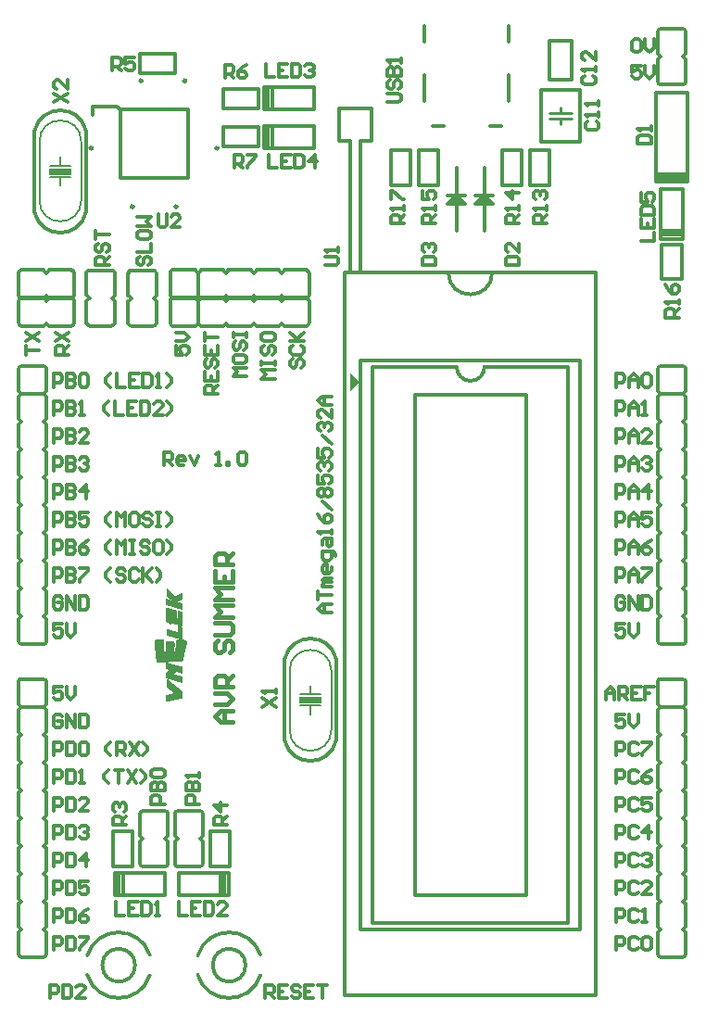
<source format=gto>
%FSTAX43Y43*%
%MOMM*%
G71*
G01*
G75*
G04:AMPARAMS|DCode=10|XSize=1.3mm|YSize=1mm|CornerRadius=0.25mm|HoleSize=0mm|Usage=FLASHONLY|Rotation=270.000|XOffset=0mm|YOffset=0mm|HoleType=Round|Shape=RoundedRectangle|*
%AMROUNDEDRECTD10*
21,1,1.300,0.500,0,0,270.0*
21,1,0.800,1.000,0,0,270.0*
1,1,0.500,-0.250,-0.400*
1,1,0.500,-0.250,0.400*
1,1,0.500,0.250,0.400*
1,1,0.500,0.250,-0.400*
%
%ADD10ROUNDEDRECTD10*%
G04:AMPARAMS|DCode=11|XSize=1.5mm|YSize=1.3mm|CornerRadius=0.325mm|HoleSize=0mm|Usage=FLASHONLY|Rotation=270.000|XOffset=0mm|YOffset=0mm|HoleType=Round|Shape=RoundedRectangle|*
%AMROUNDEDRECTD11*
21,1,1.500,0.650,0,0,270.0*
21,1,0.850,1.300,0,0,270.0*
1,1,0.650,-0.325,-0.425*
1,1,0.650,-0.325,0.425*
1,1,0.650,0.325,0.425*
1,1,0.650,0.325,-0.425*
%
%ADD11ROUNDEDRECTD11*%
G04:AMPARAMS|DCode=12|XSize=1.9mm|YSize=0.5mm|CornerRadius=0.125mm|HoleSize=0mm|Usage=FLASHONLY|Rotation=0.000|XOffset=0mm|YOffset=0mm|HoleType=Round|Shape=RoundedRectangle|*
%AMROUNDEDRECTD12*
21,1,1.900,0.250,0,0,0.0*
21,1,1.650,0.500,0,0,0.0*
1,1,0.250,0.825,-0.125*
1,1,0.250,-0.825,-0.125*
1,1,0.250,-0.825,0.125*
1,1,0.250,0.825,0.125*
%
%ADD12ROUNDEDRECTD12*%
G04:AMPARAMS|DCode=13|XSize=1.9mm|YSize=0.5mm|CornerRadius=0.125mm|HoleSize=0mm|Usage=FLASHONLY|Rotation=90.000|XOffset=0mm|YOffset=0mm|HoleType=Round|Shape=RoundedRectangle|*
%AMROUNDEDRECTD13*
21,1,1.900,0.250,0,0,90.0*
21,1,1.650,0.500,0,0,90.0*
1,1,0.250,0.125,0.825*
1,1,0.250,0.125,-0.825*
1,1,0.250,-0.125,-0.825*
1,1,0.250,-0.125,0.825*
%
%ADD13ROUNDEDRECTD13*%
G04:AMPARAMS|DCode=14|XSize=1.3mm|YSize=1mm|CornerRadius=0.25mm|HoleSize=0mm|Usage=FLASHONLY|Rotation=180.000|XOffset=0mm|YOffset=0mm|HoleType=Round|Shape=RoundedRectangle|*
%AMROUNDEDRECTD14*
21,1,1.300,0.500,0,0,180.0*
21,1,0.800,1.000,0,0,180.0*
1,1,0.500,-0.400,0.250*
1,1,0.500,0.400,0.250*
1,1,0.500,0.400,-0.250*
1,1,0.500,-0.400,-0.250*
%
%ADD14ROUNDEDRECTD14*%
G04:AMPARAMS|DCode=15|XSize=1.5mm|YSize=1.3mm|CornerRadius=0.325mm|HoleSize=0mm|Usage=FLASHONLY|Rotation=0.000|XOffset=0mm|YOffset=0mm|HoleType=Round|Shape=RoundedRectangle|*
%AMROUNDEDRECTD15*
21,1,1.500,0.650,0,0,0.0*
21,1,0.850,1.300,0,0,0.0*
1,1,0.650,0.425,-0.325*
1,1,0.650,-0.425,-0.325*
1,1,0.650,-0.425,0.325*
1,1,0.650,0.425,0.325*
%
%ADD15ROUNDEDRECTD15*%
G04:AMPARAMS|DCode=16|XSize=2.65mm|YSize=1.75mm|CornerRadius=0.438mm|HoleSize=0mm|Usage=FLASHONLY|Rotation=270.000|XOffset=0mm|YOffset=0mm|HoleType=Round|Shape=RoundedRectangle|*
%AMROUNDEDRECTD16*
21,1,2.650,0.875,0,0,270.0*
21,1,1.775,1.750,0,0,270.0*
1,1,0.875,-0.438,-0.887*
1,1,0.875,-0.438,0.887*
1,1,0.875,0.438,0.887*
1,1,0.875,0.438,-0.887*
%
%ADD16ROUNDEDRECTD16*%
G04:AMPARAMS|DCode=17|XSize=0.9mm|YSize=2.7mm|CornerRadius=0.225mm|HoleSize=0mm|Usage=FLASHONLY|Rotation=270.000|XOffset=0mm|YOffset=0mm|HoleType=Round|Shape=RoundedRectangle|*
%AMROUNDEDRECTD17*
21,1,0.900,2.250,0,0,270.0*
21,1,0.450,2.700,0,0,270.0*
1,1,0.450,-1.125,-0.225*
1,1,0.450,-1.125,0.225*
1,1,0.450,1.125,0.225*
1,1,0.450,1.125,-0.225*
%
%ADD17ROUNDEDRECTD17*%
G04:AMPARAMS|DCode=18|XSize=1mm|YSize=2.8mm|CornerRadius=0.25mm|HoleSize=0mm|Usage=FLASHONLY|Rotation=270.000|XOffset=0mm|YOffset=0mm|HoleType=Round|Shape=RoundedRectangle|*
%AMROUNDEDRECTD18*
21,1,1.000,2.300,0,0,270.0*
21,1,0.500,2.800,0,0,270.0*
1,1,0.500,-1.150,-0.250*
1,1,0.500,-1.150,0.250*
1,1,0.500,1.150,0.250*
1,1,0.500,1.150,-0.250*
%
%ADD18ROUNDEDRECTD18*%
G04:AMPARAMS|DCode=19|XSize=1.5mm|YSize=1.25mm|CornerRadius=0.313mm|HoleSize=0mm|Usage=FLASHONLY|Rotation=0.000|XOffset=0mm|YOffset=0mm|HoleType=Round|Shape=RoundedRectangle|*
%AMROUNDEDRECTD19*
21,1,1.500,0.625,0,0,0.0*
21,1,0.875,1.250,0,0,0.0*
1,1,0.625,0.438,-0.313*
1,1,0.625,-0.438,-0.313*
1,1,0.625,-0.438,0.313*
1,1,0.625,0.438,0.313*
%
%ADD19ROUNDEDRECTD19*%
%ADD20O,0.500X2.250*%
G04:AMPARAMS|DCode=21|XSize=2.5mm|YSize=2mm|CornerRadius=0.5mm|HoleSize=0mm|Usage=FLASHONLY|Rotation=90.000|XOffset=0mm|YOffset=0mm|HoleType=Round|Shape=RoundedRectangle|*
%AMROUNDEDRECTD21*
21,1,2.500,1.000,0,0,90.0*
21,1,1.500,2.000,0,0,90.0*
1,1,1.000,0.500,0.750*
1,1,1.000,0.500,-0.750*
1,1,1.000,-0.500,-0.750*
1,1,1.000,-0.500,0.750*
%
%ADD21ROUNDEDRECTD21*%
%ADD22C,0.500*%
%ADD23C,1.000*%
%ADD24C,0.300*%
%ADD25C,1.600*%
%ADD26C,1.300*%
%ADD27C,1.000*%
%ADD28C,1.100*%
%ADD29C,0.700*%
G04:AMPARAMS|DCode=30|XSize=0.9mm|YSize=0.8mm|CornerRadius=0.2mm|HoleSize=0mm|Usage=FLASHONLY|Rotation=180.000|XOffset=0mm|YOffset=0mm|HoleType=Round|Shape=RoundedRectangle|*
%AMROUNDEDRECTD30*
21,1,0.900,0.400,0,0,180.0*
21,1,0.500,0.800,0,0,180.0*
1,1,0.400,-0.250,0.200*
1,1,0.400,0.250,0.200*
1,1,0.400,0.250,-0.200*
1,1,0.400,-0.250,-0.200*
%
%ADD30ROUNDEDRECTD30*%
G04:AMPARAMS|DCode=31|XSize=1.5mm|YSize=1.25mm|CornerRadius=0.313mm|HoleSize=0mm|Usage=FLASHONLY|Rotation=270.000|XOffset=0mm|YOffset=0mm|HoleType=Round|Shape=RoundedRectangle|*
%AMROUNDEDRECTD31*
21,1,1.500,0.625,0,0,270.0*
21,1,0.875,1.250,0,0,270.0*
1,1,0.625,-0.313,-0.438*
1,1,0.625,-0.313,0.438*
1,1,0.625,0.313,0.438*
1,1,0.625,0.313,-0.438*
%
%ADD31ROUNDEDRECTD31*%
%ADD32C,0.178*%
%ADD33C,0.005*%
%ADD34C,0.250*%
%ADD35C,0.254*%
%ADD36C,0.400*%
G36*
X0053707Y0111582D02*
X0052818Y0110693D01*
Y0112471D01*
X0053707Y0111582D01*
D02*
G37*
G36*
X0050203Y0082258D02*
X0048196D01*
Y0082842D01*
X0050203D01*
Y0082258D01*
D02*
G37*
G36*
X0063333Y0127818D02*
X0061762D01*
X0062548Y0128604D01*
X0063333Y0127818D01*
D02*
G37*
G36*
X0027368Y0130518D02*
X0025362D01*
Y0131102D01*
X0027368D01*
Y0130518D01*
D02*
G37*
G36*
X0065873Y0127818D02*
X0064301D01*
X0065088Y0128604D01*
X0065873Y0127818D01*
D02*
G37*
D24*
X0022783Y0121803D02*
G03*
X0022543Y0121523I000002J-000026D01*
G01*
X0022543Y0119523D02*
G03*
X0022783Y0119243I000026J-000002D01*
G01*
X0027623Y0121523D02*
G03*
X0027343Y0121803I-000028J0D01*
G01*
Y0119243D02*
G03*
X0027623Y0119523I0J000028D01*
G01*
X0036625Y0119263D02*
G03*
X0036386Y0118983I000002J-000026D01*
G01*
X0036386Y0116983D02*
G03*
X0036625Y0116703I000026J-000002D01*
G01*
X0049085Y0118983D02*
G03*
X0048806Y0119263I-000028J0D01*
G01*
Y0116703D02*
G03*
X0049085Y0116983I0J000028D01*
G01*
X0048806Y0119243D02*
G03*
X0049085Y0119523I0J000028D01*
G01*
X0049085Y0121523D02*
G03*
X0048806Y0121803I-000028J0D01*
G01*
X0036386Y0119523D02*
G03*
X0036625Y0119243I000026J-000002D01*
G01*
Y0121803D02*
G03*
X0036386Y0121523I000002J-000026D01*
G01*
X0061818Y0121582D02*
G03*
X0065817Y0121582I0002J0D01*
G01*
X0062574Y0112992D02*
G03*
X0065113Y0112982I0001269J-0000043D01*
G01*
X0029275Y013295D02*
G03*
X0029275Y013295I-00001J0D01*
G01*
X0033025Y01276D02*
G03*
X0033025Y01276I-00001J0D01*
G01*
X0037025D02*
G03*
X0037025Y01276I-00001J0D01*
G01*
X0040775Y013295D02*
G03*
X0040775Y013295I-00001J0D01*
G01*
X0037825Y01391D02*
G03*
X0037825Y01391I-00001J0D01*
G01*
X0033825D02*
G03*
X0033825Y01391I-00001J0D01*
G01*
X0024005Y0127077D02*
G03*
X00287Y0127077I0002348J0000558D01*
G01*
Y0134543D02*
G03*
X0024005Y0134543I-0002348J-0000558D01*
G01*
X0080952Y0139027D02*
G03*
X0081232Y0138747I000028J0D01*
G01*
X0083232Y0138747D02*
G03*
X0083512Y0139027I0J000028D01*
G01*
X0081232Y0143827D02*
G03*
X0080952Y0143587I-000002J-000026D01*
G01*
X0083512D02*
G03*
X0083232Y0143827I-000026J-000002D01*
G01*
X0046865Y0078817D02*
G03*
X005156Y0078817I0002348J0000558D01*
G01*
Y0086283D02*
G03*
X0046865Y0086283I-0002348J-0000558D01*
G01*
X0033645Y006755D02*
G03*
X0033925Y006731I000026J000002D01*
G01*
X0035925Y006731D02*
G03*
X0036205Y006755I000002J000026D01*
G01*
X0033925Y007239D02*
G03*
X0033645Y007211I0J-000028D01*
G01*
X0036205D02*
G03*
X0035925Y007239I-000028J0D01*
G01*
X003682Y006755D02*
G03*
X00371Y006731I000026J000002D01*
G01*
X00391Y006731D02*
G03*
X003938Y006755I000002J000026D01*
G01*
X00371Y007239D02*
G03*
X003682Y007211I0J-000028D01*
G01*
X003938D02*
G03*
X00391Y007239I-000028J0D01*
G01*
X0043283Y0058293D02*
G03*
X0043283Y0058293I-00015J0D01*
G01*
X003891Y0057431D02*
G03*
X0044642Y0057383I0002873J0000862D01*
G01*
X0044629Y0059242D02*
G03*
X0038922Y0059196I-0002846J-0000949D01*
G01*
X0033187Y0058293D02*
G03*
X0033187Y0058293I-00015J0D01*
G01*
X0028813Y0057431D02*
G03*
X0034545Y0057383I0002873J0000862D01*
G01*
X0034533Y0059242D02*
G03*
X0028826Y0059196I-0002846J-0000949D01*
G01*
X0025093Y011279D02*
G03*
X0024812Y011303I-000026J-000002D01*
G01*
X0022812Y011303D02*
G03*
X0022532Y011279I-000002J-000026D01*
G01*
Y008787D02*
G03*
X0022812Y008763I000026J000002D01*
G01*
X0024812Y008763D02*
G03*
X0025093Y008787I000002J000026D01*
G01*
X0024812Y0059055D02*
G03*
X0025093Y0059295I000002J000026D01*
G01*
X0022532D02*
G03*
X0022812Y0059055I000026J000002D01*
G01*
Y0084455D02*
G03*
X0022532Y0084215I-000002J-000026D01*
G01*
X0025093D02*
G03*
X0024812Y0084455I-000026J-000002D01*
G01*
X0083232Y0059055D02*
G03*
X0083512Y0059295I000002J000026D01*
G01*
X0080952D02*
G03*
X0081232Y0059055I000026J000002D01*
G01*
Y0084455D02*
G03*
X0080952Y0084215I-000002J-000026D01*
G01*
X0083512D02*
G03*
X0083232Y0084455I-000026J-000002D01*
G01*
X0035125Y0121513D02*
G03*
X0034846Y0121793I-000028J0D01*
G01*
X0032846Y0121793D02*
G03*
X0032565Y0121513I0J-000028D01*
G01*
X0034846Y0116713D02*
G03*
X0035125Y0116953I000002J000026D01*
G01*
X0032565D02*
G03*
X0032846Y0116713I000026J000002D01*
G01*
X0028756Y0116993D02*
G03*
X0029035Y0116713I000028J0D01*
G01*
X0031035Y0116713D02*
G03*
X0031316Y0116993I0J000028D01*
G01*
X0029035Y0121793D02*
G03*
X0028756Y0121553I-000002J-000026D01*
G01*
X0031316D02*
G03*
X0031035Y0121793I-000026J-000002D01*
G01*
X0022823Y0119263D02*
G03*
X0022542Y0118983I0J-000028D01*
G01*
X0022542Y0116983D02*
G03*
X0022823Y0116703I000028J0D01*
G01*
X0027622Y0118983D02*
G03*
X0027382Y0119263I-000026J000002D01*
G01*
Y0116703D02*
G03*
X0027622Y0116983I-000002J000026D01*
G01*
X0083512Y011279D02*
G03*
X0083232Y011303I-000026J-000002D01*
G01*
X0081232Y011303D02*
G03*
X0080952Y011279I-000002J-000026D01*
G01*
Y008787D02*
G03*
X0081232Y008763I000026J000002D01*
G01*
X0083232Y008763D02*
G03*
X0083512Y008787I000002J000026D01*
G01*
X0027369Y0119243D02*
Y0119253D01*
Y0121793D02*
Y0121803D01*
X0022783Y0119243D02*
X0024819D01*
X0022783Y0121803D02*
X0024829D01*
X0022543Y0119523D02*
Y0121523D01*
X0027623Y0119523D02*
Y0121523D01*
X0025337Y0119243D02*
X0027369D01*
X0025337Y0121803D02*
X0027369D01*
X0024829Y0119253D02*
X0025083Y0119507D01*
Y0119497D02*
Y0119507D01*
Y0119497D02*
X0025337Y0119243D01*
X0025083Y0121539D02*
X0025337Y0121793D01*
X0024829D02*
X0025083Y0121539D01*
X0038925Y0116967D02*
Y0118999D01*
X0048832Y0116703D02*
Y0116713D01*
X0043751Y0116703D02*
Y0116713D01*
X0044006Y0116967D01*
Y0116957D02*
Y0116967D01*
Y0116957D02*
X0044259Y0116703D01*
X0041706D02*
X0043742D01*
X0043751Y0116713D01*
X0044259Y0116703D02*
X0046292D01*
X0048832Y0119253D02*
Y0119263D01*
X0043751Y0119253D02*
X0044006Y0118999D01*
X0044259Y0119253D01*
X0041706Y0119263D02*
X0043751D01*
X0044259D02*
X0046292D01*
X0041465Y0116967D02*
X004172Y0116713D01*
X0041211D02*
X0041465Y0116967D01*
X0041211Y0116703D02*
Y0116713D01*
X003918Y0116703D02*
X0041211D01*
X0038661D02*
X0038672Y0116713D01*
X0036625Y0116703D02*
X0038661D01*
X0041211Y0119253D02*
Y0119263D01*
X003918D02*
X0041211D01*
X0041465Y0118999D02*
X004172Y0119253D01*
X0041211D02*
X0041465Y0118999D01*
X0036625Y0119263D02*
X0038672D01*
X0038925Y0116957D02*
X003918Y0116703D01*
X0038925Y0116957D02*
Y0116967D01*
X0038672Y0116713D02*
X0038925Y0116967D01*
X0038672Y0116703D02*
Y0116713D01*
X0038925Y0118999D02*
X003918Y0119253D01*
X0038672D02*
X0038925Y0118999D01*
X0036386Y0116983D02*
Y0118983D01*
X0049085Y0116983D02*
Y0118983D01*
X0046799Y0116703D02*
X0048832D01*
X0046799Y0119263D02*
X0048832D01*
X0046292Y0116713D02*
X0046546Y0116967D01*
Y0116957D02*
Y0116967D01*
Y0116957D02*
X0046799Y0116703D01*
X0046546Y0118999D02*
X0046799Y0119253D01*
X0046292D02*
X0046546Y0118999D01*
X0046292Y0121793D02*
X0046546Y0121539D01*
X0046799Y0121793D01*
X0046546Y0119497D02*
X0046799Y0119243D01*
X0046546Y0119497D02*
Y0119507D01*
X0046292Y0119253D02*
X0046546Y0119507D01*
X0046799Y0121803D02*
X0048832D01*
X0046799Y0119243D02*
X0048832D01*
X0049085Y0119523D02*
Y0121523D01*
X0036386Y0119523D02*
Y0121523D01*
X0038672Y0121793D02*
X0038925Y0121539D01*
X003918Y0121793D01*
X0038672Y0119243D02*
Y0119253D01*
X0038925Y0119507D01*
Y0119497D02*
Y0119507D01*
Y0119497D02*
X003918Y0119243D01*
X0036625Y0121803D02*
X0038672D01*
X0041211Y0121793D02*
X0041465Y0121539D01*
X004172Y0121793D01*
X003918Y0121803D02*
X0041211D01*
Y0121793D02*
Y0121803D01*
X0036625Y0119243D02*
X0038661D01*
X0038672Y0119253D01*
X003918Y0119243D02*
X0041211D01*
Y0119253D01*
X0041465Y0119507D01*
X004172Y0119253D01*
X0044259Y0121803D02*
X0046292D01*
X0041706D02*
X0043751D01*
X0044006Y0121539D02*
X0044259Y0121793D01*
X0043751D02*
X0044006Y0121539D01*
X0048832Y0121793D02*
Y0121803D01*
X0044259Y0119243D02*
X0046292D01*
X0043742D02*
X0043751Y0119253D01*
X0041706Y0119243D02*
X0043742D01*
X0044006Y0119497D02*
X0044259Y0119243D01*
X0044006Y0119497D02*
Y0119507D01*
X0043751Y0119253D02*
X0044006Y0119507D01*
X0043751Y0119243D02*
Y0119253D01*
X0048832Y0119243D02*
Y0119253D01*
X0038925Y0119507D02*
Y0121539D01*
X0052318Y0121582D02*
X0075317D01*
Y0055583D02*
Y0121582D01*
X0052318Y0055583D02*
X0075317D01*
X0052318D02*
Y0121582D01*
X0053818Y0113582D02*
X0073817D01*
Y0061583D02*
Y0113582D01*
X0053818Y0061583D02*
X0073817D01*
X0053818D02*
Y0113582D01*
X0052318Y0121582D02*
X0075317D01*
X0051818Y0136583D02*
X0054818D01*
X0052818Y0121582D02*
Y0133583D01*
X0053818Y0121582D02*
Y0133583D01*
X0054818D01*
Y0136583D01*
X0051818Y0133583D02*
X0052818D01*
X0051818D02*
Y0136583D01*
X0058737Y0110442D02*
X0068897D01*
Y0064723D02*
Y0110442D01*
X0058737Y0064723D02*
X0068897D01*
X0058737D02*
Y0110442D01*
X0054928Y0112982D02*
X0062573D01*
X0065138D02*
X0072777D01*
X0054868Y0062173D02*
Y0112973D01*
X0054928Y0062182D02*
X0072777D01*
Y0112982D01*
X0041263Y0133085D02*
Y0134885D01*
X0044463D01*
Y0133085D02*
Y0134885D01*
X0041263Y0133085D02*
X0044463D01*
X004953Y0132969D02*
Y0135001D01*
X0044958D02*
X004953D01*
X0045339Y0132969D02*
Y0135001D01*
X0044958Y0132969D02*
Y0135001D01*
Y0132969D02*
X004953D01*
X004572D02*
Y0135001D01*
X0036842Y0139753D02*
Y0141553D01*
X0033643Y0139753D02*
X0036842D01*
X0033643D02*
Y0141553D01*
X0036842D01*
X0031825Y013025D02*
Y013645D01*
X0038025D01*
Y013025D02*
Y013645D01*
X0031825Y013025D02*
X0038025D01*
X0031525Y013675D02*
X0031825Y013645D01*
X0029325Y013675D02*
X0031525D01*
X0029325Y013595D02*
Y013675D01*
X0024003Y0127077D02*
Y0134543D01*
X0028702Y0127077D02*
Y0134543D01*
X0064301Y0127818D02*
X0065088Y0128604D01*
X0065873Y0127818D01*
X0065088Y012539D02*
Y013116D01*
X0064301Y0127818D02*
X0065873D01*
X0064301Y0128643D02*
X0065873D01*
X0061762Y0127818D02*
X0062548Y0128604D01*
X0063333Y0127818D01*
X0062548Y012539D02*
Y013116D01*
X0061762Y0127818D02*
X0063333D01*
X0061762Y0128643D02*
X0063333D01*
X0066728Y0132727D02*
X0068527D01*
Y0129527D02*
Y0132727D01*
X0066728Y0129527D02*
X0068527D01*
X0066728D02*
Y0132727D01*
X0069268D02*
X0071067D01*
Y0129527D02*
Y0132727D01*
X0069268Y0129527D02*
X0071067D01*
X0069268D02*
Y0132727D01*
X0059107D02*
X0060908D01*
Y0129527D02*
Y0132727D01*
X0059107Y0129527D02*
X0060908D01*
X0059107D02*
Y0132727D01*
X0056568Y0129527D02*
X0058368D01*
X0056568D02*
Y0132727D01*
X0058368D01*
Y0129527D02*
Y0132727D01*
X0081216Y0129223D02*
X0083248D01*
X0081216Y012465D02*
Y0129223D01*
Y0125032D02*
X0083248D01*
X0081216Y012465D02*
X0083248D01*
Y0129223D01*
X0081216Y0125412D02*
X0083248D01*
X0081332Y0120955D02*
X0083132D01*
X0081332D02*
Y0124155D01*
X0083132D01*
Y0120955D02*
Y0124155D01*
X0080757Y0130553D02*
X0083707D01*
X0083707Y0129902D02*
Y0138053D01*
X0080757Y0129902D02*
X0083707D01*
X0080757Y0138053D02*
X0083707D01*
X0080757Y0130402D02*
X0083707D01*
X0080757Y0130102D02*
X0083707D01*
X0080757Y0129902D02*
Y0138053D01*
X0081033Y0130298D02*
X0083433D01*
X0083248Y0141288D02*
X0083503Y0141542D01*
X0083248Y0141288D02*
X0083503Y0141033D01*
X0080952D02*
X0081206Y0141288D01*
X0081216D01*
X0080963Y0141542D02*
X0081216Y0141288D01*
X0083512Y0139001D02*
Y0141033D01*
X0080952Y0139001D02*
Y0141033D01*
X0081232Y0138747D02*
X0083232D01*
X0081232Y0143827D02*
X0083232D01*
X0083512Y0141542D02*
Y0143587D01*
X0080952Y0141551D02*
Y0143587D01*
X0083503Y0139001D02*
X0083512D01*
X0080952D02*
X0080963D01*
X0070295Y013827D02*
X0073823D01*
X0070295Y013351D02*
Y013827D01*
Y013351D02*
X0073823D01*
Y013827D01*
X0071022Y014277D02*
X0073122D01*
X0071022Y013917D02*
Y014277D01*
Y013917D02*
X0073122D01*
Y014277D01*
X005965Y0137249D02*
Y0139637D01*
X0060376Y0134928D02*
X0061366D01*
X006735Y0137223D02*
Y0139637D01*
X0065634Y0134928D02*
X0066675D01*
X005965Y0142684D02*
Y0144128D01*
X006735Y0142684D02*
Y0144128D01*
X0046862Y0078817D02*
Y0086283D01*
X0051562Y0078817D02*
Y0086283D01*
X0036195Y0072136D02*
X0036205D01*
X0033645D02*
X0033655D01*
X0036205Y006755D02*
Y0069586D01*
X0033645Y006755D02*
Y0069596D01*
X0033925Y006731D02*
X0035925D01*
X0033925Y007239D02*
X0035925D01*
X0036205Y0070104D02*
Y0072136D01*
X0033645Y0070104D02*
Y0072136D01*
X0035941Y006985D02*
X0036195Y0069596D01*
X0035941Y006985D02*
X0035951D01*
X0036205Y0070104D01*
X0033655D02*
X0033909Y006985D01*
X0033655Y0069596D02*
X0033909Y006985D01*
X003937Y0072136D02*
X003938D01*
X003682D02*
X003683D01*
X003938Y006755D02*
Y0069586D01*
X003682Y006755D02*
Y0069596D01*
X00371Y006731D02*
X00391D01*
X00371Y007239D02*
X00391D01*
X003938Y0070104D02*
Y0072136D01*
X003682Y0070104D02*
Y0072136D01*
X0039116Y006985D02*
X003937Y0069596D01*
X0039116Y006985D02*
X0039126D01*
X003938Y0070104D01*
X003683D02*
X0037084Y006985D01*
X003683Y0069596D02*
X0037084Y006985D01*
X0031167Y0067298D02*
Y0070497D01*
Y0067298D02*
X0032967D01*
Y0070497D01*
X0031167D02*
X0032967D01*
X0040057Y0067298D02*
Y0070497D01*
Y0067298D02*
X0041857D01*
Y0070497D01*
X0040057D02*
X0041857D01*
X0032068Y0064706D02*
Y0066739D01*
X0031306Y0064706D02*
X0035877D01*
X0031306D02*
Y0066739D01*
X0031687Y0064706D02*
Y0066739D01*
X0031306D02*
X0035877D01*
Y0064706D02*
Y0066739D01*
X0040958Y0064706D02*
Y0066739D01*
X0037147D02*
X004172D01*
Y0064706D02*
Y0066739D01*
X0041339Y0064706D02*
Y0066739D01*
X0037147Y0064706D02*
X004172D01*
X0037147D02*
Y0066739D01*
X0022532Y0090424D02*
X0022542D01*
X0022796Y009017D01*
X0022787D02*
X0022796D01*
X0022532Y0089916D02*
X0022787Y009017D01*
X0022532Y0090434D02*
Y009247D01*
Y0090434D02*
X0022542Y0090424D01*
X0022532Y0087884D02*
Y0089916D01*
Y0095504D02*
X0022542D01*
X0022796Y009525D01*
X0022787D02*
X0022796D01*
X0022532Y0094996D02*
X0022787Y009525D01*
X0022532Y0095514D02*
Y009755D01*
Y0095514D02*
X0022542Y0095504D01*
X0022532Y0092964D02*
Y0094996D01*
Y0092964D02*
X0022542D01*
X0022796Y009271D01*
X0022542Y0092456D02*
X0022796Y009271D01*
X0022532Y0100584D02*
X0022542D01*
X0022796Y010033D01*
X0022787D02*
X0022796D01*
X0022532Y0100076D02*
X0022787Y010033D01*
X0022532Y0100594D02*
Y010263D01*
Y0100594D02*
X0022542Y0100584D01*
X0022532Y0098044D02*
Y0100076D01*
Y0098044D02*
X0022542D01*
X0022796Y009779D01*
X0022542Y0097536D02*
X0022796Y009779D01*
X0022532Y0105664D02*
X0022542D01*
X0022796Y010541D01*
X0022787D02*
X0022796D01*
X0022532Y0105156D02*
X0022787Y010541D01*
X0022532Y0105674D02*
Y010771D01*
Y0105674D02*
X0022542Y0105664D01*
X0022532Y0103124D02*
Y0105156D01*
Y0103124D02*
X0022542D01*
X0022796Y010287D01*
X0022542Y0102616D02*
X0022796Y010287D01*
X0024829Y009017D02*
X0025083Y0090424D01*
X0024829Y009017D02*
X0025083Y0089916D01*
X0025093Y0090424D02*
Y009247D01*
Y0087884D02*
Y0089916D01*
X0024829Y009525D02*
X0025083Y0095504D01*
X0024829Y009525D02*
X0025083Y0094996D01*
X0025093Y0095504D02*
Y009755D01*
X0024829Y009271D02*
X0025083Y0092964D01*
X0024829Y009271D02*
X0025083Y0092456D01*
X0025093Y0092964D02*
Y0094996D01*
X0025083Y0092964D02*
X0025093D01*
X0024829Y010033D02*
X0025083Y0100584D01*
X0024829Y010033D02*
X0025083Y0100076D01*
X0025093Y0100584D02*
Y010263D01*
X0024829Y009779D02*
X0025083Y0098044D01*
X0024829Y009779D02*
X0025083Y0097536D01*
X0025093Y0098044D02*
Y0100076D01*
X0025083Y0098044D02*
X0025093D01*
X0024829Y010541D02*
X0025083Y0105664D01*
X0024829Y010541D02*
X0025083Y0105156D01*
X0025093Y0105664D02*
Y010771D01*
X0024829Y010287D02*
X0025083Y0103124D01*
X0024829Y010287D02*
X0025083Y0102616D01*
X0025093Y0103124D02*
Y0105156D01*
X0025083Y0103124D02*
X0025093D01*
X0022542Y0107696D02*
X0022796Y010795D01*
X0022542Y0108204D02*
X0022796Y010795D01*
X0022532Y0108204D02*
X0022542D01*
X0022532D02*
Y0110236D01*
Y0110754D02*
X0022542Y0110744D01*
X0022532Y0110754D02*
Y011279D01*
X0025083Y0108204D02*
X0025093D01*
Y0110236D01*
X0024829Y010795D02*
X0025083Y0107696D01*
X0024829Y010795D02*
X0025083Y0108204D01*
X0025093Y0110744D02*
Y011279D01*
X0022532Y0110236D02*
X0022787Y011049D01*
X0022796D01*
X0022542Y0110744D02*
X0022796Y011049D01*
X0022532Y0110744D02*
X0022542D01*
X0024829Y011049D02*
X0025083Y0110236D01*
X0024829Y011049D02*
X0025083Y0110744D01*
X0022812Y011303D02*
X0024812D01*
X0022812Y008763D02*
X0024812D01*
X0022787Y011049D02*
X0024829D01*
X0022787Y0081915D02*
X0024829D01*
X0022812Y0059055D02*
X0024812D01*
X0022812Y0084455D02*
X0024812D01*
X0024829Y0081915D02*
X0025083Y0082169D01*
X0024829Y0081915D02*
X0025083Y0081661D01*
X0022532Y0082169D02*
X0022542D01*
X0022796Y0081915D01*
X0022787D02*
X0022796D01*
X0022532Y0081661D02*
X0022787Y0081915D01*
X0025093Y0082169D02*
Y0084215D01*
X0024829Y0079375D02*
X0025083Y0079629D01*
X0024829Y0079375D02*
X0025083Y0079121D01*
X0025093Y0079629D02*
Y0081661D01*
X0025083Y0079629D02*
X0025093D01*
X0022532Y0082179D02*
Y0084215D01*
Y0082179D02*
X0022542Y0082169D01*
X0022532Y0079629D02*
Y0081661D01*
Y0079629D02*
X0022542D01*
X0022796Y0079375D01*
X0022542Y0079121D02*
X0022796Y0079375D01*
X0025083Y0074549D02*
X0025093D01*
Y0076581D01*
X0024829Y0074295D02*
X0025083Y0074041D01*
X0024829Y0074295D02*
X0025083Y0074549D01*
X0025093Y0077089D02*
Y0079135D01*
X0024829Y0076835D02*
X0025083Y0076581D01*
X0024829Y0076835D02*
X0025083Y0077089D01*
Y0069469D02*
X0025093D01*
Y0071501D01*
X0024829Y0069215D02*
X0025083Y0068961D01*
X0024829Y0069215D02*
X0025083Y0069469D01*
X0025093Y0072009D02*
Y0074055D01*
X0024829Y0071755D02*
X0025083Y0071501D01*
X0024829Y0071755D02*
X0025083Y0072009D01*
Y0064389D02*
X0025093D01*
Y0066421D01*
X0024829Y0064135D02*
X0025083Y0063881D01*
X0024829Y0064135D02*
X0025083Y0064389D01*
X0025093Y0066929D02*
Y0068975D01*
X0024829Y0066675D02*
X0025083Y0066421D01*
X0024829Y0066675D02*
X0025083Y0066929D01*
X0025093Y0059309D02*
Y0061341D01*
Y0061849D02*
Y0063895D01*
X0024829Y0061595D02*
X0025083Y0061341D01*
X0024829Y0061595D02*
X0025083Y0061849D01*
X0022542Y0074041D02*
X0022796Y0074295D01*
X0022542Y0074549D02*
X0022796Y0074295D01*
X0022532Y0074549D02*
X0022542D01*
X0022532D02*
Y0076581D01*
Y0077099D02*
X0022542Y0077089D01*
X0022532Y0077099D02*
Y0079135D01*
Y0076581D02*
X0022787Y0076835D01*
X0022796D01*
X0022542Y0077089D02*
X0022796Y0076835D01*
X0022532Y0077089D02*
X0022542D01*
Y0068961D02*
X0022796Y0069215D01*
X0022542Y0069469D02*
X0022796Y0069215D01*
X0022532Y0069469D02*
X0022542D01*
X0022532D02*
Y0071501D01*
Y0072019D02*
X0022542Y0072009D01*
X0022532Y0072019D02*
Y0074055D01*
Y0071501D02*
X0022787Y0071755D01*
X0022796D01*
X0022542Y0072009D02*
X0022796Y0071755D01*
X0022532Y0072009D02*
X0022542D01*
Y0063881D02*
X0022796Y0064135D01*
X0022542Y0064389D02*
X0022796Y0064135D01*
X0022532Y0064389D02*
X0022542D01*
X0022532D02*
Y0066421D01*
Y0066939D02*
X0022542Y0066929D01*
X0022532Y0066939D02*
Y0068975D01*
Y0066421D02*
X0022787Y0066675D01*
X0022796D01*
X0022542Y0066929D02*
X0022796Y0066675D01*
X0022532Y0066929D02*
X0022542D01*
X0022532Y0059309D02*
Y0061341D01*
Y0061859D02*
X0022542Y0061849D01*
X0022532Y0061859D02*
Y0063895D01*
Y0061341D02*
X0022787Y0061595D01*
X0022796D01*
X0022542Y0061849D02*
X0022796Y0061595D01*
X0022532Y0061849D02*
X0022542D01*
X0081206Y0081915D02*
X0083248D01*
X0081232Y0059055D02*
X0083232D01*
X0081232Y0084455D02*
X0083232D01*
X0083248Y0081915D02*
X0083503Y0082169D01*
X0083248Y0081915D02*
X0083503Y0081661D01*
X0080952Y0082169D02*
X0080963D01*
X0081216Y0081915D01*
X0081206D02*
X0081216D01*
X0080952Y0081661D02*
X0081206Y0081915D01*
X0083512Y0082169D02*
Y0084215D01*
X0083248Y0079375D02*
X0083503Y0079629D01*
X0083248Y0079375D02*
X0083503Y0079121D01*
X0083512Y0079629D02*
Y0081661D01*
X0083503Y0079629D02*
X0083512D01*
X0080952Y0082179D02*
Y0084215D01*
Y0082179D02*
X0080963Y0082169D01*
X0080952Y0079629D02*
Y0081661D01*
Y0079629D02*
X0080963D01*
X0081216Y0079375D01*
X0080963Y0079121D02*
X0081216Y0079375D01*
X0083503Y0074549D02*
X0083512D01*
Y0076581D01*
X0083248Y0074295D02*
X0083503Y0074041D01*
X0083248Y0074295D02*
X0083503Y0074549D01*
X0083512Y0077089D02*
Y0079135D01*
X0083248Y0076835D02*
X0083503Y0076581D01*
X0083248Y0076835D02*
X0083503Y0077089D01*
Y0069469D02*
X0083512D01*
Y0071501D01*
X0083248Y0069215D02*
X0083503Y0068961D01*
X0083248Y0069215D02*
X0083503Y0069469D01*
X0083512Y0072009D02*
Y0074055D01*
X0083248Y0071755D02*
X0083503Y0071501D01*
X0083248Y0071755D02*
X0083503Y0072009D01*
Y0064389D02*
X0083512D01*
Y0066421D01*
X0083248Y0064135D02*
X0083503Y0063881D01*
X0083248Y0064135D02*
X0083503Y0064389D01*
X0083512Y0066929D02*
Y0068975D01*
X0083248Y0066675D02*
X0083503Y0066421D01*
X0083248Y0066675D02*
X0083503Y0066929D01*
X0083512Y0059309D02*
Y0061341D01*
Y0061849D02*
Y0063895D01*
X0083248Y0061595D02*
X0083503Y0061341D01*
X0083248Y0061595D02*
X0083503Y0061849D01*
X0080963Y0074041D02*
X0081216Y0074295D01*
X0080963Y0074549D02*
X0081216Y0074295D01*
X0080952Y0074549D02*
X0080963D01*
X0080952D02*
Y0076581D01*
Y0077099D02*
X0080963Y0077089D01*
X0080952Y0077099D02*
Y0079135D01*
Y0076581D02*
X0081206Y0076835D01*
X0081216D01*
X0080963Y0077089D02*
X0081216Y0076835D01*
X0080952Y0077089D02*
X0080963D01*
Y0068961D02*
X0081216Y0069215D01*
X0080963Y0069469D02*
X0081216Y0069215D01*
X0080952Y0069469D02*
X0080963D01*
X0080952D02*
Y0071501D01*
Y0072019D02*
X0080963Y0072009D01*
X0080952Y0072019D02*
Y0074055D01*
Y0071501D02*
X0081206Y0071755D01*
X0081216D01*
X0080963Y0072009D02*
X0081216Y0071755D01*
X0080952Y0072009D02*
X0080963D01*
Y0063881D02*
X0081216Y0064135D01*
X0080963Y0064389D02*
X0081216Y0064135D01*
X0080952Y0064389D02*
X0080963D01*
X0080952D02*
Y0066421D01*
Y0066939D02*
X0080963Y0066929D01*
X0080952Y0066939D02*
Y0068975D01*
Y0066421D02*
X0081206Y0066675D01*
X0081216D01*
X0080963Y0066929D02*
X0081216Y0066675D01*
X0080952Y0066929D02*
X0080963D01*
X0080952Y0059309D02*
Y0061341D01*
Y0061859D02*
X0080963Y0061849D01*
X0080952Y0061859D02*
Y0063895D01*
Y0061341D02*
X0081206Y0061595D01*
X0081216D01*
X0080963Y0061849D02*
X0081216Y0061595D01*
X0080952Y0061849D02*
X0080963D01*
X0041263Y0136577D02*
Y0138378D01*
X0044463D01*
Y0136577D02*
Y0138378D01*
X0041263Y0136577D02*
X0044463D01*
X004953Y0136462D02*
Y0138493D01*
X0044958D02*
X004953D01*
X0045339Y0136462D02*
Y0138493D01*
X0044958Y0136462D02*
Y0138493D01*
Y0136462D02*
X004953D01*
X004572D02*
Y0138493D01*
X0032576Y0118999D02*
X0032829Y0119253D01*
X0032576Y0119507D02*
X0032829Y0119253D01*
X0034871D02*
X0035125Y0119507D01*
X0034861Y0119253D02*
X0034871D01*
X0034861D02*
X0035116Y0118999D01*
X0032565Y0119507D02*
Y0121539D01*
X0035125Y0119507D02*
Y0121539D01*
X0032846Y0121793D02*
X0034846D01*
X0032846Y0116713D02*
X0034846D01*
X0032565Y0116953D02*
Y0118999D01*
X0035125Y0116953D02*
Y0118989D01*
X0032565Y0121539D02*
X0032576D01*
X0035116D02*
X0035125D01*
X0031052Y0119253D02*
X0031306Y0119507D01*
X0031052Y0119253D02*
X0031306Y0118999D01*
X0028756D02*
X002901Y0119253D01*
X002902D01*
X0028765Y0119507D02*
X002902Y0119253D01*
X0031316Y0116967D02*
Y0118999D01*
X0028756Y0116967D02*
Y0118999D01*
X0029035Y0116713D02*
X0031035D01*
X0029035Y0121793D02*
X0031035D01*
X0031316Y0119507D02*
Y0121553D01*
X0028756Y0119517D02*
Y0121553D01*
X0031306Y0116967D02*
X0031316D01*
X0028756D02*
X0028765D01*
X0025083Y0116967D02*
X0025337Y0116713D01*
X0024829D02*
X0025083Y0116967D01*
X0024829Y0119263D02*
X0025083Y0119009D01*
Y0118999D02*
Y0119009D01*
Y0118999D02*
X0025337Y0119253D01*
X0022796Y0116703D02*
X0024829D01*
X0022796Y0119263D02*
X0024829D01*
X0022542Y0116983D02*
Y0118983D01*
X0027622Y0116983D02*
Y0118983D01*
X0025337Y0116703D02*
X0027382D01*
X0025347Y0119263D02*
X0027382D01*
X0022796Y0116703D02*
Y0116713D01*
Y0119253D02*
Y0119263D01*
X0080952Y0090424D02*
X0080963D01*
X0081216Y009017D01*
X0081206D02*
X0081216D01*
X0080952Y0089916D02*
X0081206Y009017D01*
X0080952Y0090434D02*
Y009247D01*
Y0090434D02*
X0080963Y0090424D01*
X0080952Y0087884D02*
Y0089916D01*
Y0095504D02*
X0080963D01*
X0081216Y009525D01*
X0081206D02*
X0081216D01*
X0080952Y0094996D02*
X0081206Y009525D01*
X0080952Y0095514D02*
Y009755D01*
Y0095514D02*
X0080963Y0095504D01*
X0080952Y0092964D02*
Y0094996D01*
Y0092964D02*
X0080963D01*
X0081216Y009271D01*
X0080963Y0092456D02*
X0081216Y009271D01*
X0080952Y0100584D02*
X0080963D01*
X0081216Y010033D01*
X0081206D02*
X0081216D01*
X0080952Y0100076D02*
X0081206Y010033D01*
X0080952Y0100594D02*
Y010263D01*
Y0100594D02*
X0080963Y0100584D01*
X0080952Y0098044D02*
Y0100076D01*
Y0098044D02*
X0080963D01*
X0081216Y009779D01*
X0080963Y0097536D02*
X0081216Y009779D01*
X0080952Y0105664D02*
X0080963D01*
X0081216Y010541D01*
X0081206D02*
X0081216D01*
X0080952Y0105156D02*
X0081206Y010541D01*
X0080952Y0105674D02*
Y010771D01*
Y0105674D02*
X0080963Y0105664D01*
X0080952Y0103124D02*
Y0105156D01*
Y0103124D02*
X0080963D01*
X0081216Y010287D01*
X0080963Y0102616D02*
X0081216Y010287D01*
X0083248Y009017D02*
X0083503Y0090424D01*
X0083248Y009017D02*
X0083503Y0089916D01*
X0083512Y0090424D02*
Y009247D01*
Y0087884D02*
Y0089916D01*
X0083248Y009525D02*
X0083503Y0095504D01*
X0083248Y009525D02*
X0083503Y0094996D01*
X0083512Y0095504D02*
Y009755D01*
X0083248Y009271D02*
X0083503Y0092964D01*
X0083248Y009271D02*
X0083503Y0092456D01*
X0083512Y0092964D02*
Y0094996D01*
X0083503Y0092964D02*
X0083512D01*
X0083248Y010033D02*
X0083503Y0100584D01*
X0083248Y010033D02*
X0083503Y0100076D01*
X0083512Y0100584D02*
Y010263D01*
X0083248Y009779D02*
X0083503Y0098044D01*
X0083248Y009779D02*
X0083503Y0097536D01*
X0083512Y0098044D02*
Y0100076D01*
X0083503Y0098044D02*
X0083512D01*
X0083248Y010541D02*
X0083503Y0105664D01*
X0083248Y010541D02*
X0083503Y0105156D01*
X0083512Y0105664D02*
Y010771D01*
X0083248Y010287D02*
X0083503Y0103124D01*
X0083248Y010287D02*
X0083503Y0102616D01*
X0083512Y0103124D02*
Y0105156D01*
X0083503Y0103124D02*
X0083512D01*
X0080963Y0107696D02*
X0081216Y010795D01*
X0080963Y0108204D02*
X0081216Y010795D01*
X0080952Y0108204D02*
X0080963D01*
X0080952D02*
Y0110236D01*
Y0110754D02*
X0080963Y0110744D01*
X0080952Y0110754D02*
Y011279D01*
X0083503Y0108204D02*
X0083512D01*
Y0110236D01*
X0083248Y010795D02*
X0083503Y0107696D01*
X0083248Y010795D02*
X0083503Y0108204D01*
X0083512Y0110744D02*
Y011279D01*
X0080952Y0110236D02*
X0081206Y011049D01*
X0081216D01*
X0080963Y0110744D02*
X0081216Y011049D01*
X0080952Y0110744D02*
X0080963D01*
X0083248Y011049D02*
X0083503Y0110236D01*
X0083248Y011049D02*
X0083503Y0110744D01*
X0081232Y011303D02*
X0083232D01*
X0081232Y008763D02*
X0083232D01*
X0081206Y011049D02*
X0083248D01*
X0044838Y0081915D02*
X0046037Y0082715D01*
X0044838D02*
X0046037Y0081915D01*
Y0083115D02*
Y0083514D01*
Y0083315D01*
X0044838D01*
X0045038Y0083115D01*
X0050553Y0122238D02*
X0051553D01*
X0051752Y0122437D01*
Y0122837D01*
X0051553Y0123037D01*
X0050553D01*
X0051752Y0123437D02*
Y0123837D01*
Y0123637D01*
X0050553D01*
X0050753Y0123437D01*
X0041592Y007112D02*
X0040393D01*
Y007172D01*
X0040593Y007192D01*
X0040993D01*
X0041193Y007172D01*
Y007112D01*
Y007152D02*
X0041592Y007192D01*
Y0072919D02*
X0040393D01*
X0040993Y007232D01*
Y0073119D01*
X0032385Y007112D02*
X0031185D01*
Y007172D01*
X0031385Y007192D01*
X0031785D01*
X0031985Y007172D01*
Y007112D01*
Y007152D02*
X0032385Y007192D01*
X0031385Y007232D02*
X0031185Y007252D01*
Y0072919D01*
X0031385Y0073119D01*
X0031585D01*
X0031785Y0072919D01*
Y0072719D01*
Y0072919D01*
X0031985Y0073119D01*
X0032185D01*
X0032385Y0072919D01*
Y007252D01*
X0032185Y007232D01*
X0037147Y0064065D02*
Y0062865D01*
X0037947D01*
X0039147Y0064065D02*
X0038347D01*
Y0062865D01*
X0039147D01*
X0038347Y0063465D02*
X0038747D01*
X0039547Y0064065D02*
Y0062865D01*
X0040147D01*
X0040346Y0063065D01*
Y0063865D01*
X0040147Y0064065D01*
X0039547D01*
X0041546Y0062865D02*
X0040746D01*
X0041546Y0063665D01*
Y0063865D01*
X0041346Y0064065D01*
X0040946D01*
X0040746Y0063865D01*
X0031433Y0064065D02*
Y0062865D01*
X0032232D01*
X0033432Y0064065D02*
X0032632D01*
Y0062865D01*
X0033432D01*
X0032632Y0063465D02*
X0033032D01*
X0033832Y0064065D02*
Y0062865D01*
X0034432D01*
X0034631Y0063065D01*
Y0063865D01*
X0034432Y0064065D01*
X0033832D01*
X0035031Y0062865D02*
X0035431D01*
X0035231D01*
Y0064065D01*
X0035031Y0063865D01*
X0074565Y013542D02*
X0074365Y013522D01*
Y013482D01*
X0074565Y013462D01*
X0075365D01*
X0075565Y013482D01*
Y013522D01*
X0075365Y013542D01*
X0075565Y013582D02*
Y0136219D01*
Y013602D01*
X0074365D01*
X0074565Y013582D01*
X0075565Y0136819D02*
Y0137219D01*
Y0137019D01*
X0074365D01*
X0074565Y0136819D01*
X0074248Y0139547D02*
X0074048Y0139347D01*
Y0138947D01*
X0074248Y0138747D01*
X0075048D01*
X0075247Y0138947D01*
Y0139347D01*
X0075048Y0139547D01*
X0075247Y0139947D02*
Y0140347D01*
Y0140147D01*
X0074048D01*
X0074248Y0139947D01*
X0075247Y0141747D02*
Y0140947D01*
X0074448Y0141747D01*
X0074248D01*
X0074048Y0141547D01*
Y0141147D01*
X0074248Y0140947D01*
X0079128Y013335D02*
X0080327D01*
Y013395D01*
X0080128Y013415D01*
X0079328D01*
X0079128Y013395D01*
Y013335D01*
X0080327Y013455D02*
Y0134949D01*
Y013475D01*
X0079128D01*
X0079328Y013455D01*
X0067063Y0122238D02*
X0068262D01*
Y0122837D01*
X0068063Y0123037D01*
X0067263D01*
X0067063Y0122837D01*
Y0122238D01*
X0068262Y0124237D02*
Y0123437D01*
X0067463Y0124237D01*
X0067263D01*
X0067063Y0124037D01*
Y0123637D01*
X0067263Y0123437D01*
X0059443Y0122238D02*
X0060643D01*
Y0122837D01*
X0060443Y0123037D01*
X0059643D01*
X0059443Y0122837D01*
Y0122238D01*
X0059643Y0123437D02*
X0059443Y0123637D01*
Y0124037D01*
X0059643Y0124237D01*
X0059843D01*
X0060043Y0124037D01*
Y0123837D01*
Y0124037D01*
X0060243Y0124237D01*
X0060443D01*
X0060643Y0124037D01*
Y0123637D01*
X0060443Y0123437D01*
X004511Y0140646D02*
Y0139446D01*
X004591D01*
X004711Y0140646D02*
X004631D01*
Y0139446D01*
X004711D01*
X004631Y0140046D02*
X004671D01*
X004751Y0140646D02*
Y0139446D01*
X0048109D01*
X0048309Y0139646D01*
Y0140446D01*
X0048109Y0140646D01*
X004751D01*
X0048709Y0140446D02*
X0048909Y0140646D01*
X0049309D01*
X0049509Y0140446D01*
Y0140246D01*
X0049309Y0140046D01*
X0049109D01*
X0049309D01*
X0049509Y0139846D01*
Y0139646D01*
X0049309Y0139446D01*
X0048909D01*
X0048709Y0139646D01*
X0045403Y0132327D02*
Y0131128D01*
X0046202D01*
X0047402Y0132327D02*
X0046602D01*
Y0131128D01*
X0047402D01*
X0046602Y0131727D02*
X0047002D01*
X0047802Y0132327D02*
Y0131128D01*
X0048402D01*
X0048601Y0131327D01*
Y0132127D01*
X0048402Y0132327D01*
X0047802D01*
X0049601Y0131128D02*
Y0132327D01*
X0049001Y0131727D01*
X0049801D01*
X0079445Y012446D02*
X0080645D01*
Y012526D01*
X0079445Y0126459D02*
Y012566D01*
X0080645D01*
Y0126459D01*
X0080045Y012566D02*
Y0126059D01*
X0079445Y0126859D02*
X0080645D01*
Y0127459D01*
X0080445Y0127659D01*
X0079645D01*
X0079445Y0127459D01*
Y0126859D01*
Y0128859D02*
Y0128059D01*
X0080045D01*
X0079845Y0128459D01*
Y0128659D01*
X0080045Y0128859D01*
X0080445D01*
X0080645Y0128659D01*
Y0128259D01*
X0080445Y0128059D01*
X0031115Y0140018D02*
Y0141217D01*
X0031715D01*
X0031915Y0141017D01*
Y0140617D01*
X0031715Y0140417D01*
X0031115D01*
X0031515D02*
X0031915Y0140018D01*
X0033114Y0141217D02*
X0032315D01*
Y0140617D01*
X0032714Y0140817D01*
X0032914D01*
X0033114Y0140617D01*
Y0140217D01*
X0032914Y0140018D01*
X0032515D01*
X0032315Y0140217D01*
X0041402Y0139344D02*
Y0140544D01*
X0042002D01*
X0042202Y0140344D01*
Y0139944D01*
X0042002Y0139744D01*
X0041402D01*
X0041802D02*
X0042202Y0139344D01*
X0043401Y0140544D02*
X0043001Y0140344D01*
X0042602Y0139944D01*
Y0139544D01*
X0042802Y0139344D01*
X0043201D01*
X0043401Y0139544D01*
Y0139744D01*
X0043201Y0139944D01*
X0042602D01*
X0042228Y0131128D02*
Y0132327D01*
X0042827D01*
X0043027Y0132127D01*
Y0131727D01*
X0042827Y0131527D01*
X0042228D01*
X0042627D02*
X0043027Y0131128D01*
X0043427Y0132327D02*
X0044227D01*
Y0132127D01*
X0043427Y0131327D01*
Y0131128D01*
X0070802Y0126048D02*
X0069603D01*
Y0126647D01*
X0069803Y0126847D01*
X0070203D01*
X0070403Y0126647D01*
Y0126048D01*
Y0126447D02*
X0070802Y0126847D01*
Y0127247D02*
Y0127647D01*
Y0127447D01*
X0069603D01*
X0069803Y0127247D01*
Y0128247D02*
X0069603Y0128447D01*
Y0128847D01*
X0069803Y0129047D01*
X0070003D01*
X0070203Y0128847D01*
Y0128647D01*
Y0128847D01*
X0070403Y0129047D01*
X0070603D01*
X0070802Y0128847D01*
Y0128447D01*
X0070603Y0128247D01*
X0068262Y0126048D02*
X0067063D01*
Y0126647D01*
X0067263Y0126847D01*
X0067663D01*
X0067863Y0126647D01*
Y0126048D01*
Y0126447D02*
X0068262Y0126847D01*
Y0127247D02*
Y0127647D01*
Y0127447D01*
X0067063D01*
X0067263Y0127247D01*
X0068262Y0128847D02*
X0067063D01*
X0067663Y0128247D01*
Y0129047D01*
X0060643Y0126048D02*
X0059443D01*
Y0126647D01*
X0059643Y0126847D01*
X0060043D01*
X0060243Y0126647D01*
Y0126048D01*
Y0126447D02*
X0060643Y0126847D01*
Y0127247D02*
Y0127647D01*
Y0127447D01*
X0059443D01*
X0059643Y0127247D01*
X0059443Y0129047D02*
Y0128247D01*
X0060043D01*
X0059843Y0128647D01*
Y0128847D01*
X0060043Y0129047D01*
X0060443D01*
X0060643Y0128847D01*
Y0128447D01*
X0060443Y0128247D01*
X0082868Y0117475D02*
X0081668D01*
Y0118075D01*
X0081868Y0118275D01*
X0082268D01*
X0082468Y0118075D01*
Y0117475D01*
Y0117875D02*
X0082868Y0118275D01*
Y0118675D02*
Y0119074D01*
Y0118875D01*
X0081668D01*
X0081868Y0118675D01*
X0081668Y0120474D02*
X0081868Y0120074D01*
X0082268Y0119674D01*
X0082668D01*
X0082868Y0119874D01*
Y0120274D01*
X0082668Y0120474D01*
X0082468D01*
X0082268Y0120274D01*
Y0119674D01*
X0057785Y0126048D02*
X0056585D01*
Y0126647D01*
X0056785Y0126847D01*
X0057185D01*
X0057385Y0126647D01*
Y0126048D01*
Y0126447D02*
X0057785Y0126847D01*
Y0127247D02*
Y0127647D01*
Y0127447D01*
X0056585D01*
X0056785Y0127247D01*
X0056585Y0128247D02*
Y0129047D01*
X0056785D01*
X0057585Y0128247D01*
X0057785D01*
X00353Y01269D02*
Y01259D01*
X00355Y01257D01*
X00359D01*
X00361Y01259D01*
Y01269D01*
X0037299Y01257D02*
X00365D01*
X0037299Y01265D01*
Y01267D01*
X0037099Y01269D01*
X00367D01*
X00365Y01267D01*
X0056268Y013716D02*
X0057268D01*
X0057467Y013736D01*
Y013776D01*
X0057268Y013796D01*
X0056268D01*
X0056468Y0139159D02*
X0056268Y0138959D01*
Y013856D01*
X0056468Y013836D01*
X0056668D01*
X0056868Y013856D01*
Y0138959D01*
X0057068Y0139159D01*
X0057268D01*
X0057467Y0138959D01*
Y013856D01*
X0057268Y013836D01*
X0056268Y0139559D02*
X0057467D01*
Y0140159D01*
X0057268Y0140359D01*
X0057068D01*
X0056868Y0140159D01*
Y0139559D01*
Y0140159D01*
X0056668Y0140359D01*
X0056468D01*
X0056268Y0140159D01*
Y0139559D01*
X0057467Y0140759D02*
Y0141159D01*
Y0140959D01*
X0056268D01*
X0056468Y0140759D01*
X0025788Y013716D02*
X0026987Y013796D01*
X0025788D02*
X0026987Y013716D01*
Y0139159D02*
Y013836D01*
X0026188Y0139159D01*
X0025988D01*
X0025788Y0138959D01*
Y013856D01*
X0025988Y013836D01*
X00358Y0104D02*
Y01052D01*
X00364D01*
X00366Y0105D01*
Y01046D01*
X00364Y01044D01*
X00358D01*
X00362D02*
X00366Y0104D01*
X0037599D02*
X00372D01*
X0037Y01042D01*
Y01046D01*
X00372Y01048D01*
X0037599D01*
X0037799Y01046D01*
Y01044D01*
X0037D01*
X0038199Y01048D02*
X0038599Y0104D01*
X0038999Y01048D01*
X0040598Y0104D02*
X0040998D01*
X0040798D01*
Y01052D01*
X0040598Y0105D01*
X0041598Y0104D02*
Y01042D01*
X0041798D01*
Y0104D01*
X0041598D01*
X0042598Y0105D02*
X0042798Y01052D01*
X0043198D01*
X0043398Y0105D01*
Y01042D01*
X0043198Y0104D01*
X0042798D01*
X0042598Y01042D01*
Y0105D01*
X0033608Y0123037D02*
X0033408Y0122837D01*
Y0122437D01*
X0033608Y0122238D01*
X0033808D01*
X0034008Y0122437D01*
Y0122837D01*
X0034208Y0123037D01*
X0034408D01*
X0034607Y0122837D01*
Y0122437D01*
X0034408Y0122238D01*
X0033408Y0123437D02*
X0034607D01*
Y0124237D01*
X0033408Y0125237D02*
Y0124837D01*
X0033608Y0124637D01*
X0034408D01*
X0034607Y0124837D01*
Y0125237D01*
X0034408Y0125436D01*
X0033608D01*
X0033408Y0125237D01*
Y0125836D02*
X0034607D01*
X0034208Y0126236D01*
X0034607Y0126636D01*
X0033408D01*
X0030798Y0122238D02*
X0029598D01*
Y0122837D01*
X0029798Y0123037D01*
X0030198D01*
X0030398Y0122837D01*
Y0122238D01*
Y0122637D02*
X0030798Y0123037D01*
X0029798Y0124237D02*
X0029598Y0124037D01*
Y0123637D01*
X0029798Y0123437D01*
X0029998D01*
X0030198Y0123637D01*
Y0124037D01*
X0030398Y0124237D01*
X0030598D01*
X0030798Y0124037D01*
Y0123637D01*
X0030598Y0123437D01*
X0029598Y0124637D02*
Y0125436D01*
Y0125037D01*
X0030798D01*
X00232Y0114089D02*
Y0114889D01*
Y0114489D01*
X00244D01*
X00232Y0115288D02*
X00244Y0116088D01*
X00232D02*
X00244Y0115288D01*
X00271Y0114089D02*
X00259D01*
Y0114689D01*
X00261Y0114889D01*
X00265D01*
X00267Y0114689D01*
Y0114089D01*
Y0114489D02*
X00271Y0114889D01*
X00259Y0115288D02*
X00271Y0116088D01*
X00259D02*
X00271Y0115288D01*
X0047578Y0113689D02*
X0047378Y0113489D01*
Y0113089D01*
X0047578Y0112889D01*
X0047778D01*
X0047978Y0113089D01*
Y0113489D01*
X0048178Y0113689D01*
X0048378D01*
X0048577Y0113489D01*
Y0113089D01*
X0048378Y0112889D01*
X0047578Y0114889D02*
X0047378Y0114689D01*
Y0114289D01*
X0047578Y0114089D01*
X0048378D01*
X0048577Y0114289D01*
Y0114689D01*
X0048378Y0114889D01*
X0047378Y0115288D02*
X0048577D01*
X0048178D01*
X0047378Y0116088D01*
X0047978Y0115488D01*
X0048577Y0116088D01*
X0045958Y011189D02*
X0044759D01*
X0045158Y0112289D01*
X0044759Y0112689D01*
X0045958D01*
X0044759Y0113089D02*
Y0113489D01*
Y0113289D01*
X0045958D01*
Y0113089D01*
Y0113489D01*
X0044958Y0114889D02*
X0044759Y0114689D01*
Y0114289D01*
X0044958Y0114089D01*
X0045158D01*
X0045358Y0114289D01*
Y0114689D01*
X0045558Y0114889D01*
X0045758D01*
X0045958Y0114689D01*
Y0114289D01*
X0045758Y0114089D01*
X0044759Y0115888D02*
Y0115488D01*
X0044958Y0115288D01*
X0045758D01*
X0045958Y0115488D01*
Y0115888D01*
X0045758Y0116088D01*
X0044958D01*
X0044759Y0115888D01*
X0043339Y0112089D02*
X0042139D01*
X0042539Y0112489D01*
X0042139Y0112889D01*
X0043339D01*
X0042139Y0113889D02*
Y0113489D01*
X0042339Y0113289D01*
X0043139D01*
X0043339Y0113489D01*
Y0113889D01*
X0043139Y0114089D01*
X0042339D01*
X0042139Y0113889D01*
X0042339Y0115288D02*
X0042139Y0115089D01*
Y0114689D01*
X0042339Y0114489D01*
X0042539D01*
X0042739Y0114689D01*
Y0115089D01*
X0042939Y0115288D01*
X0043139D01*
X0043339Y0115089D01*
Y0114689D01*
X0043139Y0114489D01*
X0042139Y0115688D02*
Y0116088D01*
Y0115888D01*
X0043339D01*
Y0115688D01*
Y0116088D01*
X0040719Y011049D02*
X003952D01*
Y011109D01*
X003972Y011129D01*
X004012D01*
X004032Y011109D01*
Y011049D01*
Y011089D02*
X0040719Y011129D01*
X003952Y0112489D02*
Y011169D01*
X0040719D01*
Y0112489D01*
X004012Y011169D02*
Y0112089D01*
X003972Y0113689D02*
X003952Y0113489D01*
Y0113089D01*
X003972Y0112889D01*
X003992D01*
X004012Y0113089D01*
Y0113489D01*
X004032Y0113689D01*
X0040519D01*
X0040719Y0113489D01*
Y0113089D01*
X0040519Y0112889D01*
X003952Y0114889D02*
Y0114089D01*
X0040719D01*
Y0114889D01*
X004012Y0114089D02*
Y0114489D01*
X003952Y0115288D02*
Y0116088D01*
Y0115688D01*
X0040719D01*
X00369Y0114889D02*
Y0114089D01*
X00375D01*
X00373Y0114489D01*
Y0114689D01*
X00375Y0114889D01*
X00379D01*
X00381Y0114689D01*
Y0114289D01*
X00379Y0114089D01*
X00369Y0115288D02*
X00377D01*
X00381Y0115688D01*
X00377Y0116088D01*
X00369D01*
X0039053Y0073025D02*
X0037853D01*
Y0073625D01*
X0038053Y0073825D01*
X0038453D01*
X0038653Y0073625D01*
Y0073025D01*
X0037853Y0074225D02*
X0039053D01*
Y0074824D01*
X0038853Y0075024D01*
X0038653D01*
X0038453Y0074824D01*
Y0074225D01*
Y0074824D01*
X0038253Y0075024D01*
X0038053D01*
X0037853Y0074824D01*
Y0074225D01*
X0039053Y0075424D02*
Y0075824D01*
Y0075624D01*
X0037853D01*
X0038053Y0075424D01*
X0035877Y0073025D02*
X0034678D01*
Y0073625D01*
X0034878Y0073825D01*
X0035278D01*
X0035478Y0073625D01*
Y0073025D01*
X0034678Y0074225D02*
X0035877D01*
Y0074824D01*
X0035678Y0075024D01*
X0035478D01*
X0035278Y0074824D01*
Y0074225D01*
Y0074824D01*
X0035078Y0075024D01*
X0034878D01*
X0034678Y0074824D01*
Y0074225D01*
X0034878Y0075424D02*
X0034678Y0075624D01*
Y0076024D01*
X0034878Y0076224D01*
X0035678D01*
X0035877Y0076024D01*
Y0075624D01*
X0035678Y0075424D01*
X0034878D01*
X0077152Y007747D02*
Y007867D01*
X0077752D01*
X0077952Y007847D01*
Y007807D01*
X0077752Y007787D01*
X0077152D01*
X0079152Y007847D02*
X0078952Y007867D01*
X0078552D01*
X0078352Y007847D01*
Y007767D01*
X0078552Y007747D01*
X0078952D01*
X0079152Y007767D01*
X0079552Y007867D02*
X0080351D01*
Y007847D01*
X0079552Y007767D01*
Y007747D01*
X0077152Y007239D02*
Y007359D01*
X0077752D01*
X0077952Y007339D01*
Y007299D01*
X0077752Y007279D01*
X0077152D01*
X0079152Y007339D02*
X0078952Y007359D01*
X0078552D01*
X0078352Y007339D01*
Y007259D01*
X0078552Y007239D01*
X0078952D01*
X0079152Y007259D01*
X0080351Y007359D02*
X0079552D01*
Y007299D01*
X0079952Y007319D01*
X0080152D01*
X0080351Y007299D01*
Y007259D01*
X0080152Y007239D01*
X0079752D01*
X0079552Y007259D01*
X0077152Y007493D02*
Y007613D01*
X0077752D01*
X0077952Y007593D01*
Y007553D01*
X0077752Y007533D01*
X0077152D01*
X0079152Y007593D02*
X0078952Y007613D01*
X0078552D01*
X0078352Y007593D01*
Y007513D01*
X0078552Y007493D01*
X0078952D01*
X0079152Y007513D01*
X0080351Y007613D02*
X0079952Y007593D01*
X0079552Y007553D01*
Y007513D01*
X0079752Y007493D01*
X0080152D01*
X0080351Y007513D01*
Y007533D01*
X0080152Y007553D01*
X0079552D01*
X0077152Y006731D02*
Y006851D01*
X0077752D01*
X0077952Y006831D01*
Y006791D01*
X0077752Y006771D01*
X0077152D01*
X0079152Y006831D02*
X0078952Y006851D01*
X0078552D01*
X0078352Y006831D01*
Y006751D01*
X0078552Y006731D01*
X0078952D01*
X0079152Y006751D01*
X0079552Y006831D02*
X0079752Y006851D01*
X0080152D01*
X0080351Y006831D01*
Y006811D01*
X0080152Y006791D01*
X0079952D01*
X0080152D01*
X0080351Y006771D01*
Y006751D01*
X0080152Y006731D01*
X0079752D01*
X0079552Y006751D01*
X0077152Y006985D02*
Y007105D01*
X0077752D01*
X0077952Y007085D01*
Y007045D01*
X0077752Y007025D01*
X0077152D01*
X0079152Y007085D02*
X0078952Y007105D01*
X0078552D01*
X0078352Y007085D01*
Y007005D01*
X0078552Y006985D01*
X0078952D01*
X0079152Y007005D01*
X0080152Y006985D02*
Y007105D01*
X0079552Y007045D01*
X0080351D01*
X0077152Y006223D02*
Y006343D01*
X0077752D01*
X0077952Y006323D01*
Y006283D01*
X0077752Y006263D01*
X0077152D01*
X0079152Y006323D02*
X0078952Y006343D01*
X0078552D01*
X0078352Y006323D01*
Y006243D01*
X0078552Y006223D01*
X0078952D01*
X0079152Y006243D01*
X0079552Y006223D02*
X0079952D01*
X0079752D01*
Y006343D01*
X0079552Y006323D01*
X0077152Y005969D02*
Y006089D01*
X0077752D01*
X0077952Y006069D01*
Y006029D01*
X0077752Y006009D01*
X0077152D01*
X0079152Y006069D02*
X0078952Y006089D01*
X0078552D01*
X0078352Y006069D01*
Y005989D01*
X0078552Y005969D01*
X0078952D01*
X0079152Y005989D01*
X0079552Y006069D02*
X0079752Y006089D01*
X0080152D01*
X0080351Y006069D01*
Y005989D01*
X0080152Y005969D01*
X0079752D01*
X0079552Y005989D01*
Y006069D01*
X0077152Y006477D02*
Y006597D01*
X0077752D01*
X0077952Y006577D01*
Y006537D01*
X0077752Y006517D01*
X0077152D01*
X0079152Y006577D02*
X0078952Y006597D01*
X0078552D01*
X0078352Y006577D01*
Y006497D01*
X0078552Y006477D01*
X0078952D01*
X0079152Y006497D01*
X0080351Y006477D02*
X0079552D01*
X0080351Y006557D01*
Y006577D01*
X0080152Y006597D01*
X0079752D01*
X0079552Y006577D01*
X0077952Y008121D02*
X0077152D01*
Y008061D01*
X0077552Y008081D01*
X0077752D01*
X0077952Y008061D01*
Y008021D01*
X0077752Y008001D01*
X0077352D01*
X0077152Y008021D01*
X0078352Y008121D02*
Y008041D01*
X0078752Y008001D01*
X0079152Y008041D01*
Y008121D01*
X00762Y008255D02*
Y008335D01*
X00766Y008375D01*
X0077Y008335D01*
Y008255D01*
Y008315D01*
X00762D01*
X00774Y008255D02*
Y008375D01*
X0077999D01*
X0078199Y008355D01*
Y008315D01*
X0077999Y008295D01*
X00774D01*
X0077799D02*
X0078199Y008255D01*
X0079399Y008375D02*
X0078599D01*
Y008255D01*
X0079399D01*
X0078599Y008315D02*
X0078999D01*
X0080599Y008375D02*
X0079799D01*
Y008315D01*
X0080199D01*
X0079799D01*
Y008255D01*
X0077952Y0091805D02*
X0077752Y0092005D01*
X0077352D01*
X0077152Y0091805D01*
Y0091005D01*
X0077352Y0090805D01*
X0077752D01*
X0077952Y0091005D01*
Y0091405D01*
X0077552D01*
X0078352Y0090805D02*
Y0092005D01*
X0079152Y0090805D01*
Y0092005D01*
X0079552D02*
Y0090805D01*
X0080152D01*
X0080351Y0091005D01*
Y0091805D01*
X0080152Y0092005D01*
X0079552D01*
X0077952Y0089465D02*
X0077152D01*
Y0088865D01*
X0077552Y0089065D01*
X0077752D01*
X0077952Y0088865D01*
Y0088465D01*
X0077752Y0088265D01*
X0077352D01*
X0077152Y0088465D01*
X0078352Y0089465D02*
Y0088665D01*
X0078752Y0088265D01*
X0079152Y0088665D01*
Y0089465D01*
X0077152Y0095885D02*
Y0097085D01*
X0077752D01*
X0077952Y0096885D01*
Y0096485D01*
X0077752Y0096285D01*
X0077152D01*
X0078352Y0095885D02*
Y0096685D01*
X0078752Y0097085D01*
X0079152Y0096685D01*
Y0095885D01*
Y0096485D01*
X0078352D01*
X0080351Y0097085D02*
X0079952Y0096885D01*
X0079552Y0096485D01*
Y0096085D01*
X0079752Y0095885D01*
X0080152D01*
X0080351Y0096085D01*
Y0096285D01*
X0080152Y0096485D01*
X0079552D01*
X0077152Y0093345D02*
Y0094545D01*
X0077752D01*
X0077952Y0094345D01*
Y0093945D01*
X0077752Y0093745D01*
X0077152D01*
X0078352Y0093345D02*
Y0094145D01*
X0078752Y0094545D01*
X0079152Y0094145D01*
Y0093345D01*
Y0093945D01*
X0078352D01*
X0079552Y0094545D02*
X0080351D01*
Y0094345D01*
X0079552Y0093545D01*
Y0093345D01*
X0077152Y0100965D02*
Y0102165D01*
X0077752D01*
X0077952Y0101965D01*
Y0101565D01*
X0077752Y0101365D01*
X0077152D01*
X0078352Y0100965D02*
Y0101765D01*
X0078752Y0102165D01*
X0079152Y0101765D01*
Y0100965D01*
Y0101565D01*
X0078352D01*
X0080152Y0100965D02*
Y0102165D01*
X0079552Y0101565D01*
X0080351D01*
X0077152Y0098425D02*
Y0099625D01*
X0077752D01*
X0077952Y0099425D01*
Y0099025D01*
X0077752Y0098825D01*
X0077152D01*
X0078352Y0098425D02*
Y0099225D01*
X0078752Y0099625D01*
X0079152Y0099225D01*
Y0098425D01*
Y0099025D01*
X0078352D01*
X0080351Y0099625D02*
X0079552D01*
Y0099025D01*
X0079952Y0099225D01*
X0080152D01*
X0080351Y0099025D01*
Y0098625D01*
X0080152Y0098425D01*
X0079752D01*
X0079552Y0098625D01*
X0077152Y0106045D02*
Y0107245D01*
X0077752D01*
X0077952Y0107045D01*
Y0106645D01*
X0077752Y0106445D01*
X0077152D01*
X0078352Y0106045D02*
Y0106845D01*
X0078752Y0107245D01*
X0079152Y0106845D01*
Y0106045D01*
Y0106645D01*
X0078352D01*
X0080351Y0106045D02*
X0079552D01*
X0080351Y0106845D01*
Y0107045D01*
X0080152Y0107245D01*
X0079752D01*
X0079552Y0107045D01*
X0077152Y0103505D02*
Y0104705D01*
X0077752D01*
X0077952Y0104505D01*
Y0104105D01*
X0077752Y0103905D01*
X0077152D01*
X0078352Y0103505D02*
Y0104305D01*
X0078752Y0104705D01*
X0079152Y0104305D01*
Y0103505D01*
Y0104105D01*
X0078352D01*
X0079552Y0104505D02*
X0079752Y0104705D01*
X0080152D01*
X0080351Y0104505D01*
Y0104305D01*
X0080152Y0104105D01*
X0079952D01*
X0080152D01*
X0080351Y0103905D01*
Y0103705D01*
X0080152Y0103505D01*
X0079752D01*
X0079552Y0103705D01*
X0077152Y0108585D02*
Y0109785D01*
X0077752D01*
X0077952Y0109585D01*
Y0109185D01*
X0077752Y0108985D01*
X0077152D01*
X0078352Y0108585D02*
Y0109385D01*
X0078752Y0109785D01*
X0079152Y0109385D01*
Y0108585D01*
Y0109185D01*
X0078352D01*
X0079552Y0108585D02*
X0079952D01*
X0079752D01*
Y0109785D01*
X0079552Y0109585D01*
X0025718Y005969D02*
Y006089D01*
X0026317D01*
X0026517Y006069D01*
Y006029D01*
X0026317Y006009D01*
X0025718D01*
X0026917Y006089D02*
Y005969D01*
X0027517D01*
X0027717Y005989D01*
Y006069D01*
X0027517Y006089D01*
X0026917D01*
X0028117D02*
X0028916D01*
Y006069D01*
X0028117Y005989D01*
Y005969D01*
X0025718Y006477D02*
Y006597D01*
X0026317D01*
X0026517Y006577D01*
Y006537D01*
X0026317Y006517D01*
X0025718D01*
X0026917Y006597D02*
Y006477D01*
X0027517D01*
X0027717Y006497D01*
Y006577D01*
X0027517Y006597D01*
X0026917D01*
X0028916D02*
X0028117D01*
Y006537D01*
X0028517Y006557D01*
X0028717D01*
X0028916Y006537D01*
Y006497D01*
X0028717Y006477D01*
X0028317D01*
X0028117Y006497D01*
X0025718Y006223D02*
Y006343D01*
X0026317D01*
X0026517Y006323D01*
Y006283D01*
X0026317Y006263D01*
X0025718D01*
X0026917Y006343D02*
Y006223D01*
X0027517D01*
X0027717Y006243D01*
Y006323D01*
X0027517Y006343D01*
X0026917D01*
X0028916D02*
X0028517Y006323D01*
X0028117Y006283D01*
Y006243D01*
X0028317Y006223D01*
X0028717D01*
X0028916Y006243D01*
Y006263D01*
X0028717Y006283D01*
X0028117D01*
X0025718Y006731D02*
Y006851D01*
X0026317D01*
X0026517Y006831D01*
Y006791D01*
X0026317Y006771D01*
X0025718D01*
X0026917Y006851D02*
Y006731D01*
X0027517D01*
X0027717Y006751D01*
Y006831D01*
X0027517Y006851D01*
X0026917D01*
X0028717Y006731D02*
Y006851D01*
X0028117Y006791D01*
X0028916D01*
X0025718Y006985D02*
Y007105D01*
X0026317D01*
X0026517Y007085D01*
Y007045D01*
X0026317Y007025D01*
X0025718D01*
X0026917Y007105D02*
Y006985D01*
X0027517D01*
X0027717Y007005D01*
Y007085D01*
X0027517Y007105D01*
X0026917D01*
X0028117Y007085D02*
X0028317Y007105D01*
X0028717D01*
X0028916Y007085D01*
Y007065D01*
X0028717Y007045D01*
X0028517D01*
X0028717D01*
X0028916Y007025D01*
Y007005D01*
X0028717Y006985D01*
X0028317D01*
X0028117Y007005D01*
X0025718Y007239D02*
Y007359D01*
X0026317D01*
X0026517Y007339D01*
Y007299D01*
X0026317Y007279D01*
X0025718D01*
X0026917Y007359D02*
Y007239D01*
X0027517D01*
X0027717Y007259D01*
Y007339D01*
X0027517Y007359D01*
X0026917D01*
X0028916Y007239D02*
X0028117D01*
X0028916Y007319D01*
Y007339D01*
X0028717Y007359D01*
X0028317D01*
X0028117Y007339D01*
X0025718Y007493D02*
Y007613D01*
X0026317D01*
X0026517Y007593D01*
Y007553D01*
X0026317Y007533D01*
X0025718D01*
X0026917Y007613D02*
Y007493D01*
X0027517D01*
X0027717Y007513D01*
Y007593D01*
X0027517Y007613D01*
X0026917D01*
X0028117Y007493D02*
X0028517D01*
X0028317D01*
Y007613D01*
X0028117Y007593D01*
X0030716Y007493D02*
X0030316Y007533D01*
Y007573D01*
X0030716Y007613D01*
X0031316D02*
X0032115D01*
X0031716D01*
Y007493D01*
X0032515Y007613D02*
X0033315Y007493D01*
Y007613D02*
X0032515Y007493D01*
X0033715D02*
X0034115Y007533D01*
Y007573D01*
X0033715Y007613D01*
X0025718Y007747D02*
Y007867D01*
X0026317D01*
X0026517Y007847D01*
Y007807D01*
X0026317Y007787D01*
X0025718D01*
X0026917Y007867D02*
Y007747D01*
X0027517D01*
X0027717Y007767D01*
Y007847D01*
X0027517Y007867D01*
X0026917D01*
X0028117Y007847D02*
X0028317Y007867D01*
X0028717D01*
X0028916Y007847D01*
Y007767D01*
X0028717Y007747D01*
X0028317D01*
X0028117Y007767D01*
Y007847D01*
X0030916Y007747D02*
X0030516Y007787D01*
Y007827D01*
X0030916Y007867D01*
X0031516Y007747D02*
Y007867D01*
X0032115D01*
X0032315Y007847D01*
Y007807D01*
X0032115Y007787D01*
X0031516D01*
X0031915D02*
X0032315Y007747D01*
X0032715Y007867D02*
X0033515Y007747D01*
Y007867D02*
X0032715Y007747D01*
X0033915D02*
X0034315Y007787D01*
Y007827D01*
X0033915Y007867D01*
X0026517Y008375D02*
X0025718D01*
Y008315D01*
X0026117Y008335D01*
X0026317D01*
X0026517Y008315D01*
Y008275D01*
X0026317Y008255D01*
X0025917D01*
X0025718Y008275D01*
X0026917Y008375D02*
Y008295D01*
X0027317Y008255D01*
X0027717Y008295D01*
Y008375D01*
X0026517Y008101D02*
X0026317Y008121D01*
X0025917D01*
X0025718Y008101D01*
Y008021D01*
X0025917Y008001D01*
X0026317D01*
X0026517Y008021D01*
Y008061D01*
X0026117D01*
X0026917Y008001D02*
Y008121D01*
X0027717Y008001D01*
Y008121D01*
X0028117D02*
Y008001D01*
X0028717D01*
X0028916Y008021D01*
Y008101D01*
X0028717Y008121D01*
X0028117D01*
X0026517Y0091805D02*
X0026317Y0092005D01*
X0025917D01*
X0025718Y0091805D01*
Y0091005D01*
X0025917Y0090805D01*
X0026317D01*
X0026517Y0091005D01*
Y0091405D01*
X0026117D01*
X0026917Y0090805D02*
Y0092005D01*
X0027717Y0090805D01*
Y0092005D01*
X0028117D02*
Y0090805D01*
X0028717D01*
X0028916Y0091005D01*
Y0091805D01*
X0028717Y0092005D01*
X0028117D01*
X0026517Y0089465D02*
X0025718D01*
Y0088865D01*
X0026117Y0089065D01*
X0026317D01*
X0026517Y0088865D01*
Y0088465D01*
X0026317Y0088265D01*
X0025917D01*
X0025718Y0088465D01*
X0026917Y0089465D02*
Y0088665D01*
X0027317Y0088265D01*
X0027717Y0088665D01*
Y0089465D01*
X0025718Y0095885D02*
Y0097085D01*
X0026317D01*
X0026517Y0096885D01*
Y0096485D01*
X0026317Y0096285D01*
X0025718D01*
X0026917Y0097085D02*
Y0095885D01*
X0027517D01*
X0027717Y0096085D01*
Y0096285D01*
X0027517Y0096485D01*
X0026917D01*
X0027517D01*
X0027717Y0096685D01*
Y0096885D01*
X0027517Y0097085D01*
X0026917D01*
X0028916D02*
X0028517Y0096885D01*
X0028117Y0096485D01*
Y0096085D01*
X0028317Y0095885D01*
X0028717D01*
X0028916Y0096085D01*
Y0096285D01*
X0028717Y0096485D01*
X0028117D01*
X0030916Y0095885D02*
X0030516Y0096285D01*
Y0096685D01*
X0030916Y0097085D01*
X0031516Y0095885D02*
Y0097085D01*
X0031915Y0096685D01*
X0032315Y0097085D01*
Y0095885D01*
X0032715Y0097085D02*
X0033115D01*
X0032915D01*
Y0095885D01*
X0032715D01*
X0033115D01*
X0034515Y0096885D02*
X0034315Y0097085D01*
X0033915D01*
X0033715Y0096885D01*
Y0096685D01*
X0033915Y0096485D01*
X0034315D01*
X0034515Y0096285D01*
Y0096085D01*
X0034315Y0095885D01*
X0033915D01*
X0033715Y0096085D01*
X0035514Y0097085D02*
X0035114D01*
X0034915Y0096885D01*
Y0096085D01*
X0035114Y0095885D01*
X0035514D01*
X0035714Y0096085D01*
Y0096885D01*
X0035514Y0097085D01*
X0036114Y0095885D02*
X0036514Y0096285D01*
Y0096685D01*
X0036114Y0097085D01*
X0025718Y0093345D02*
Y0094545D01*
X0026317D01*
X0026517Y0094345D01*
Y0093945D01*
X0026317Y0093745D01*
X0025718D01*
X0026917Y0094545D02*
Y0093345D01*
X0027517D01*
X0027717Y0093545D01*
Y0093745D01*
X0027517Y0093945D01*
X0026917D01*
X0027517D01*
X0027717Y0094145D01*
Y0094345D01*
X0027517Y0094545D01*
X0026917D01*
X0028117D02*
X0028916D01*
Y0094345D01*
X0028117Y0093545D01*
Y0093345D01*
X0030916D02*
X0030516Y0093745D01*
Y0094145D01*
X0030916Y0094545D01*
X0032315Y0094345D02*
X0032115Y0094545D01*
X0031716D01*
X0031516Y0094345D01*
Y0094145D01*
X0031716Y0093945D01*
X0032115D01*
X0032315Y0093745D01*
Y0093545D01*
X0032115Y0093345D01*
X0031716D01*
X0031516Y0093545D01*
X0033515Y0094345D02*
X0033315Y0094545D01*
X0032915D01*
X0032715Y0094345D01*
Y0093545D01*
X0032915Y0093345D01*
X0033315D01*
X0033515Y0093545D01*
X0033915Y0094545D02*
Y0093345D01*
Y0093745D01*
X0034715Y0094545D01*
X0034115Y0093945D01*
X0034715Y0093345D01*
X0035114D02*
X0035514Y0093745D01*
Y0094145D01*
X0035114Y0094545D01*
X0025718Y0100965D02*
Y0102165D01*
X0026317D01*
X0026517Y0101965D01*
Y0101565D01*
X0026317Y0101365D01*
X0025718D01*
X0026917Y0102165D02*
Y0100965D01*
X0027517D01*
X0027717Y0101165D01*
Y0101365D01*
X0027517Y0101565D01*
X0026917D01*
X0027517D01*
X0027717Y0101765D01*
Y0101965D01*
X0027517Y0102165D01*
X0026917D01*
X0028717Y0100965D02*
Y0102165D01*
X0028117Y0101565D01*
X0028916D01*
X0025718Y0098425D02*
Y0099625D01*
X0026317D01*
X0026517Y0099425D01*
Y0099025D01*
X0026317Y0098825D01*
X0025718D01*
X0026917Y0099625D02*
Y0098425D01*
X0027517D01*
X0027717Y0098625D01*
Y0098825D01*
X0027517Y0099025D01*
X0026917D01*
X0027517D01*
X0027717Y0099225D01*
Y0099425D01*
X0027517Y0099625D01*
X0026917D01*
X0028916D02*
X0028117D01*
Y0099025D01*
X0028517Y0099225D01*
X0028717D01*
X0028916Y0099025D01*
Y0098625D01*
X0028717Y0098425D01*
X0028317D01*
X0028117Y0098625D01*
X0030916Y0098425D02*
X0030516Y0098825D01*
Y0099225D01*
X0030916Y0099625D01*
X0031516Y0098425D02*
Y0099625D01*
X0031915Y0099225D01*
X0032315Y0099625D01*
Y0098425D01*
X0033315Y0099625D02*
X0032915D01*
X0032715Y0099425D01*
Y0098625D01*
X0032915Y0098425D01*
X0033315D01*
X0033515Y0098625D01*
Y0099425D01*
X0033315Y0099625D01*
X0034715Y0099425D02*
X0034515Y0099625D01*
X0034115D01*
X0033915Y0099425D01*
Y0099225D01*
X0034115Y0099025D01*
X0034515D01*
X0034715Y0098825D01*
Y0098625D01*
X0034515Y0098425D01*
X0034115D01*
X0033915Y0098625D01*
X0035114Y0099625D02*
X0035514D01*
X0035314D01*
Y0098425D01*
X0035114D01*
X0035514D01*
X0036114D02*
X0036514Y0098825D01*
Y0099225D01*
X0036114Y0099625D01*
X0025718Y0106045D02*
Y0107245D01*
X0026317D01*
X0026517Y0107045D01*
Y0106645D01*
X0026317Y0106445D01*
X0025718D01*
X0026917Y0107245D02*
Y0106045D01*
X0027517D01*
X0027717Y0106245D01*
Y0106445D01*
X0027517Y0106645D01*
X0026917D01*
X0027517D01*
X0027717Y0106845D01*
Y0107045D01*
X0027517Y0107245D01*
X0026917D01*
X0028916Y0106045D02*
X0028117D01*
X0028916Y0106845D01*
Y0107045D01*
X0028717Y0107245D01*
X0028317D01*
X0028117Y0107045D01*
X0025718Y0103505D02*
Y0104705D01*
X0026317D01*
X0026517Y0104505D01*
Y0104105D01*
X0026317Y0103905D01*
X0025718D01*
X0026917Y0104705D02*
Y0103505D01*
X0027517D01*
X0027717Y0103705D01*
Y0103905D01*
X0027517Y0104105D01*
X0026917D01*
X0027517D01*
X0027717Y0104305D01*
Y0104505D01*
X0027517Y0104705D01*
X0026917D01*
X0028117Y0104505D02*
X0028317Y0104705D01*
X0028717D01*
X0028916Y0104505D01*
Y0104305D01*
X0028717Y0104105D01*
X0028517D01*
X0028717D01*
X0028916Y0103905D01*
Y0103705D01*
X0028717Y0103505D01*
X0028317D01*
X0028117Y0103705D01*
X0025718Y0108585D02*
Y0109785D01*
X0026317D01*
X0026517Y0109585D01*
Y0109185D01*
X0026317Y0108985D01*
X0025718D01*
X0026917Y0109785D02*
Y0108585D01*
X0027517D01*
X0027717Y0108785D01*
Y0108985D01*
X0027517Y0109185D01*
X0026917D01*
X0027517D01*
X0027717Y0109385D01*
Y0109585D01*
X0027517Y0109785D01*
X0026917D01*
X0028117Y0108585D02*
X0028517D01*
X0028317D01*
Y0109785D01*
X0028117Y0109585D01*
X0030716Y0108585D02*
X0030316Y0108985D01*
Y0109385D01*
X0030716Y0109785D01*
X0031316D02*
Y0108585D01*
X0032115D01*
X0033315Y0109785D02*
X0032515D01*
Y0108585D01*
X0033315D01*
X0032515Y0109185D02*
X0032915D01*
X0033715Y0109785D02*
Y0108585D01*
X0034315D01*
X0034515Y0108785D01*
Y0109585D01*
X0034315Y0109785D01*
X0033715D01*
X0035714Y0108585D02*
X0034915D01*
X0035714Y0109385D01*
Y0109585D01*
X0035514Y0109785D01*
X0035114D01*
X0034915Y0109585D01*
X0036114Y0108585D02*
X0036514Y0108985D01*
Y0109385D01*
X0036114Y0109785D01*
X0025718Y0111125D02*
Y0112325D01*
X0026317D01*
X0026517Y0112125D01*
Y0111725D01*
X0026317Y0111525D01*
X0025718D01*
X0026917Y0112325D02*
Y0111125D01*
X0027517D01*
X0027717Y0111325D01*
Y0111525D01*
X0027517Y0111725D01*
X0026917D01*
X0027517D01*
X0027717Y0111925D01*
Y0112125D01*
X0027517Y0112325D01*
X0026917D01*
X0028117Y0112125D02*
X0028317Y0112325D01*
X0028717D01*
X0028916Y0112125D01*
Y0111325D01*
X0028717Y0111125D01*
X0028317D01*
X0028117Y0111325D01*
Y0112125D01*
X0030916Y0111125D02*
X0030516Y0111525D01*
Y0111925D01*
X0030916Y0112325D01*
X0031516D02*
Y0111125D01*
X0032315D01*
X0033515Y0112325D02*
X0032715D01*
Y0111125D01*
X0033515D01*
X0032715Y0111725D02*
X0033115D01*
X0033915Y0112325D02*
Y0111125D01*
X0034515D01*
X0034715Y0111325D01*
Y0112125D01*
X0034515Y0112325D01*
X0033915D01*
X0035114Y0111125D02*
X0035514D01*
X0035314D01*
Y0112325D01*
X0035114Y0112125D01*
X0036114Y0111125D02*
X0036514Y0111525D01*
Y0111925D01*
X0036114Y0112325D01*
X0051118Y0090488D02*
X0050318D01*
X0049918Y0090887D01*
X0050318Y0091287D01*
X0051118D01*
X0050518D01*
Y0090488D01*
X0049918Y0091687D02*
Y0092487D01*
Y0092087D01*
X0051118D01*
Y0092887D02*
X0050318D01*
Y0093087D01*
X0050518Y0093287D01*
X0051118D01*
X0050518D01*
X0050318Y0093487D01*
X0050518Y0093686D01*
X0051118D01*
Y0094686D02*
Y0094286D01*
X0050918Y0094086D01*
X0050518D01*
X0050318Y0094286D01*
Y0094686D01*
X0050518Y0094886D01*
X0050718D01*
Y0094086D01*
X0051517Y0095686D02*
Y0095886D01*
X0051317Y0096086D01*
X0050318D01*
Y0095486D01*
X0050518Y0095286D01*
X0050918D01*
X0051118Y0095486D01*
Y0096086D01*
X0050318Y0096685D02*
Y0097085D01*
X0050518Y0097285D01*
X0051118D01*
Y0096685D01*
X0050918Y0096486D01*
X0050718Y0096685D01*
Y0097285D01*
X0051118Y0097685D02*
Y0098085D01*
Y0097885D01*
X0049918D01*
X0050118Y0097685D01*
X0049918Y0099485D02*
X0050118Y0099085D01*
X0050518Y0098685D01*
X0050918D01*
X0051118Y0098885D01*
Y0099285D01*
X0050918Y0099485D01*
X0050718D01*
X0050518Y0099285D01*
Y0098685D01*
X0051118Y0099884D02*
X0050318Y0100684D01*
X0050118Y0101084D02*
X0049918Y0101284D01*
Y0101684D01*
X0050118Y0101884D01*
X0050318D01*
X0050518Y0101684D01*
X0050718Y0101884D01*
X0050918D01*
X0051118Y0101684D01*
Y0101284D01*
X0050918Y0101084D01*
X0050718D01*
X0050518Y0101284D01*
X0050318Y0101084D01*
X0050118D01*
X0050518Y0101284D02*
Y0101684D01*
X0049918Y0103083D02*
Y0102284D01*
X0050518D01*
X0050318Y0102684D01*
Y0102883D01*
X0050518Y0103083D01*
X0050918D01*
X0051118Y0102883D01*
Y0102484D01*
X0050918Y0102284D01*
X0050118Y0103483D02*
X0049918Y0103683D01*
Y0104083D01*
X0050118Y0104283D01*
X0050318D01*
X0050518Y0104083D01*
Y0103883D01*
Y0104083D01*
X0050718Y0104283D01*
X0050918D01*
X0051118Y0104083D01*
Y0103683D01*
X0050918Y0103483D01*
X0049918Y0105483D02*
Y0104683D01*
X0050518D01*
X0050318Y0105083D01*
Y0105283D01*
X0050518Y0105483D01*
X0050918D01*
X0051118Y0105283D01*
Y0104883D01*
X0050918Y0104683D01*
X0051118Y0105883D02*
X0050318Y0106682D01*
X0050118Y0107082D02*
X0049918Y0107282D01*
Y0107682D01*
X0050118Y0107882D01*
X0050318D01*
X0050518Y0107682D01*
Y0107482D01*
Y0107682D01*
X0050718Y0107882D01*
X0050918D01*
X0051118Y0107682D01*
Y0107282D01*
X0050918Y0107082D01*
X0051118Y0109081D02*
Y0108282D01*
X0050318Y0109081D01*
X0050118D01*
X0049918Y0108882D01*
Y0108482D01*
X0050118Y0108282D01*
X0051118Y0109481D02*
X0050318D01*
X0049918Y0109881D01*
X0050318Y0110281D01*
X0051118D01*
X0050518D01*
Y0109481D01*
X00786Y01427D02*
X00788Y01429D01*
X00792D01*
X00794Y01427D01*
Y01419D01*
X00792Y01417D01*
X00788D01*
X00786Y01419D01*
Y01427D01*
X00798Y01429D02*
Y01421D01*
X0080199Y01417D01*
X0080599Y01421D01*
Y01429D01*
X00794Y01405D02*
X00786D01*
Y01399D01*
X0079Y01401D01*
X00792D01*
X00794Y01399D01*
Y01395D01*
X00792Y01393D01*
X00788D01*
X00786Y01395D01*
X00798Y01405D02*
Y01397D01*
X0080199Y01393D01*
X0080599Y01397D01*
Y01405D01*
X00451Y00553D02*
Y00565D01*
X00457D01*
X00459Y00563D01*
Y00559D01*
X00457Y00557D01*
X00451D01*
X00455D02*
X00459Y00553D01*
X0047099Y00565D02*
X00463D01*
Y00553D01*
X0047099D01*
X00463Y00559D02*
X0046699D01*
X0048299Y00563D02*
X0048099Y00565D01*
X0047699D01*
X0047499Y00563D01*
Y00561D01*
X0047699Y00559D01*
X0048099D01*
X0048299Y00557D01*
Y00555D01*
X0048099Y00553D01*
X0047699D01*
X0047499Y00555D01*
X0049499Y00565D02*
X0048699D01*
Y00553D01*
X0049499D01*
X0048699Y00559D02*
X0049099D01*
X0049898Y00565D02*
X0050698D01*
X0050298D01*
Y00553D01*
X00254D02*
Y00565D01*
X0026D01*
X00262Y00563D01*
Y00559D01*
X0026Y00557D01*
X00254D01*
X00266Y00565D02*
Y00553D01*
X0027199D01*
X0027399Y00555D01*
Y00563D01*
X0027199Y00565D01*
X00266D01*
X0028599Y00553D02*
X0027799D01*
X0028599Y00561D01*
Y00563D01*
X0028399Y00565D01*
X0027999D01*
X0027799Y00563D01*
X0077152Y0111125D02*
Y0112325D01*
X0077752D01*
X0077952Y0112125D01*
Y0111725D01*
X0077752Y0111525D01*
X0077152D01*
X0078352Y0111125D02*
Y0111925D01*
X0078752Y0112325D01*
X0079152Y0111925D01*
Y0111125D01*
Y0111725D01*
X0078352D01*
X0079552Y0112125D02*
X0079752Y0112325D01*
X0080152D01*
X0080351Y0112125D01*
Y0111325D01*
X0080152Y0111125D01*
X0079752D01*
X0079552Y0111325D01*
Y0112125D01*
D32*
X0028257Y0133579D02*
G03*
X0024448Y013356I-0001905J-0000013D01*
G01*
Y012815D02*
G03*
X0028257Y0128168I0001905J0000013D01*
G01*
X0051117Y008521D02*
G03*
X0047307Y0085192I-0001905J-0000013D01*
G01*
Y0079781D02*
G03*
X0051117Y00798I0001905J0000013D01*
G01*
X0024448Y0128193D02*
Y0133527D01*
X0028257Y0128168D02*
Y0133502D01*
X0025413Y0130302D02*
X0027318D01*
X0026327Y012954D02*
Y0130302D01*
X0025438Y0131343D02*
X0027318D01*
X0026327D02*
Y0132131D01*
X0049238Y0081229D02*
Y0082017D01*
X0048247D02*
X0050127D01*
X0049238Y0083058D02*
Y008382D01*
X0048247Y0083058D02*
X0050152D01*
X0047307Y0079858D02*
Y0085192D01*
X0051118Y0079833D02*
Y0085167D01*
D33*
X003496Y008774D02*
Y0087745D01*
Y0087755D02*
Y008776D01*
Y0087765D02*
Y008777D01*
X0034965Y0087689D02*
Y0087811D01*
X003497Y0087643D02*
Y0087821D01*
X0034975Y0087597D02*
Y0087836D01*
X003498Y0087552D02*
Y0087846D01*
X0034985Y0087506D02*
Y0087862D01*
X003499Y0087455D02*
Y0087877D01*
X0034995Y008741D02*
Y0087887D01*
X0035001Y0087364D02*
Y0087902D01*
X0035006Y0087318D02*
Y0087912D01*
X0035011Y0087272D02*
Y0087928D01*
X0035016Y0087227D02*
Y0087943D01*
X0035021Y0087176D02*
Y0087953D01*
X0035026Y008713D02*
Y0087968D01*
X0035031Y0087084D02*
Y0087984D01*
X0035036Y0087039D02*
Y0087994D01*
X0035041Y0086993D02*
Y0088009D01*
X0035046Y0086942D02*
Y0088019D01*
X0035051Y0086896D02*
Y0088034D01*
X0035056Y0086851D02*
Y0088034D01*
X0035062Y0086805D02*
Y0088034D01*
X0035067Y0086759D02*
Y0087857D01*
Y0087862D02*
Y0088034D01*
X0035072Y0086708D02*
Y0087857D01*
Y0087862D02*
Y0088034D01*
X0035077Y0086663D02*
Y0088034D01*
X0035082Y0086617D02*
Y0087907D01*
Y0087912D02*
Y0088034D01*
X0035087Y0086571D02*
Y0088034D01*
X0035092Y0086526D02*
Y0088034D01*
X0035097Y008648D02*
Y0087918D01*
Y0087928D02*
Y0088034D01*
X0035102Y0086429D02*
Y0087897D01*
Y0087907D02*
Y0087918D01*
Y0087928D02*
Y0088034D01*
X0035107Y0086383D02*
Y0087918D01*
Y0087928D02*
Y0088034D01*
X0035112Y0086338D02*
Y0087918D01*
Y0087928D02*
Y0088034D01*
X0035117Y0086292D02*
Y0088034D01*
X0035122Y0086246D02*
Y0088034D01*
X0035128Y0086195D02*
Y0088034D01*
X0035133Y008615D02*
Y0088034D01*
X0035138Y0086104D02*
Y0088034D01*
X0035143Y0086058D02*
Y0088034D01*
X0035148Y0086033D02*
Y0088034D01*
X0035153Y0086028D02*
Y0088034D01*
X0035158Y0086028D02*
Y0088034D01*
X0035163Y0086028D02*
Y0088034D01*
X0035168Y0086033D02*
Y0088034D01*
X0035173Y0086028D02*
Y0088034D01*
X0035178Y0086028D02*
Y0088034D01*
X0035183Y0086028D02*
Y0088034D01*
X0035189Y0086028D02*
Y0088034D01*
X0035194Y0086033D02*
Y0088034D01*
X0035199Y0086033D02*
Y0088034D01*
X0035204Y0086033D02*
Y0088034D01*
X0035209Y0086033D02*
Y0088029D01*
X0035214Y0086033D02*
Y0088029D01*
X0035219Y0086033D02*
Y0088029D01*
X0035224Y0086033D02*
Y0088029D01*
X0035229Y0086033D02*
Y0088029D01*
X0035234Y0086033D02*
Y0088029D01*
X0035239Y0086033D02*
Y0088029D01*
X0035244Y0086033D02*
Y0088029D01*
X0035249Y0086033D02*
Y0088029D01*
X0035255Y0086033D02*
Y0088029D01*
X003526Y0086033D02*
Y0088029D01*
X0035265Y0086033D02*
Y0088029D01*
X003527Y0086033D02*
Y0088029D01*
X0035275Y0086033D02*
Y0088029D01*
X003528Y0086033D02*
Y0088029D01*
X0035285Y0086033D02*
Y0088029D01*
X003529Y0086033D02*
Y0088029D01*
X0035295Y0086033D02*
Y0088029D01*
X00353Y0086033D02*
Y0088029D01*
X0035305Y0086033D02*
Y0088029D01*
X003531Y0086033D02*
Y0088029D01*
X0035316Y0086033D02*
Y0088029D01*
X0035321Y0086038D02*
Y0088029D01*
X0035326Y0086038D02*
Y0088029D01*
X0035331Y0086038D02*
Y0088029D01*
X0035336Y0086038D02*
Y0088029D01*
X0035341Y0086038D02*
Y0087811D01*
Y0087816D02*
Y0088029D01*
X0035346Y0086038D02*
Y0087811D01*
Y0087816D02*
Y0088029D01*
X0035351Y0086038D02*
Y0088029D01*
X0035356Y0086038D02*
Y0088029D01*
X0035361Y0086038D02*
Y0088029D01*
X0035366Y0086038D02*
Y0088029D01*
X0035371Y0086038D02*
Y0088029D01*
X0035376Y0086038D02*
Y0088029D01*
X0035382Y0086038D02*
Y0088029D01*
X0035387Y0086038D02*
Y0088029D01*
X0035392Y0086038D02*
Y0088029D01*
X0035397Y0086038D02*
Y0088029D01*
X0035402Y0086038D02*
Y0088029D01*
X0035407Y0086038D02*
Y0088029D01*
X0035412Y0086038D02*
Y0088029D01*
X0035417Y0086038D02*
Y0088029D01*
X0035422Y0086038D02*
Y0088029D01*
X0035427Y0086038D02*
Y0088029D01*
X0035432Y0086038D02*
Y0088029D01*
X0035437Y0086038D02*
Y0088029D01*
X0035443Y0086038D02*
Y0088029D01*
X0035448Y0086043D02*
Y0088029D01*
X0035453Y0086043D02*
Y0088029D01*
X0035458Y0086043D02*
Y0088029D01*
X0035463Y0086043D02*
Y0088029D01*
X0035468Y0086043D02*
Y0088029D01*
X0035473Y0086043D02*
Y0088029D01*
X0035478Y0086043D02*
Y0088029D01*
X0035483Y0086043D02*
Y0088029D01*
X0035488Y0086043D02*
Y0088029D01*
X0035493Y0086043D02*
Y0088029D01*
X0035498Y0086043D02*
Y0088029D01*
X0035503Y0086043D02*
Y0088029D01*
X0035509Y0086043D02*
Y0088029D01*
X0035514Y0086043D02*
Y0088029D01*
X0035519Y0086043D02*
Y0088029D01*
X0035524Y0086043D02*
Y0088029D01*
X0035529Y0086043D02*
Y0088029D01*
X0035534Y0086043D02*
Y0088029D01*
X0035539Y0086043D02*
Y0088029D01*
X0035544Y0086043D02*
Y0088029D01*
X0035549Y0086043D02*
Y0088024D01*
X0035554Y0086043D02*
Y0088024D01*
X0035559Y0086043D02*
Y0088024D01*
X0035564Y0086043D02*
Y0088024D01*
X003557Y0086043D02*
Y0088024D01*
X0035575Y0086048D02*
Y0088024D01*
X003558Y0086048D02*
Y0088024D01*
X0035585Y0086048D02*
Y0088024D01*
X003559Y0086048D02*
Y0088024D01*
X0035595Y0086048D02*
Y0088024D01*
X00356Y0086048D02*
Y0088024D01*
X0035605Y0086048D02*
Y0087851D01*
Y0087857D02*
Y0088024D01*
X003561Y0086048D02*
Y0087846D01*
Y0087851D02*
Y0088024D01*
X0035615Y0086048D02*
Y0087826D01*
Y0087836D02*
Y0088024D01*
X003562Y0086048D02*
Y0087826D01*
Y0087836D02*
Y0088024D01*
X0035625Y0086048D02*
Y0087877D01*
Y0087887D02*
Y0088024D01*
X003563Y0086048D02*
Y0087877D01*
Y0087887D02*
Y0088024D01*
X0035636Y0086048D02*
Y0088024D01*
X0035641Y0086048D02*
Y0088024D01*
X0035646Y0086048D02*
Y0087907D01*
Y0087918D02*
Y0088024D01*
X0035651Y0086048D02*
Y0087912D01*
Y0087918D02*
Y0088024D01*
X0035656Y0086048D02*
Y0088024D01*
X0035661Y0086048D02*
Y0088024D01*
X0035666Y0086048D02*
Y0088024D01*
X0035671Y0086048D02*
Y0088024D01*
X0035676Y0086048D02*
Y0088024D01*
X0035681Y0086048D02*
Y0088024D01*
X0035686Y0086048D02*
Y0088024D01*
X0035691Y0086048D02*
Y0088024D01*
X0035697Y0086048D02*
Y0088024D01*
X0035702Y0086053D02*
Y0088024D01*
X0035707Y0086053D02*
Y0088024D01*
X0035712Y0086053D02*
Y0088024D01*
X0035717Y0086053D02*
Y0088024D01*
X0035722Y0086053D02*
Y0088024D01*
X0035727Y0086053D02*
Y0088024D01*
X0035732Y0086053D02*
Y0088024D01*
X0035737Y0086053D02*
Y0088024D01*
X0035742Y0086053D02*
Y0088024D01*
X0035747Y0086053D02*
Y0088024D01*
X0035752Y0086053D02*
Y0088024D01*
X0035757Y0086053D02*
Y0088024D01*
X0035763Y0086053D02*
Y0087928D01*
Y0087994D02*
Y0087999D01*
X0035768Y0086053D02*
Y0087699D01*
X0035773Y0086053D02*
Y0087486D01*
X0035778Y0086053D02*
Y0087262D01*
X0035783Y0086053D02*
Y0087049D01*
X0035788Y0086053D02*
Y0086952D01*
X0035793Y0086053D02*
Y008683D01*
Y0086841D02*
Y0086866D01*
Y0086871D02*
Y0086952D01*
X0035798Y0086053D02*
Y0086871D01*
Y0086876D02*
Y0086952D01*
X0035803Y0086053D02*
Y0086871D01*
Y0086876D02*
Y0086952D01*
X0035808Y0086053D02*
Y0086952D01*
X0035813Y0086053D02*
Y0086952D01*
X0035818Y0086053D02*
Y0086952D01*
X0035824Y0086053D02*
Y0086952D01*
X0035829Y0086053D02*
Y0086861D01*
Y0086871D02*
Y0086952D01*
X0035834Y0086058D02*
Y0086861D01*
Y0086871D02*
Y0086952D01*
X0035839Y0086058D02*
Y0086952D01*
X0035844Y0086058D02*
Y0086952D01*
X0035849Y0086058D02*
Y0086952D01*
X0035854Y0086058D02*
Y0086952D01*
X0035859Y0086058D02*
Y0086952D01*
X0035864Y0086058D02*
Y0086952D01*
X0035869Y0086058D02*
Y0086952D01*
X0035874Y0086058D02*
Y0086952D01*
X0035879Y0086058D02*
Y0086952D01*
X0035884Y0086058D02*
Y0086952D01*
X003589Y0086058D02*
Y0086952D01*
X0035895Y0086058D02*
Y0086952D01*
X00359Y0086058D02*
Y0086952D01*
X0035905Y0086058D02*
Y0086952D01*
X003591Y0086058D02*
Y0086952D01*
X0035915Y0086058D02*
Y0086952D01*
X003592Y0086058D02*
Y0086952D01*
X0035925Y0086058D02*
Y0086952D01*
X003593Y0086058D02*
Y0086688D01*
Y0086698D02*
Y0086952D01*
X0035935Y0086058D02*
Y0086688D01*
Y0086698D02*
Y0086952D01*
X003594Y0086058D02*
Y0086759D01*
Y0086769D02*
Y0086952D01*
X0035945Y0086058D02*
Y0086759D01*
Y0086769D02*
Y0086952D01*
X0035951Y0086058D02*
Y0086952D01*
X0035956Y0086058D02*
Y0086952D01*
X0035961Y0086063D02*
Y0086952D01*
X0035966Y0086063D02*
Y0087237D01*
X0035971Y0086063D02*
Y0086769D01*
Y008678D02*
Y0087658D01*
X0035976Y0086063D02*
Y0086769D01*
Y0086775D02*
Y0087907D01*
X0035981Y0086063D02*
Y0087907D01*
X0035986Y0086063D02*
Y0087907D01*
X0035991Y0086063D02*
Y0087907D01*
X0035996Y0086063D02*
Y0087907D01*
X0036001Y0086063D02*
Y0087907D01*
X0036006Y0086063D02*
Y0087912D01*
X0036011Y0086063D02*
Y0087912D01*
X0036017Y0086063D02*
Y0087912D01*
X0036022Y0086063D02*
Y0087912D01*
X0036027Y0086063D02*
Y0087912D01*
X0036032Y0086063D02*
Y0087912D01*
X0036037Y0086063D02*
Y0087912D01*
X0036042Y0082462D02*
Y0082949D01*
Y0082954D02*
Y0082975D01*
Y008458D02*
Y0085037D01*
Y0085428D02*
Y0085921D01*
Y0086063D02*
Y0087912D01*
Y0089741D02*
Y0090945D01*
Y0091265D02*
Y0091743D01*
X0036047Y0082462D02*
Y008298D01*
Y0083752D02*
Y0084438D01*
Y008457D02*
Y0085047D01*
Y0085418D02*
Y0085931D01*
Y0086063D02*
Y0087912D01*
Y0088497D02*
Y0089D01*
Y0089731D02*
Y009095D01*
Y009126D02*
Y0091748D01*
Y0092119D02*
Y0092708D01*
X0036052Y0082462D02*
Y008298D01*
Y0083752D02*
Y0084438D01*
Y008457D02*
Y0085052D01*
Y0085418D02*
Y0085926D01*
Y0086063D02*
Y0087912D01*
Y0088492D02*
Y0089D01*
Y0089731D02*
Y009095D01*
Y0091255D02*
Y0091748D01*
Y0092114D02*
Y0092708D01*
X0036057Y0082462D02*
Y0082985D01*
Y0083747D02*
Y0084433D01*
Y008457D02*
Y0085057D01*
Y0085418D02*
Y0085926D01*
Y0086063D02*
Y0087912D01*
Y0088492D02*
Y0089D01*
Y0089726D02*
Y009095D01*
Y0091255D02*
Y0091748D01*
Y0092109D02*
Y0092703D01*
X0036062Y0082462D02*
Y0082985D01*
Y0083742D02*
Y0084428D01*
Y0084565D02*
Y0085063D01*
Y0085413D02*
Y0085926D01*
Y0086063D02*
Y0087912D01*
Y0088492D02*
Y0088994D01*
Y0089726D02*
Y0090945D01*
Y0091255D02*
Y0091748D01*
Y0092103D02*
Y0092698D01*
X0036067Y0082467D02*
Y0082985D01*
Y0083737D02*
Y0084428D01*
Y0084565D02*
Y0085068D01*
Y0085413D02*
Y0085921D01*
Y0086063D02*
Y0087826D01*
Y0087836D02*
Y0087912D01*
Y0088486D02*
Y0088994D01*
Y0089721D02*
Y0090945D01*
Y0091255D02*
Y0091743D01*
Y0092098D02*
Y0092693D01*
X0036072Y0082467D02*
Y0082985D01*
Y0083737D02*
Y0084422D01*
Y0084565D02*
Y0085073D01*
Y0085413D02*
Y0085921D01*
Y0086063D02*
Y0087912D01*
Y0088486D02*
Y0088994D01*
Y0089716D02*
Y0090945D01*
Y009125D02*
Y0091743D01*
Y0092093D02*
Y0092688D01*
X0036078Y0082467D02*
Y008299D01*
Y0083732D02*
Y0084417D01*
Y0084565D02*
Y0085078D01*
Y0085413D02*
Y0085921D01*
Y0086063D02*
Y0087912D01*
Y0088486D02*
Y0088994D01*
Y0089716D02*
Y009094D01*
Y009125D02*
Y0091743D01*
Y0092088D02*
Y0092683D01*
X0036083Y0082467D02*
Y008299D01*
Y0083727D02*
Y0084412D01*
Y008456D02*
Y0085083D01*
Y0085408D02*
Y0085916D01*
Y0086063D02*
Y0087912D01*
Y0088486D02*
Y0088989D01*
Y0089711D02*
Y009094D01*
Y009125D02*
Y0091738D01*
Y0092083D02*
Y0092677D01*
X0036088Y0082467D02*
Y008299D01*
Y0083727D02*
Y0084412D01*
Y008456D02*
Y0085088D01*
Y0085408D02*
Y0085916D01*
Y0086068D02*
Y0087912D01*
Y0088481D02*
Y0088989D01*
Y0089706D02*
Y009094D01*
Y0091245D02*
Y0091738D01*
Y0092078D02*
Y0092672D01*
X0036093Y0082472D02*
Y008299D01*
Y0083721D02*
Y0084407D01*
Y008456D02*
Y0085093D01*
Y0085408D02*
Y0085916D01*
Y0086068D02*
Y0087912D01*
Y0088481D02*
Y0088989D01*
Y0089706D02*
Y009094D01*
Y0091245D02*
Y0091738D01*
Y0092073D02*
Y0092667D01*
X0036098Y0082472D02*
Y008299D01*
Y0083716D02*
Y0084402D01*
Y0084555D02*
Y0085098D01*
Y0085408D02*
Y0085916D01*
Y0086068D02*
Y0087912D01*
Y0088481D02*
Y0088984D01*
Y0089701D02*
Y0090935D01*
Y0091245D02*
Y0091738D01*
Y0092068D02*
Y0092662D01*
X0036103Y0082472D02*
Y0082995D01*
Y0083711D02*
Y0084397D01*
Y0084555D02*
Y0085103D01*
Y0085403D02*
Y0085911D01*
Y0086068D02*
Y0087912D01*
Y0088481D02*
Y0088984D01*
Y0089696D02*
Y0090935D01*
Y0091245D02*
Y0091733D01*
Y0092063D02*
Y0092657D01*
X0036108Y0082472D02*
Y0082995D01*
Y0083711D02*
Y0084392D01*
Y0084555D02*
Y0085108D01*
Y0085403D02*
Y0085911D01*
Y0086068D02*
Y0087912D01*
Y0088476D02*
Y0088984D01*
Y0089696D02*
Y0090935D01*
Y009124D02*
Y0091733D01*
Y0092058D02*
Y0092652D01*
X0036113Y0082477D02*
Y0082995D01*
Y0083706D02*
Y0084392D01*
Y0084555D02*
Y0085118D01*
Y0085403D02*
Y0085911D01*
Y0086068D02*
Y0087912D01*
Y0088476D02*
Y0088984D01*
Y008969D02*
Y0090935D01*
Y009124D02*
Y0091733D01*
Y0092053D02*
Y0092647D01*
X0036118Y0082477D02*
Y0082995D01*
Y0083701D02*
Y0084387D01*
Y0084549D02*
Y0085124D01*
Y0085403D02*
Y0085906D01*
Y0086068D02*
Y0087912D01*
Y0088476D02*
Y0088979D01*
Y008969D02*
Y009093D01*
Y009124D02*
Y0091728D01*
Y0092048D02*
Y0092642D01*
X0036123Y0082477D02*
Y0083D01*
Y0083701D02*
Y0084382D01*
Y0084549D02*
Y0085129D01*
Y0085398D02*
Y0085906D01*
Y0086068D02*
Y0087912D01*
Y0088471D02*
Y0088979D01*
Y0089685D02*
Y009093D01*
Y009124D02*
Y0091728D01*
Y0092042D02*
Y0092637D01*
X0036128Y0082477D02*
Y0083D01*
Y0083696D02*
Y0084377D01*
Y0084549D02*
Y0085134D01*
Y0085398D02*
Y0085906D01*
Y0086068D02*
Y0087912D01*
Y0088471D02*
Y0088979D01*
Y008968D02*
Y009093D01*
Y0091235D02*
Y0091728D01*
Y0092037D02*
Y0092632D01*
X0036133Y0082477D02*
Y0083D01*
Y0083691D02*
Y0084377D01*
Y0084549D02*
Y0085139D01*
Y0085398D02*
Y0085906D01*
Y0086068D02*
Y0087912D01*
Y0088471D02*
Y0088974D01*
Y008968D02*
Y009093D01*
Y0091235D02*
Y0091728D01*
Y0092032D02*
Y0092627D01*
X0036138Y0082482D02*
Y0083D01*
Y0083691D02*
Y0084372D01*
Y0084544D02*
Y0085144D01*
Y0085398D02*
Y0085901D01*
Y0086068D02*
Y0087912D01*
Y0088471D02*
Y0088974D01*
Y0089675D02*
Y0090925D01*
Y0091235D02*
Y0091722D01*
Y0092027D02*
Y0092622D01*
X0036144Y0082482D02*
Y0083005D01*
Y0083686D02*
Y0084367D01*
Y0084544D02*
Y0085149D01*
Y0085393D02*
Y0085901D01*
Y0086068D02*
Y0087912D01*
Y0088466D02*
Y0088974D01*
Y008967D02*
Y0090925D01*
Y009123D02*
Y0091722D01*
Y0092027D02*
Y0092622D01*
X0036149Y0082482D02*
Y0083005D01*
Y0083681D02*
Y0084362D01*
Y0084544D02*
Y0085154D01*
Y0085393D02*
Y0085901D01*
Y0086068D02*
Y0087912D01*
Y0088466D02*
Y0088974D01*
Y008967D02*
Y0090925D01*
Y009123D02*
Y0091722D01*
Y0092022D02*
Y0092617D01*
X0036154Y0082482D02*
Y0083005D01*
Y0083676D02*
Y0084362D01*
Y0084539D02*
Y0085159D01*
Y0085393D02*
Y0085896D01*
Y0086068D02*
Y0087912D01*
Y0088466D02*
Y0088969D01*
Y0089665D02*
Y0090925D01*
Y009123D02*
Y0091717D01*
Y0092017D02*
Y0092611D01*
X0036159Y0082482D02*
Y0083005D01*
Y0083676D02*
Y0084356D01*
Y0084539D02*
Y0085164D01*
Y0085393D02*
Y0085896D01*
Y0086068D02*
Y0087912D01*
Y0088466D02*
Y0088969D01*
Y008966D02*
Y009092D01*
Y009123D02*
Y0091717D01*
Y0092012D02*
Y0092606D01*
X0036164Y0082487D02*
Y008301D01*
Y0083671D02*
Y0084351D01*
Y0084539D02*
Y0085169D01*
Y0085388D02*
Y0085896D01*
Y0086068D02*
Y0087912D01*
Y0088461D02*
Y0088969D01*
Y008966D02*
Y009092D01*
Y0091225D02*
Y0091717D01*
Y0092007D02*
Y0092601D01*
X0036169Y0082487D02*
Y008301D01*
Y0083666D02*
Y0084346D01*
Y0084539D02*
Y0085174D01*
Y0085388D02*
Y0085891D01*
Y0086068D02*
Y0087912D01*
Y0088461D02*
Y0088964D01*
Y0089655D02*
Y009092D01*
Y0091225D02*
Y0091717D01*
Y0092002D02*
Y0092596D01*
X0036174Y0082487D02*
Y008301D01*
Y0083666D02*
Y0084341D01*
Y0084534D02*
Y0085179D01*
Y0085388D02*
Y0085891D01*
Y0086068D02*
Y0087912D01*
Y0088461D02*
Y0088964D01*
Y008965D02*
Y0090915D01*
Y0091225D02*
Y0091712D01*
Y0091997D02*
Y0092591D01*
X0036179Y0082487D02*
Y008301D01*
Y008366D02*
Y0084341D01*
Y0084534D02*
Y0085184D01*
Y0085388D02*
Y0085891D01*
Y0086068D02*
Y0087912D01*
Y0088456D02*
Y0088964D01*
Y008965D02*
Y0090915D01*
Y009122D02*
Y0091712D01*
Y0091992D02*
Y0092586D01*
X0036184Y0082487D02*
Y0083015D01*
Y0083655D02*
Y0084336D01*
Y0084534D02*
Y008519D01*
Y0085383D02*
Y0085891D01*
Y0086068D02*
Y0087912D01*
Y0088456D02*
Y0088959D01*
Y0089645D02*
Y0090915D01*
Y009122D02*
Y0091712D01*
Y0091987D02*
Y0092581D01*
X0036189Y0082492D02*
Y0083015D01*
Y008365D02*
Y0084331D01*
Y0084529D02*
Y0085195D01*
Y0085383D02*
Y0085886D01*
Y0086068D02*
Y0087912D01*
Y0088456D02*
Y0088959D01*
Y0089645D02*
Y0090915D01*
Y009122D02*
Y0091707D01*
Y0091982D02*
Y0092576D01*
X0036194Y0082492D02*
Y0083015D01*
Y008365D02*
Y0084326D01*
Y0084529D02*
Y00852D01*
Y0085383D02*
Y0085886D01*
Y0086068D02*
Y0087912D01*
Y0088456D02*
Y0088959D01*
Y008964D02*
Y009091D01*
Y009122D02*
Y0091707D01*
Y0091976D02*
Y0092571D01*
X0036199Y0082492D02*
Y0083015D01*
Y0083645D02*
Y0084326D01*
Y0084529D02*
Y0085205D01*
Y0085383D02*
Y0085886D01*
Y0086068D02*
Y0087912D01*
Y0088451D02*
Y0088959D01*
Y0089635D02*
Y009091D01*
Y0091214D02*
Y0091707D01*
Y0091971D02*
Y0092566D01*
X0036205Y0082492D02*
Y0083015D01*
Y008364D02*
Y0084321D01*
Y0084529D02*
Y008521D01*
Y0085378D02*
Y008588D01*
Y0086068D02*
Y0087912D01*
Y0088451D02*
Y0088954D01*
Y0089635D02*
Y009091D01*
Y0091214D02*
Y0091707D01*
Y0091966D02*
Y0092561D01*
X003621Y0082492D02*
Y008302D01*
Y008364D02*
Y0084316D01*
Y0084524D02*
Y0085215D01*
Y0085378D02*
Y008588D01*
Y0086068D02*
Y0087912D01*
Y0088451D02*
Y0088954D01*
Y0089629D02*
Y009091D01*
Y0091214D02*
Y0091702D01*
Y0091961D02*
Y0092556D01*
X0036215Y0082497D02*
Y008302D01*
Y0083635D02*
Y0084311D01*
Y0084524D02*
Y008522D01*
Y0085378D02*
Y008588D01*
Y0086073D02*
Y0087912D01*
Y0088446D02*
Y0088954D01*
Y0089624D02*
Y0090905D01*
Y0091209D02*
Y0091702D01*
Y0091956D02*
Y009255D01*
X003622Y0082497D02*
Y008302D01*
Y008363D02*
Y0084306D01*
Y0084524D02*
Y0085225D01*
Y0085378D02*
Y008588D01*
Y0086073D02*
Y0087912D01*
Y0088446D02*
Y0088949D01*
Y0089624D02*
Y0090905D01*
Y0091209D02*
Y0091702D01*
Y0091951D02*
Y0092545D01*
X0036225Y0082497D02*
Y008302D01*
Y0083625D02*
Y0084306D01*
Y0084519D02*
Y008523D01*
Y0085372D02*
Y0085875D01*
Y0086073D02*
Y0087912D01*
Y0088446D02*
Y0088949D01*
Y0089619D02*
Y0090905D01*
Y0091209D02*
Y0091697D01*
Y0091946D02*
Y009254D01*
X003623Y0082497D02*
Y0083025D01*
Y0083625D02*
Y0084301D01*
Y0084519D02*
Y008524D01*
Y0085372D02*
Y0085875D01*
Y0086073D02*
Y0087912D01*
Y0088446D02*
Y0088949D01*
Y0089614D02*
Y0090905D01*
Y0091209D02*
Y0091697D01*
Y0091941D02*
Y0092535D01*
X0036235Y0082497D02*
Y0083025D01*
Y008362D02*
Y0084295D01*
Y0084519D02*
Y0085245D01*
Y0085372D02*
Y0085875D01*
Y0086073D02*
Y0087912D01*
Y0088441D02*
Y0088949D01*
Y0089614D02*
Y0090899D01*
Y0091204D02*
Y0091697D01*
Y0091936D02*
Y009253D01*
X003624Y0082502D02*
Y0083025D01*
Y0083615D02*
Y008429D01*
Y0084519D02*
Y0085251D01*
Y0085372D02*
Y008587D01*
Y0086073D02*
Y0087912D01*
Y0088441D02*
Y0088944D01*
Y0089609D02*
Y0090899D01*
Y0091204D02*
Y0091697D01*
Y0091931D02*
Y0092525D01*
X0036245Y0082502D02*
Y0083025D01*
Y0083615D02*
Y008429D01*
Y0084514D02*
Y0085256D01*
Y0085367D02*
Y008587D01*
Y0086073D02*
Y0087912D01*
Y0088441D02*
Y0088944D01*
Y0089609D02*
Y0090899D01*
Y0091204D02*
Y0091692D01*
Y0091926D02*
Y009252D01*
X003625Y0082502D02*
Y0083031D01*
Y008361D02*
Y0084285D01*
Y0084514D02*
Y0085261D01*
Y0085367D02*
Y008587D01*
Y0086073D02*
Y0087912D01*
Y0088441D02*
Y0088944D01*
Y0089604D02*
Y0090894D01*
Y0091199D02*
Y0091692D01*
Y0091921D02*
Y0092515D01*
X0036255Y0082502D02*
Y0083031D01*
Y0083605D02*
Y008428D01*
Y0084514D02*
Y0085266D01*
Y0085367D02*
Y0085865D01*
Y0086073D02*
Y0087912D01*
Y0088436D02*
Y0088939D01*
Y0089599D02*
Y0090894D01*
Y0091199D02*
Y0091692D01*
Y0091915D02*
Y009251D01*
X003626Y0082502D02*
Y0083031D01*
Y00836D02*
Y0084275D01*
Y0084509D02*
Y0085271D01*
Y0085367D02*
Y0085865D01*
Y0086073D02*
Y0087912D01*
Y0088436D02*
Y0088939D01*
Y0089599D02*
Y0090894D01*
Y0091199D02*
Y0091687D01*
Y009191D02*
Y0092505D01*
X0036265Y0082507D02*
Y0083031D01*
Y00836D02*
Y0084275D01*
Y0084509D02*
Y0085276D01*
Y0085362D02*
Y0085865D01*
Y0086073D02*
Y0087912D01*
Y0088436D02*
Y0088939D01*
Y0089594D02*
Y0090894D01*
Y0091199D02*
Y0091687D01*
Y0091905D02*
Y00925D01*
X0036271Y0082507D02*
Y0083036D01*
Y0083594D02*
Y008427D01*
Y0084509D02*
Y0085281D01*
Y0085362D02*
Y0085865D01*
Y0086073D02*
Y0087912D01*
Y0088431D02*
Y0088939D01*
Y0089589D02*
Y0090889D01*
Y0091194D02*
Y0091687D01*
Y00919D02*
Y00925D01*
X0036276Y0082507D02*
Y0083036D01*
Y0083589D02*
Y0084265D01*
Y0084509D02*
Y0085286D01*
Y0085362D02*
Y008586D01*
Y0086073D02*
Y0087912D01*
Y0088431D02*
Y0088934D01*
Y0089589D02*
Y0090889D01*
Y0091194D02*
Y0091687D01*
Y0091895D02*
Y0092495D01*
X0036281Y0082507D02*
Y0083036D01*
Y0083589D02*
Y008426D01*
Y0084504D02*
Y0085291D01*
Y0085362D02*
Y008586D01*
Y0086073D02*
Y0087912D01*
Y0088431D02*
Y0088934D01*
Y0089584D02*
Y0090889D01*
Y0091194D02*
Y0091682D01*
Y009189D02*
Y009249D01*
X0036286Y0082507D02*
Y0083036D01*
Y0083584D02*
Y0084255D01*
Y0084504D02*
Y0085296D01*
Y0085357D02*
Y008586D01*
Y0086073D02*
Y0087912D01*
Y0088431D02*
Y0088934D01*
Y0089579D02*
Y0090889D01*
Y0091189D02*
Y0091682D01*
Y0091885D02*
Y0092484D01*
X0036291Y0082512D02*
Y0083041D01*
Y0083579D02*
Y0084255D01*
Y0084504D02*
Y0085301D01*
Y0085357D02*
Y0085855D01*
Y0086073D02*
Y0087912D01*
Y0088426D02*
Y0088928D01*
Y0089579D02*
Y0090884D01*
Y0091189D02*
Y0091682D01*
Y009188D02*
Y0092479D01*
X0036296Y0082512D02*
Y0083041D01*
Y0083579D02*
Y008425D01*
Y0084499D02*
Y0085306D01*
Y0085357D02*
Y0085855D01*
Y0086073D02*
Y0087912D01*
Y0088426D02*
Y0088928D01*
Y0089574D02*
Y0090884D01*
Y0091189D02*
Y0091677D01*
Y0091875D02*
Y0092474D01*
X0036301Y0082512D02*
Y0083041D01*
Y0083574D02*
Y0084245D01*
Y0084499D02*
Y0085311D01*
Y0085357D02*
Y0085855D01*
Y0086073D02*
Y0087912D01*
Y0088426D02*
Y0088928D01*
Y0089574D02*
Y0090884D01*
Y0091189D02*
Y0091677D01*
Y009187D02*
Y0092469D01*
X0036306Y0082512D02*
Y0083041D01*
Y0083569D02*
Y008424D01*
Y0084499D02*
Y0085317D01*
Y0085352D02*
Y0085855D01*
Y0086073D02*
Y0087912D01*
Y0088426D02*
Y0088923D01*
Y0089569D02*
Y0090884D01*
Y0091184D02*
Y0091677D01*
Y0091865D02*
Y0092464D01*
X0036311Y0082512D02*
Y0083041D01*
Y0083564D02*
Y008424D01*
Y0084499D02*
Y0085322D01*
Y0085352D02*
Y008585D01*
Y0086073D02*
Y0087912D01*
Y008842D02*
Y0088923D01*
Y0089563D02*
Y0090879D01*
Y0091184D02*
Y0091677D01*
Y009186D02*
Y0092459D01*
X0036316Y0082517D02*
Y0083046D01*
Y0083564D02*
Y0084235D01*
Y0084494D02*
Y0085327D01*
Y0085352D02*
Y008585D01*
Y0086073D02*
Y0087912D01*
Y008842D02*
Y0088923D01*
Y0089563D02*
Y0090879D01*
Y0091184D02*
Y0091672D01*
Y0091855D02*
Y0092454D01*
X0036321Y0082517D02*
Y0083046D01*
Y0083559D02*
Y0084229D01*
Y0084494D02*
Y0085332D01*
Y0085352D02*
Y008585D01*
Y0086073D02*
Y0087912D01*
Y008842D02*
Y0088923D01*
Y0089558D02*
Y0090879D01*
Y0091179D02*
Y0091672D01*
Y0091849D02*
Y0092449D01*
X0036326Y0082517D02*
Y0083046D01*
Y0083554D02*
Y0084224D01*
Y0084494D02*
Y0085337D01*
Y0085347D02*
Y0085845D01*
Y0086073D02*
Y0087912D01*
Y0088415D02*
Y0088918D01*
Y0089553D02*
Y0090879D01*
Y0091179D02*
Y0091672D01*
Y0091844D02*
Y0092444D01*
X0036332Y0082517D02*
Y0083046D01*
Y0083554D02*
Y0084224D01*
Y0084494D02*
Y0085342D01*
Y0085347D02*
Y0085845D01*
Y0086073D02*
Y0087912D01*
Y0088415D02*
Y0088918D01*
Y0089553D02*
Y0090874D01*
Y0091179D02*
Y0091667D01*
Y0091839D02*
Y0092439D01*
X0036337Y0082517D02*
Y0083051D01*
Y0083549D02*
Y0084219D01*
Y0084489D02*
Y0085845D01*
Y0086073D02*
Y0087912D01*
Y0088415D02*
Y0088918D01*
Y0089548D02*
Y0090874D01*
Y0091179D02*
Y0091667D01*
Y0091834D02*
Y0092434D01*
X0036342Y0082523D02*
Y0083051D01*
Y0083544D02*
Y0084214D01*
Y0084489D02*
Y0085845D01*
Y0086079D02*
Y0087912D01*
Y0088415D02*
Y0088913D01*
Y0089543D02*
Y0090874D01*
Y0091174D02*
Y0091667D01*
Y0091829D02*
Y0092429D01*
X0036347Y0082523D02*
Y0083051D01*
Y0083539D02*
Y0084209D01*
Y0084489D02*
Y008584D01*
Y0086079D02*
Y0087912D01*
Y008841D02*
Y0088913D01*
Y0089543D02*
Y0090869D01*
Y0091174D02*
Y0091667D01*
Y0091824D02*
Y0092423D01*
X0036352Y0082523D02*
Y0083051D01*
Y0083539D02*
Y0084204D01*
Y0084483D02*
Y008584D01*
Y0086079D02*
Y0087912D01*
Y008841D02*
Y0088913D01*
Y0089538D02*
Y0090869D01*
Y0091174D02*
Y0091661D01*
Y0091819D02*
Y0092418D01*
X0036357Y0082523D02*
Y0083056D01*
Y0083533D02*
Y0084204D01*
Y0084483D02*
Y008584D01*
Y0086079D02*
Y0087912D01*
Y008841D02*
Y0088913D01*
Y0089533D02*
Y0090869D01*
Y0091169D02*
Y0091661D01*
Y0091814D02*
Y0092413D01*
X0036362Y0082523D02*
Y0083056D01*
Y0083528D02*
Y0084199D01*
Y0084483D02*
Y0085835D01*
Y0086079D02*
Y0087912D01*
Y008841D02*
Y0088908D01*
Y0089533D02*
Y0090869D01*
Y0091169D02*
Y0091661D01*
Y0091809D02*
Y0092408D01*
X0036367Y0082528D02*
Y0083056D01*
Y0083528D02*
Y0084194D01*
Y0084483D02*
Y0085835D01*
Y0086079D02*
Y0087912D01*
Y0088405D02*
Y0088908D01*
Y0089528D02*
Y0090864D01*
Y0091169D02*
Y0091656D01*
Y0091804D02*
Y0092403D01*
X0036372Y0082528D02*
Y0083056D01*
Y0083523D02*
Y0084189D01*
Y0084478D02*
Y0085835D01*
Y0086079D02*
Y0087912D01*
Y0088405D02*
Y0088908D01*
Y0089528D02*
Y0090864D01*
Y0091169D02*
Y0091656D01*
Y0091799D02*
Y0092398D01*
X0036377Y0082528D02*
Y0083061D01*
Y0083518D02*
Y0084189D01*
Y0084478D02*
Y008583D01*
Y0086079D02*
Y0087912D01*
Y0088405D02*
Y0088903D01*
Y0089523D02*
Y0090864D01*
Y0091164D02*
Y0091656D01*
Y0091794D02*
Y0092393D01*
X0036382Y0082528D02*
Y0083061D01*
Y0083513D02*
Y0084184D01*
Y0084478D02*
Y008583D01*
Y0086079D02*
Y0087912D01*
Y00884D02*
Y0088903D01*
Y0089518D02*
Y0090864D01*
Y0091164D02*
Y0091656D01*
Y0091788D02*
Y0092388D01*
X0036387Y0082528D02*
Y0083061D01*
Y0083513D02*
Y0084179D01*
Y0084473D02*
Y008583D01*
Y0086079D02*
Y0087912D01*
Y00884D02*
Y0088903D01*
Y0089518D02*
Y0090859D01*
Y0091164D02*
Y0091651D01*
Y0091788D02*
Y0092383D01*
X0036392Y0086079D02*
Y0087912D01*
X0036398Y0086079D02*
Y0087912D01*
X0036403Y0086079D02*
Y0087912D01*
X0036408Y0086079D02*
Y0087912D01*
X0036413Y0086079D02*
Y0087912D01*
X0036418Y0086079D02*
Y0087912D01*
X0036423Y0086079D02*
Y0087912D01*
X0036428Y0086079D02*
Y0087912D01*
X0036433Y0086079D02*
Y0087912D01*
X0036438Y0086079D02*
Y0087912D01*
X0036443Y0086079D02*
Y0087912D01*
X0036448Y0086079D02*
Y0087912D01*
X0036453Y0086079D02*
Y0087912D01*
X0036459Y0086079D02*
Y0087912D01*
X0036464Y0086079D02*
Y0087912D01*
X0036469Y0086084D02*
Y0087912D01*
X0036474Y0086084D02*
Y0087912D01*
X0036479Y0086084D02*
Y0087912D01*
X0036484Y0086084D02*
Y0087912D01*
X0036489Y0086084D02*
Y0087912D01*
X0036494Y0086084D02*
Y0087912D01*
X0036499Y0086084D02*
Y0087912D01*
X0036504Y0086084D02*
Y0087912D01*
X0036509Y0086084D02*
Y0087912D01*
X0036514Y0086084D02*
Y0087912D01*
X0036519Y0086084D02*
Y0087912D01*
X0036525Y0082558D02*
Y0083086D01*
Y008395D02*
Y0084057D01*
Y0086084D02*
Y0087912D01*
X003653Y0082558D02*
Y0083092D01*
Y0083391D02*
Y0084057D01*
Y0084433D02*
Y0085799D01*
Y0086084D02*
Y0087912D01*
Y0088365D02*
Y0088867D01*
Y0089599D02*
Y0090818D01*
Y0091123D02*
Y0092256D01*
X0036535Y0082558D02*
Y0083092D01*
Y0083386D02*
Y0084052D01*
Y0084433D02*
Y0085799D01*
Y0086084D02*
Y0087912D01*
Y0088365D02*
Y0088862D01*
Y0089599D02*
Y0090818D01*
Y0091123D02*
Y0092251D01*
X003654Y0082558D02*
Y0083092D01*
Y0083381D02*
Y0084047D01*
Y0084433D02*
Y0085799D01*
Y0086084D02*
Y0087912D01*
Y0088359D02*
Y0088862D01*
Y0089594D02*
Y0090813D01*
Y0091118D02*
Y0092246D01*
X0036545Y0082558D02*
Y0083097D01*
Y0083376D02*
Y0084041D01*
Y0084428D02*
Y0085794D01*
Y0086084D02*
Y0087912D01*
Y0088359D02*
Y0088862D01*
Y0089594D02*
Y0090813D01*
Y0091118D02*
Y0092241D01*
X003655Y0082563D02*
Y0083097D01*
Y0083376D02*
Y0084041D01*
Y0084428D02*
Y0085794D01*
Y0086084D02*
Y0087912D01*
Y0088359D02*
Y0088862D01*
Y0089594D02*
Y0090813D01*
Y0091118D02*
Y0092236D01*
X0036555Y0082563D02*
Y0083097D01*
Y0083371D02*
Y0084036D01*
Y0084428D02*
Y0085794D01*
Y0086084D02*
Y0087912D01*
Y0088354D02*
Y0088857D01*
Y0089594D02*
Y0090808D01*
Y0091113D02*
Y009223D01*
X003656Y0082563D02*
Y0083097D01*
Y0083366D02*
Y0084031D01*
Y0084422D02*
Y0085789D01*
Y0086084D02*
Y0087912D01*
Y0088354D02*
Y0088857D01*
Y0089589D02*
Y0090808D01*
Y0091113D02*
Y0092225D01*
X0036565Y0082563D02*
Y0083102D01*
Y0083366D02*
Y0084026D01*
Y0084422D02*
Y0085789D01*
Y0086084D02*
Y0087912D01*
Y0088354D02*
Y0088857D01*
Y0089589D02*
Y0090808D01*
Y0091113D02*
Y009222D01*
X003657Y0082563D02*
Y0083102D01*
Y0083361D02*
Y0084021D01*
Y0084422D02*
Y0085789D01*
Y0086084D02*
Y0087912D01*
Y0088354D02*
Y0088857D01*
Y0089589D02*
Y0090808D01*
Y0091113D02*
Y0092215D01*
X0036575Y0082568D02*
Y0083102D01*
Y0083356D02*
Y0084016D01*
Y0084422D02*
Y0085789D01*
Y0086084D02*
Y0087912D01*
Y0088349D02*
Y0088852D01*
Y0089589D02*
Y0090803D01*
Y0091108D02*
Y009221D01*
X003658Y0082568D02*
Y0083102D01*
Y0083351D02*
Y0084016D01*
Y0084417D02*
Y0085784D01*
Y0086084D02*
Y0087912D01*
Y0088349D02*
Y0088852D01*
Y0089584D02*
Y0090803D01*
Y0091108D02*
Y0092205D01*
X0036586Y0082568D02*
Y0083107D01*
Y0083351D02*
Y0084011D01*
Y0084417D02*
Y0085784D01*
Y0086084D02*
Y0087912D01*
Y0088349D02*
Y0088852D01*
Y0089584D02*
Y0090803D01*
Y0091108D02*
Y00922D01*
X0036591Y0082568D02*
Y0083107D01*
Y0083346D02*
Y0084006D01*
Y0084417D02*
Y0085784D01*
Y0086084D02*
Y0087745D01*
Y0087755D02*
Y0087912D01*
Y0088349D02*
Y0088847D01*
Y0089584D02*
Y0090803D01*
Y0091103D02*
Y0092195D01*
X0036596Y0082568D02*
Y0083107D01*
Y008334D02*
Y0084001D01*
Y0084417D02*
Y0085784D01*
Y0086089D02*
Y0087745D01*
Y0087755D02*
Y0087912D01*
Y0088344D02*
Y0088847D01*
Y0089579D02*
Y0090798D01*
Y0091103D02*
Y009219D01*
X0036601Y0082573D02*
Y0083107D01*
Y008334D02*
Y0083996D01*
Y0084412D02*
Y0085779D01*
Y0086089D02*
Y0087912D01*
Y0088344D02*
Y0088847D01*
Y0089579D02*
Y0090798D01*
Y0091103D02*
Y0092185D01*
X0036606Y0082573D02*
Y0083112D01*
Y0083335D02*
Y0083991D01*
Y0084412D02*
Y0085779D01*
Y0086089D02*
Y0087912D01*
Y0088344D02*
Y0088847D01*
Y0089579D02*
Y0090798D01*
Y0091103D02*
Y009218D01*
X0036611Y0082573D02*
Y0083112D01*
Y008333D02*
Y0083991D01*
Y0084412D02*
Y0085779D01*
Y0086089D02*
Y0087912D01*
Y0088339D02*
Y0088842D01*
Y0089579D02*
Y0090798D01*
Y0091098D02*
Y0092175D01*
X0036616Y0082573D02*
Y0083112D01*
Y0083325D02*
Y0083986D01*
Y0084407D02*
Y0085779D01*
Y0086089D02*
Y0087912D01*
Y0088339D02*
Y0088842D01*
Y0089574D02*
Y0090793D01*
Y0091098D02*
Y0092169D01*
X0036621Y0082573D02*
Y0083112D01*
Y0083325D02*
Y0083981D01*
Y0084407D02*
Y0085774D01*
Y0086089D02*
Y0087912D01*
Y0088339D02*
Y0088842D01*
Y0089574D02*
Y0090793D01*
Y0091098D02*
Y0092164D01*
X0036626Y0082578D02*
Y0083112D01*
Y008332D02*
Y0083975D01*
Y0084407D02*
Y0085774D01*
Y0086089D02*
Y0087912D01*
Y0088339D02*
Y0088837D01*
Y0089574D02*
Y0090793D01*
Y0091093D02*
Y0092159D01*
X0036631Y0082578D02*
Y0083117D01*
Y0083315D02*
Y008397D01*
Y0084407D02*
Y0084885D01*
Y0084895D02*
Y0085774D01*
Y0086089D02*
Y0087912D01*
Y0088334D02*
Y0088837D01*
Y0089574D02*
Y0090793D01*
Y0091093D02*
Y0092154D01*
X0036636Y0082578D02*
Y0083117D01*
Y0083315D02*
Y0083965D01*
Y0084402D02*
Y0084885D01*
Y00849D02*
Y0085769D01*
Y0086089D02*
Y0087912D01*
Y0088334D02*
Y0088837D01*
Y0089569D02*
Y0090788D01*
Y0091093D02*
Y0092149D01*
X0036641Y0082578D02*
Y0083117D01*
Y008331D02*
Y0083965D01*
Y0084402D02*
Y0084885D01*
Y0084905D02*
Y0085769D01*
Y0086089D02*
Y0087912D01*
Y0088334D02*
Y0088837D01*
Y0089569D02*
Y0090788D01*
Y0091093D02*
Y0092144D01*
X0036646Y0082578D02*
Y0083117D01*
Y0083305D02*
Y008396D01*
Y0084402D02*
Y008488D01*
Y008491D02*
Y0085769D01*
Y0086089D02*
Y0087912D01*
Y0088329D02*
Y0088832D01*
Y0089569D02*
Y0090788D01*
Y0091087D02*
Y0092139D01*
X0036652Y0082584D02*
Y0083122D01*
Y00833D02*
Y0083955D01*
Y0084402D02*
Y008488D01*
Y0084915D02*
Y0085769D01*
Y0086089D02*
Y0087912D01*
Y0088329D02*
Y0088832D01*
Y0089569D02*
Y0090783D01*
Y0091087D02*
Y0092134D01*
X0036657Y0082584D02*
Y0083122D01*
Y00833D02*
Y008395D01*
Y0084397D02*
Y008488D01*
Y0084925D02*
Y0085764D01*
Y0086089D02*
Y0087912D01*
Y0088329D02*
Y0088832D01*
Y0089563D02*
Y0090783D01*
Y0091087D02*
Y0092129D01*
X0036662Y0082584D02*
Y0083122D01*
Y0083295D02*
Y0083945D01*
Y0084397D02*
Y008488D01*
Y008493D02*
Y0085764D01*
Y0086089D02*
Y0087902D01*
Y0088329D02*
Y0088832D01*
Y0089563D02*
Y0090783D01*
Y0091082D02*
Y0092124D01*
X0036667Y0082584D02*
Y0083122D01*
Y008329D02*
Y008394D01*
Y0084397D02*
Y0084875D01*
Y0084936D02*
Y0085764D01*
Y0086089D02*
Y0087887D01*
Y0088324D02*
Y0088827D01*
Y0089563D02*
Y0090783D01*
Y0091082D02*
Y0092119D01*
X0036672Y0082584D02*
Y0083127D01*
Y008329D02*
Y008394D01*
Y0084392D02*
Y0084875D01*
Y0084941D02*
Y0085764D01*
Y0086089D02*
Y0086957D01*
Y0086983D02*
Y0087872D01*
Y0088324D02*
Y0088827D01*
Y0089563D02*
Y0090778D01*
Y0091082D02*
Y0092114D01*
X0036677Y0082589D02*
Y0083127D01*
Y0083285D02*
Y0083935D01*
Y0084392D02*
Y0084875D01*
Y0084946D02*
Y0085759D01*
Y0086089D02*
Y0086957D01*
Y0087029D02*
Y0087857D01*
Y0088324D02*
Y0088827D01*
Y0089558D02*
Y0090778D01*
Y0091082D02*
Y0092109D01*
X0036682Y0082589D02*
Y0083127D01*
Y0083279D02*
Y008393D01*
Y0084392D02*
Y008487D01*
Y0084951D02*
Y0085759D01*
Y0086089D02*
Y0086957D01*
Y0087079D02*
Y0087841D01*
Y0088319D02*
Y0088822D01*
Y0089558D02*
Y0090778D01*
Y0091077D02*
Y0092103D01*
X0036687Y0082589D02*
Y0083127D01*
Y0083274D02*
Y0083925D01*
Y0084392D02*
Y008487D01*
Y0084956D02*
Y0085759D01*
Y0086089D02*
Y0086957D01*
Y0087125D02*
Y0087826D01*
Y0088319D02*
Y0088822D01*
Y0089558D02*
Y0090778D01*
Y0091077D02*
Y0092098D01*
X0036692Y0082589D02*
Y0083132D01*
Y0083274D02*
Y008392D01*
Y0084387D02*
Y008487D01*
Y0084961D02*
Y0085759D01*
Y0086089D02*
Y0086957D01*
Y0087176D02*
Y0087811D01*
Y0088319D02*
Y0088822D01*
Y0089553D02*
Y0090772D01*
Y0091077D02*
Y0092093D01*
X0036697Y0082589D02*
Y0083132D01*
Y0083269D02*
Y0083914D01*
Y0084387D02*
Y008487D01*
Y0084966D02*
Y0085753D01*
Y0086089D02*
Y0086957D01*
Y0087222D02*
Y0087796D01*
Y0088319D02*
Y0088822D01*
Y0089553D02*
Y0090772D01*
Y0091072D02*
Y0092088D01*
X0036702Y0082594D02*
Y0083132D01*
Y0083264D02*
Y0083914D01*
Y0084387D02*
Y0084864D01*
Y0084971D02*
Y0085753D01*
Y0086089D02*
Y0086957D01*
Y0087272D02*
Y008778D01*
Y0088314D02*
Y0088817D01*
Y0089553D02*
Y0090772D01*
Y0091072D02*
Y0092083D01*
X0036707Y0082594D02*
Y0083132D01*
Y0083264D02*
Y0083909D01*
Y0084387D02*
Y0084864D01*
Y0084976D02*
Y0085753D01*
Y0086089D02*
Y0086957D01*
Y0087323D02*
Y0087765D01*
Y0088314D02*
Y0088817D01*
Y0089553D02*
Y0090772D01*
Y0091072D02*
Y0092078D01*
X0036713Y0082594D02*
Y0083137D01*
Y0083259D02*
Y0083904D01*
Y0084382D02*
Y0084864D01*
Y0084986D02*
Y0085753D01*
Y0086089D02*
Y0086957D01*
Y0087369D02*
Y008775D01*
Y0088314D02*
Y0088817D01*
Y0089548D02*
Y0090767D01*
Y0091072D02*
Y0092073D01*
X0036718Y0082594D02*
Y0083137D01*
Y0083254D02*
Y0083899D01*
Y0084382D02*
Y0084859D01*
Y0084991D02*
Y0085748D01*
Y0086089D02*
Y0086957D01*
Y008742D02*
Y0087735D01*
Y0088314D02*
Y0088812D01*
Y0089548D02*
Y0090767D01*
Y0091067D02*
Y0092068D01*
X0036723Y0082599D02*
Y0083137D01*
Y0083249D02*
Y0083894D01*
Y0084382D02*
Y0084859D01*
Y0084997D02*
Y0085748D01*
Y0086089D02*
Y0086957D01*
Y0087465D02*
Y0087719D01*
Y0088309D02*
Y0088812D01*
Y0089548D02*
Y0090767D01*
Y0091067D02*
Y0092068D01*
X0036728Y0082599D02*
Y0083137D01*
Y0083249D02*
Y0083889D01*
Y0084377D02*
Y0084859D01*
Y0085002D02*
Y0085748D01*
Y0086094D02*
Y0086957D01*
Y0087516D02*
Y0087704D01*
Y0088309D02*
Y0088812D01*
Y0089548D02*
Y0090767D01*
Y0091067D02*
Y0092063D01*
X0036733Y0082599D02*
Y0083142D01*
Y0083244D02*
Y0083889D01*
Y0084377D02*
Y0084859D01*
Y0085007D02*
Y0085743D01*
Y0086094D02*
Y0086957D01*
Y0087562D02*
Y0087689D01*
Y0088309D02*
Y0088812D01*
Y0089543D02*
Y0090762D01*
Y0091062D02*
Y0092058D01*
X0036738Y0082599D02*
Y0083142D01*
Y0083239D02*
Y0083884D01*
Y0084377D02*
Y0084854D01*
Y0085012D02*
Y0085743D01*
Y0086094D02*
Y0086957D01*
Y0087613D02*
Y0087684D01*
Y0088304D02*
Y0088807D01*
Y0089543D02*
Y0090762D01*
Y0091062D02*
Y0092053D01*
X0036743Y0082599D02*
Y0083142D01*
Y0083239D02*
Y0083879D01*
Y0084377D02*
Y0084854D01*
Y0085017D02*
Y0085743D01*
Y0086094D02*
Y0086957D01*
Y0088304D02*
Y0088807D01*
Y0089543D02*
Y0090762D01*
Y0091062D02*
Y0092048D01*
X0036748Y0082604D02*
Y0083142D01*
Y0083234D02*
Y0083874D01*
Y0084372D02*
Y0084854D01*
Y0085022D02*
Y0085743D01*
Y0086094D02*
Y0086957D01*
Y0088304D02*
Y0088807D01*
Y0089543D02*
Y0090757D01*
Y0091062D02*
Y0092042D01*
X0036753Y0082604D02*
Y0083142D01*
Y0083229D02*
Y0083869D01*
Y0084372D02*
Y0084854D01*
Y0085027D02*
Y0085738D01*
Y0086094D02*
Y0086957D01*
Y0088304D02*
Y0088807D01*
Y0089538D02*
Y0090757D01*
Y0091057D02*
Y0092037D01*
X0036758Y0082604D02*
Y0083147D01*
Y0083224D02*
Y0083864D01*
Y0084372D02*
Y0084849D01*
Y0085032D02*
Y0085738D01*
Y0086094D02*
Y0086957D01*
Y0088299D02*
Y0088801D01*
Y0089538D02*
Y0090757D01*
Y0091057D02*
Y0092032D01*
X0036763Y0082604D02*
Y0083147D01*
Y0083224D02*
Y0083864D01*
Y0084372D02*
Y0084849D01*
Y0085042D02*
Y0085738D01*
Y0086094D02*
Y0086957D01*
Y0088299D02*
Y0088801D01*
Y0089538D02*
Y0090757D01*
Y0091057D02*
Y0092027D01*
X0036768Y0082604D02*
Y0083147D01*
Y0083219D02*
Y0083859D01*
Y0084367D02*
Y0084849D01*
Y0085047D02*
Y0085738D01*
Y0086094D02*
Y0086957D01*
Y0088299D02*
Y0088801D01*
Y0089533D02*
Y0090752D01*
Y0091052D02*
Y0092022D01*
X0036773Y0082609D02*
Y0083147D01*
Y0083213D02*
Y0083854D01*
Y0084367D02*
Y0084844D01*
Y0085052D02*
Y0085733D01*
Y0086094D02*
Y0086957D01*
Y0088293D02*
Y0088796D01*
Y0089533D02*
Y0090752D01*
Y0091052D02*
Y0092017D01*
X0036779Y0082609D02*
Y0083152D01*
Y0083213D02*
Y0083848D01*
Y0084367D02*
Y0084844D01*
Y0085057D02*
Y0085733D01*
Y0086094D02*
Y0086957D01*
Y0088293D02*
Y0088796D01*
Y0089533D02*
Y0090752D01*
Y0091052D02*
Y0092012D01*
X0036784Y0082609D02*
Y0083152D01*
Y0083208D02*
Y0083843D01*
Y0084362D02*
Y0084844D01*
Y0085063D02*
Y0085733D01*
Y0086094D02*
Y0086957D01*
Y0088293D02*
Y0088796D01*
Y0089533D02*
Y0090752D01*
Y0091052D02*
Y0092007D01*
X0036789Y0082609D02*
Y0083152D01*
Y0083203D02*
Y0083843D01*
Y0084362D02*
Y0084844D01*
Y0085068D02*
Y0085733D01*
Y0086094D02*
Y0086957D01*
Y0088293D02*
Y0088796D01*
Y0089528D02*
Y0090747D01*
Y0091047D02*
Y0092002D01*
X0036794Y0082609D02*
Y0083152D01*
Y0083198D02*
Y0083838D01*
Y0084362D02*
Y0084839D01*
Y0085073D02*
Y0085728D01*
Y0086094D02*
Y0086957D01*
Y0088288D02*
Y0088791D01*
Y0089528D02*
Y0090747D01*
Y0091047D02*
Y0091997D01*
X0036799Y0082614D02*
Y0083158D01*
Y0083198D02*
Y0083833D01*
Y0084362D02*
Y0084839D01*
Y0085078D02*
Y0085728D01*
Y0086094D02*
Y0086957D01*
Y0088288D02*
Y0088791D01*
Y0089528D02*
Y0090747D01*
Y0091047D02*
Y0091992D01*
X0036804Y0082614D02*
Y0083158D01*
Y0083193D02*
Y0083828D01*
Y0084356D02*
Y0084839D01*
Y0085083D02*
Y0085728D01*
Y0086094D02*
Y0086957D01*
Y0088288D02*
Y0088791D01*
Y0089528D02*
Y0090747D01*
Y0091042D02*
Y0091987D01*
X0036809Y0082614D02*
Y0083158D01*
Y0083188D02*
Y0083823D01*
Y0084356D02*
Y0084834D01*
Y0085088D02*
Y0085723D01*
Y0086094D02*
Y0086957D01*
Y0088283D02*
Y0088786D01*
Y0089523D02*
Y0090742D01*
Y0091042D02*
Y0091982D01*
X0036814Y0082614D02*
Y0083158D01*
Y0083188D02*
Y0083818D01*
Y0084356D02*
Y0084834D01*
Y0085093D02*
Y0085723D01*
Y0086094D02*
Y0086957D01*
Y0088283D02*
Y0088786D01*
Y0089523D02*
Y0090742D01*
Y0091042D02*
Y0091987D01*
X0036819Y0082614D02*
Y0083163D01*
Y0083183D02*
Y0083818D01*
Y0084356D02*
Y0084834D01*
Y0085103D02*
Y0085723D01*
Y0086094D02*
Y0086957D01*
Y0088283D02*
Y0088786D01*
Y0089523D02*
Y0090742D01*
Y0091042D02*
Y0091987D01*
X0036824Y0082619D02*
Y0083163D01*
Y0083178D02*
Y0083813D01*
Y0084351D02*
Y0084834D01*
Y0085108D02*
Y0085723D01*
Y0086094D02*
Y0086851D01*
Y0086861D02*
Y0086957D01*
Y0088283D02*
Y0088786D01*
Y0089523D02*
Y0090742D01*
Y0091037D02*
Y0091992D01*
X0036829Y0082619D02*
Y0083163D01*
Y0083173D02*
Y0083808D01*
Y0084351D02*
Y0084829D01*
Y0085113D02*
Y0085718D01*
Y0086094D02*
Y0086851D01*
Y0086861D02*
Y0086957D01*
Y0088278D02*
Y0088781D01*
Y0089518D02*
Y0090737D01*
Y0091037D02*
Y0091992D01*
X0036834Y0082619D02*
Y0083163D01*
Y0083173D02*
Y0083803D01*
Y0084351D02*
Y0084829D01*
Y0085118D02*
Y0085718D01*
Y0086094D02*
Y0086871D01*
Y0086881D02*
Y0086957D01*
Y0088278D02*
Y0088781D01*
Y0089518D02*
Y0090737D01*
Y0091037D02*
Y0091997D01*
X003684Y0082619D02*
Y0083798D01*
Y0084346D02*
Y0084829D01*
Y0085124D02*
Y0085718D01*
Y0086094D02*
Y0086871D01*
Y0086881D02*
Y0086957D01*
Y0088278D02*
Y0088781D01*
Y0089518D02*
Y0090737D01*
Y0091032D02*
Y0091997D01*
X0036845Y0082619D02*
Y0083793D01*
Y0084346D02*
Y0084824D01*
Y0085129D02*
Y0085718D01*
Y0086094D02*
Y0086957D01*
Y0088278D02*
Y0088781D01*
Y0089513D02*
Y0090732D01*
Y0091032D02*
Y0092002D01*
X003685Y0082624D02*
Y0083793D01*
Y0084346D02*
Y0084824D01*
Y0085134D02*
Y0085713D01*
Y0086094D02*
Y0086968D01*
Y0088273D02*
Y0088776D01*
Y0089513D02*
Y0090732D01*
Y0091032D02*
Y0092002D01*
X0036855Y0082624D02*
Y0083787D01*
Y0084346D02*
Y0084824D01*
Y0085139D02*
Y0085713D01*
Y0086099D02*
Y0086835D01*
Y0086841D02*
Y0087008D01*
Y0088273D02*
Y0088776D01*
Y0089513D02*
Y0090732D01*
Y0091032D02*
Y0092007D01*
X003686Y0082624D02*
Y0083782D01*
Y0084341D02*
Y0084824D01*
Y0085144D02*
Y0085713D01*
Y0086099D02*
Y0086835D01*
Y0086841D02*
Y0087049D01*
Y0088273D02*
Y0088776D01*
Y0089513D02*
Y0090732D01*
Y0091026D02*
Y0092007D01*
X0036865Y0082624D02*
Y0083777D01*
Y0084341D02*
Y0084819D01*
Y0085149D02*
Y0085713D01*
Y0086099D02*
Y0087095D01*
Y0088268D02*
Y0088771D01*
Y0089508D02*
Y0090727D01*
Y0091026D02*
Y0092012D01*
X003687Y0082624D02*
Y0083772D01*
Y0084341D02*
Y0084819D01*
Y0085154D02*
Y0085708D01*
Y0086099D02*
Y0087135D01*
Y0088268D02*
Y0088771D01*
Y0089508D02*
Y0090727D01*
Y0091026D02*
Y0092012D01*
X0036875Y0082629D02*
Y0083767D01*
Y0084341D02*
Y0084819D01*
Y0085164D02*
Y0085708D01*
Y0086099D02*
Y0087176D01*
Y0088268D02*
Y0088771D01*
Y0089508D02*
Y0090727D01*
Y0091021D02*
Y0092017D01*
X003688Y0082629D02*
Y0083767D01*
Y0084336D02*
Y0084819D01*
Y0085169D02*
Y0085708D01*
Y0086099D02*
Y0087216D01*
Y0088268D02*
Y0088771D01*
Y0089508D02*
Y0090727D01*
Y0091021D02*
Y0092017D01*
X0036885Y0082629D02*
Y0083762D01*
Y0084336D02*
Y0084814D01*
Y0085174D02*
Y0085708D01*
Y0086099D02*
Y008678D01*
Y0086785D02*
Y0087262D01*
Y0088263D02*
Y0088766D01*
Y0089502D02*
Y0090722D01*
Y0091021D02*
Y0092022D01*
X003689Y0082629D02*
Y0083757D01*
Y0084336D02*
Y0084814D01*
Y0085179D02*
Y0085703D01*
Y0086099D02*
Y008678D01*
Y008679D02*
Y0087303D01*
Y0088263D02*
Y0088766D01*
Y0089502D02*
Y0090722D01*
Y0091021D02*
Y0092022D01*
X0036895Y0082634D02*
Y0083752D01*
Y0084331D02*
Y0084814D01*
Y0085184D02*
Y0085703D01*
Y0086099D02*
Y0087343D01*
Y0088263D02*
Y0088766D01*
Y0089502D02*
Y0090722D01*
Y0091016D02*
Y0092027D01*
X00369Y0082634D02*
Y0083747D01*
Y0084331D02*
Y0084809D01*
Y008519D02*
Y0085703D01*
Y0086099D02*
Y0087384D01*
Y0088258D02*
Y0088761D01*
Y0089502D02*
Y0090722D01*
Y0091016D02*
Y0092027D01*
X0036906Y0082634D02*
Y0083742D01*
Y0084331D02*
Y0084809D01*
Y008519D02*
Y0085698D01*
Y0086099D02*
Y0087425D01*
Y0088258D02*
Y0088761D01*
Y0089497D02*
Y0090717D01*
Y0091016D02*
Y0091514D01*
Y0091519D02*
Y0092032D01*
X0036911Y0082634D02*
Y0083742D01*
Y0084331D02*
Y0084809D01*
Y0085184D02*
Y0085698D01*
Y0086099D02*
Y0087465D01*
Y0088258D02*
Y0088761D01*
Y0089497D02*
Y0090046D01*
Y0091011D02*
Y0091514D01*
Y0091524D02*
Y0092032D01*
X0036916Y0082634D02*
Y0083737D01*
Y0084326D02*
Y0084809D01*
Y0085184D02*
Y0085698D01*
Y0086099D02*
Y0087511D01*
Y0088258D02*
Y0088761D01*
Y0089497D02*
Y0090046D01*
Y0091011D02*
Y0091509D01*
Y0091524D02*
Y0092037D01*
X0036921Y0082639D02*
Y0083732D01*
Y0084326D02*
Y0084803D01*
Y0085184D02*
Y0085698D01*
Y0086099D02*
Y0087552D01*
Y0088253D02*
Y0088756D01*
Y0089492D02*
Y0090046D01*
Y0091011D02*
Y0091509D01*
Y0091529D02*
Y0092037D01*
X0036926Y0082639D02*
Y0083727D01*
Y0084326D02*
Y0084803D01*
Y0085184D02*
Y0085692D01*
Y0086099D02*
Y0087592D01*
Y0088253D02*
Y0088756D01*
Y0089492D02*
Y0090041D01*
Y0091006D02*
Y0091509D01*
Y0091529D02*
Y0092042D01*
X0036931Y0082639D02*
Y0083721D01*
Y0084326D02*
Y0084803D01*
Y0085179D02*
Y0085692D01*
Y0086099D02*
Y0087018D01*
Y0087023D02*
Y0087633D01*
Y0088253D02*
Y0088756D01*
Y0089492D02*
Y0090041D01*
Y0091006D02*
Y0091509D01*
Y0091534D02*
Y0092042D01*
X0036936Y0082639D02*
Y0083716D01*
Y0084321D02*
Y0084798D01*
Y0085179D02*
Y0085692D01*
Y0086099D02*
Y0087674D01*
Y0088248D02*
Y0088756D01*
Y0089492D02*
Y0090041D01*
Y0091006D02*
Y0091504D01*
Y0091534D02*
Y0092048D01*
X0036941Y0082639D02*
Y0083716D01*
Y0084321D02*
Y0084798D01*
Y0085179D02*
Y0085692D01*
Y0086099D02*
Y0087084D01*
Y0087095D02*
Y0087115D01*
Y0087125D02*
Y0087714D01*
Y0088248D02*
Y0088751D01*
Y0089487D02*
Y0090041D01*
Y0091006D02*
Y0091504D01*
Y009154D02*
Y0092053D01*
X0036946Y0082644D02*
Y0083711D01*
Y0084321D02*
Y0084798D01*
Y0085174D02*
Y0085687D01*
Y0086099D02*
Y0086912D01*
Y0086922D02*
Y008776D01*
Y0088248D02*
Y0088751D01*
Y0089487D02*
Y0090036D01*
Y0091001D02*
Y0091504D01*
Y009154D02*
Y0092053D01*
X0036951Y0082644D02*
Y0083706D01*
Y0084321D02*
Y0084798D01*
Y0085174D02*
Y0085687D01*
Y0086099D02*
Y0086912D01*
Y0086922D02*
Y0087801D01*
Y0088248D02*
Y0088751D01*
Y0089487D02*
Y0090036D01*
Y0091001D02*
Y0091499D01*
Y0091545D02*
Y0092058D01*
X0036956Y0082644D02*
Y0083701D01*
Y0084316D02*
Y0084793D01*
Y0085174D02*
Y0085687D01*
Y0086099D02*
Y0087841D01*
Y0088243D02*
Y0088746D01*
Y0089487D02*
Y0090036D01*
Y0091001D02*
Y0091499D01*
Y0091545D02*
Y0092058D01*
X0036961Y0082644D02*
Y0083696D01*
Y0084316D02*
Y0084793D01*
Y0085174D02*
Y0085687D01*
Y0086099D02*
Y0087882D01*
Y0088243D02*
Y0088746D01*
Y0089482D02*
Y0090036D01*
Y0090996D02*
Y0091499D01*
Y009155D02*
Y0092063D01*
X0036967Y0082644D02*
Y0083691D01*
Y0084316D02*
Y0084793D01*
Y0085169D02*
Y0085682D01*
Y0086099D02*
Y0086952D01*
Y0086957D02*
Y0087923D01*
Y0088243D02*
Y0088746D01*
Y0089482D02*
Y0090031D01*
Y0090996D02*
Y0091499D01*
Y009155D02*
Y0092063D01*
X0036972Y008265D02*
Y0083691D01*
Y0084311D02*
Y0084788D01*
Y0085169D02*
Y0085682D01*
Y0086099D02*
Y0086841D01*
Y0086851D02*
Y0086952D01*
Y0086962D02*
Y0087963D01*
Y0088238D02*
Y0088746D01*
Y0089482D02*
Y0090031D01*
Y0090996D02*
Y0091494D01*
Y0091555D02*
Y0092068D01*
X0036977Y008265D02*
Y0083686D01*
Y0084311D02*
Y0084788D01*
Y0085169D02*
Y0085682D01*
Y0086099D02*
Y0086835D01*
Y0086851D02*
Y0086871D01*
Y0086881D02*
Y0087176D01*
Y0087186D02*
Y0088009D01*
Y0088238D02*
Y008874D01*
Y0089482D02*
Y0090031D01*
Y0090996D02*
Y0091494D01*
Y0091555D02*
Y0092068D01*
X0036982Y008265D02*
Y0083681D01*
Y0084311D02*
Y0084788D01*
Y0085164D02*
Y0085677D01*
Y0086104D02*
Y008683D01*
Y0086851D02*
Y0086871D01*
Y0086881D02*
Y0087176D01*
Y0087186D02*
Y008741D01*
Y008742D02*
Y0088045D01*
Y0088238D02*
Y008874D01*
Y0089477D02*
Y0090026D01*
Y0090991D02*
Y0091494D01*
Y009156D02*
Y0092073D01*
X0036987Y008265D02*
Y0083676D01*
Y0084311D02*
Y0084788D01*
Y0085164D02*
Y0085677D01*
Y0086104D02*
Y008805D01*
Y0088238D02*
Y008874D01*
Y0089477D02*
Y0090026D01*
Y0090991D02*
Y0091489D01*
Y009156D02*
Y0092073D01*
X0036992Y008265D02*
Y0083671D01*
Y0084306D02*
Y0084783D01*
Y0085164D02*
Y0085677D01*
Y0086104D02*
Y0088055D01*
Y0088232D02*
Y0088735D01*
Y0089477D02*
Y0090026D01*
Y0090991D02*
Y0091489D01*
Y0091565D02*
Y0092078D01*
X0036997Y0082655D02*
Y0083666D01*
Y0084306D02*
Y0084783D01*
Y0085164D02*
Y0085677D01*
Y0086104D02*
Y0088055D01*
Y0088232D02*
Y0088735D01*
Y0089477D02*
Y0090026D01*
Y0090986D02*
Y0091489D01*
Y0091565D02*
Y0092078D01*
X0037002Y0082655D02*
Y0083666D01*
Y0084306D02*
Y0084783D01*
Y0085159D02*
Y0085672D01*
Y0086104D02*
Y0086785D01*
Y008679D02*
Y0087603D01*
Y0087613D02*
Y0088055D01*
Y0088232D02*
Y0088735D01*
Y0089472D02*
Y0090021D01*
Y0090986D02*
Y0091489D01*
Y009157D02*
Y0092083D01*
X0037007Y0082655D02*
Y008366D01*
Y0084306D02*
Y0084778D01*
Y0085159D02*
Y0085672D01*
Y0086104D02*
Y0088055D01*
Y0088232D02*
Y0088735D01*
Y0089472D02*
Y0090021D01*
Y0090986D02*
Y0091484D01*
Y009157D02*
Y0092083D01*
X0037012Y0082655D02*
Y0083655D01*
Y0084301D02*
Y0084778D01*
Y0085159D02*
Y0085672D01*
Y0086104D02*
Y0087664D01*
Y0087674D02*
Y0087694D01*
Y0087704D02*
Y0088055D01*
Y0088227D02*
Y008873D01*
Y0089472D02*
Y0090021D01*
Y0090986D02*
Y0091484D01*
Y0091575D02*
Y0092088D01*
X0037017Y0082655D02*
Y008365D01*
Y0084301D02*
Y0084778D01*
Y0085159D02*
Y0085672D01*
Y0086104D02*
Y0086764D01*
Y0086769D02*
Y0086871D01*
Y0086881D02*
Y0087633D01*
Y0087643D02*
Y0088055D01*
Y0088227D02*
Y008873D01*
Y0089467D02*
Y0090016D01*
Y0090981D02*
Y0091484D01*
Y0091575D02*
Y0092088D01*
X0037022Y008266D02*
Y0083645D01*
Y0084301D02*
Y0084778D01*
Y0085154D02*
Y0085667D01*
Y0086104D02*
Y0086759D01*
Y0086764D02*
Y0086871D01*
Y0086881D02*
Y0087633D01*
Y0087643D02*
Y0088055D01*
Y0088227D02*
Y008873D01*
Y0089467D02*
Y0090016D01*
Y0090981D02*
Y0091479D01*
Y009158D02*
Y0092093D01*
X0037027Y008266D02*
Y008364D01*
Y0084295D02*
Y0084773D01*
Y0085154D02*
Y0085667D01*
Y0086104D02*
Y008683D01*
Y0086841D02*
Y0088055D01*
Y0088222D02*
Y008873D01*
Y0089467D02*
Y0090016D01*
Y0090981D02*
Y0091479D01*
Y009158D02*
Y0092093D01*
X0037033Y008266D02*
Y008364D01*
Y0084295D02*
Y0084773D01*
Y0085154D02*
Y0085667D01*
Y0086104D02*
Y008683D01*
Y0086841D02*
Y0088055D01*
Y0088222D02*
Y0088725D01*
Y0089467D02*
Y0090016D01*
Y0090976D02*
Y0091479D01*
Y0091585D02*
Y0092098D01*
X0037038Y008266D02*
Y0083635D01*
Y0084295D02*
Y0084773D01*
Y0085149D02*
Y0085667D01*
Y0086104D02*
Y0088055D01*
Y0088222D02*
Y0088725D01*
Y0089462D02*
Y009001D01*
Y0090976D02*
Y0091479D01*
Y0091585D02*
Y0092098D01*
X0037043Y008266D02*
Y008363D01*
Y0084295D02*
Y0084773D01*
Y0085149D02*
Y0085662D01*
Y0086104D02*
Y0088055D01*
Y0088222D02*
Y0088725D01*
Y0089462D02*
Y009001D01*
Y0090976D02*
Y0091474D01*
Y009159D02*
Y0092103D01*
X0037048Y0082665D02*
Y0083625D01*
Y008429D02*
Y0084768D01*
Y0085149D02*
Y0085662D01*
Y0086104D02*
Y0086861D01*
Y0086866D02*
Y0088055D01*
Y0088217D02*
Y008872D01*
Y0089462D02*
Y009001D01*
Y0090976D02*
Y0091474D01*
Y009159D02*
Y0092103D01*
X0037053Y0082665D02*
Y008362D01*
Y008429D02*
Y0084768D01*
Y0085149D02*
Y0085662D01*
Y0086104D02*
Y0088055D01*
Y0088217D02*
Y008872D01*
Y0089462D02*
Y0090005D01*
Y0090971D02*
Y0091474D01*
Y0091595D02*
Y0092109D01*
X0037058Y0082665D02*
Y0083615D01*
Y008429D02*
Y0084768D01*
Y0085144D02*
Y0085662D01*
Y0086104D02*
Y0087735D01*
Y0087755D02*
Y008778D01*
Y0087785D02*
Y0088055D01*
Y0088217D02*
Y008872D01*
Y0089457D02*
Y0090005D01*
Y0090971D02*
Y0091468D01*
Y0091595D02*
Y0092109D01*
X0037063Y0082665D02*
Y0083615D01*
Y008429D02*
Y0084763D01*
Y0085144D02*
Y0085657D01*
Y0086104D02*
Y0087735D01*
Y0087755D02*
Y0088055D01*
Y0088212D02*
Y008872D01*
Y0089457D02*
Y0090005D01*
Y0090971D02*
Y0091468D01*
Y0091601D02*
Y0092114D01*
X0037068Y008267D02*
Y008361D01*
Y0084285D02*
Y0084763D01*
Y0085144D02*
Y0085657D01*
Y0086104D02*
Y0087115D01*
Y0087125D02*
Y0087247D01*
Y0087267D02*
Y0088055D01*
Y0088212D02*
Y0088715D01*
Y0089457D02*
Y0090005D01*
Y0090966D02*
Y0091468D01*
Y0091601D02*
Y0092114D01*
X0037073Y008267D02*
Y0083605D01*
Y0084285D02*
Y0084763D01*
Y0085139D02*
Y0085657D01*
Y0086104D02*
Y0087115D01*
Y0087125D02*
Y0087247D01*
Y0087267D02*
Y0088055D01*
Y0088212D02*
Y0088715D01*
Y0089457D02*
Y009D01*
Y0090966D02*
Y0091468D01*
Y0091606D02*
Y0092119D01*
X0037078Y008267D02*
Y00836D01*
Y0084285D02*
Y0084763D01*
Y0085139D02*
Y0085652D01*
Y0086104D02*
Y0087166D01*
Y0087171D02*
Y008741D01*
Y008742D02*
Y0088055D01*
Y0088212D02*
Y0088715D01*
Y0089452D02*
Y009D01*
Y0090966D02*
Y0091463D01*
Y0091606D02*
Y0092119D01*
X0037083Y008267D02*
Y0083594D01*
Y008428D02*
Y0084758D01*
Y0085139D02*
Y0085652D01*
Y0086104D02*
Y0087166D01*
Y0087171D02*
Y008741D01*
Y008742D02*
Y0088055D01*
Y0088207D02*
Y008871D01*
Y0089452D02*
Y009D01*
Y0090966D02*
Y0091463D01*
Y0091611D02*
Y0092124D01*
X0037088Y008267D02*
Y0083589D01*
Y008428D02*
Y0084758D01*
Y0085139D02*
Y0085652D01*
Y0086104D02*
Y0088055D01*
Y0088207D02*
Y008871D01*
Y0089452D02*
Y0089995D01*
Y009096D02*
Y0091463D01*
Y0091611D02*
Y0092124D01*
X0037094Y0082675D02*
Y0083589D01*
Y008428D02*
Y0084758D01*
Y0085134D02*
Y0085652D01*
Y0086104D02*
Y0088055D01*
Y0088207D02*
Y008871D01*
Y0089447D02*
Y0089995D01*
Y009096D02*
Y0091458D01*
Y0091616D02*
Y0092129D01*
X0037099Y0082675D02*
Y0083584D01*
Y008428D02*
Y0084753D01*
Y0085134D02*
Y0085647D01*
Y0086104D02*
Y0087349D01*
Y0087359D02*
Y008741D01*
Y008742D02*
Y0088055D01*
Y0088202D02*
Y008871D01*
Y0089447D02*
Y0089995D01*
Y009096D02*
Y0091458D01*
Y0091616D02*
Y0092129D01*
X0037104Y0082675D02*
Y0083579D01*
Y0084275D02*
Y0084753D01*
Y0085134D02*
Y0085647D01*
Y0086104D02*
Y0087349D01*
Y0087359D02*
Y008741D01*
Y008742D02*
Y0088055D01*
Y0088202D02*
Y0088705D01*
Y0089447D02*
Y0090656D01*
Y0090955D02*
Y0091458D01*
Y0091621D02*
Y0092134D01*
X0037109Y0082675D02*
Y0083574D01*
Y0084275D02*
Y0084753D01*
Y0085134D02*
Y0085647D01*
Y0086109D02*
Y0087237D01*
Y0087242D02*
Y0088055D01*
Y0088202D02*
Y0088705D01*
Y0089447D02*
Y0090656D01*
Y0090955D02*
Y0091458D01*
Y0091621D02*
Y0092134D01*
X0037114Y0082675D02*
Y0083569D01*
Y0084275D02*
Y0084753D01*
Y0085129D02*
Y0085647D01*
Y0086109D02*
Y0088055D01*
Y0088202D02*
Y0088705D01*
Y0089442D02*
Y0090656D01*
Y0090955D02*
Y0091453D01*
Y0091626D02*
Y0092139D01*
X0037119Y008268D02*
Y0083564D01*
Y0084275D02*
Y0084748D01*
Y0085129D02*
Y0085642D01*
Y0086109D02*
Y0088055D01*
Y0088197D02*
Y0088705D01*
Y0089442D02*
Y0090656D01*
Y0090955D02*
Y0091453D01*
Y0091626D02*
Y0092139D01*
X0037124Y008268D02*
Y0083564D01*
Y008427D02*
Y0084748D01*
Y0085129D02*
Y0085642D01*
Y0086109D02*
Y0088055D01*
Y0088197D02*
Y0089391D01*
Y0089442D02*
Y0090656D01*
Y009095D02*
Y0091453D01*
Y0091631D02*
Y0092144D01*
X0037129Y008268D02*
Y0083559D01*
Y008427D02*
Y0084748D01*
Y0085124D02*
Y0085642D01*
Y0086109D02*
Y0088055D01*
Y0088197D02*
Y0089386D01*
Y0089442D02*
Y0090651D01*
Y009095D02*
Y0091448D01*
Y0091631D02*
Y0092144D01*
X0037134Y008268D02*
Y0083554D01*
Y008427D02*
Y0084743D01*
Y0085124D02*
Y0085642D01*
Y0086109D02*
Y0088055D01*
Y0088197D02*
Y0089381D01*
Y0089436D02*
Y0090651D01*
Y009095D02*
Y0091448D01*
Y0091636D02*
Y0092149D01*
X0037139Y008268D02*
Y0083549D01*
Y0084265D02*
Y0084743D01*
Y0085124D02*
Y0085637D01*
Y0086109D02*
Y0087831D01*
Y0087836D02*
Y008805D01*
Y0088192D02*
Y0089375D01*
Y0089436D02*
Y0090651D01*
Y0090945D02*
Y0091448D01*
Y0091636D02*
Y0092149D01*
X0037144Y0082685D02*
Y0083544D01*
Y0084265D02*
Y0084743D01*
Y0085124D02*
Y0085637D01*
Y0086109D02*
Y0087826D01*
Y0087836D02*
Y008805D01*
Y0088192D02*
Y0089375D01*
Y0089436D02*
Y0090651D01*
Y0090945D02*
Y0091448D01*
Y0091641D02*
Y0092154D01*
X0037149Y0082685D02*
Y0083539D01*
Y0084265D02*
Y0084743D01*
Y0085118D02*
Y0085637D01*
Y0086109D02*
Y0087628D01*
Y0087633D02*
Y008805D01*
Y0088192D02*
Y008937D01*
Y0089436D02*
Y0090645D01*
Y0090945D02*
Y0091443D01*
Y0091641D02*
Y0092154D01*
X0037154Y0082685D02*
Y0083539D01*
Y0084265D02*
Y0084737D01*
Y0085118D02*
Y0085632D01*
Y0086109D02*
Y0087623D01*
Y0087633D02*
Y008805D01*
Y0088187D02*
Y0089365D01*
Y0089431D02*
Y0090645D01*
Y0090945D02*
Y0091443D01*
Y0091646D02*
Y0092159D01*
X003716Y0082685D02*
Y0083533D01*
Y008426D02*
Y0084737D01*
Y0085118D02*
Y0085632D01*
Y0086109D02*
Y008805D01*
Y0088187D02*
Y008936D01*
Y0089431D02*
Y0090645D01*
Y009094D02*
Y0091443D01*
Y0091646D02*
Y0092159D01*
X0037165Y0082685D02*
Y0083528D01*
Y008426D02*
Y0084737D01*
Y0085113D02*
Y0085632D01*
Y0086109D02*
Y008805D01*
Y0088187D02*
Y0089355D01*
Y0089431D02*
Y0090645D01*
Y009094D02*
Y0091438D01*
Y0091651D02*
Y0092164D01*
X003717Y008269D02*
Y0083523D01*
Y008426D02*
Y0084737D01*
Y0085113D02*
Y0085632D01*
Y0086109D02*
Y008805D01*
Y0088187D02*
Y008935D01*
Y0089426D02*
Y009064D01*
Y009094D02*
Y0091438D01*
Y0091651D02*
Y0092164D01*
X0037175Y008269D02*
Y0083518D01*
Y008426D02*
Y0084732D01*
Y0085113D02*
Y0085626D01*
Y0086109D02*
Y008805D01*
Y0088182D02*
Y008935D01*
Y0089426D02*
Y009064D01*
Y0090935D02*
Y0091438D01*
Y0091656D02*
Y0092169D01*
X003718Y008269D02*
Y0083513D01*
Y0084255D02*
Y0084732D01*
Y0085113D02*
Y0085626D01*
Y0086109D02*
Y008805D01*
Y0088182D02*
Y0089345D01*
Y0089426D02*
Y009064D01*
Y0090935D02*
Y0091438D01*
Y0091656D02*
Y0092169D01*
X0037185Y008269D02*
Y0083513D01*
Y0084255D02*
Y0084732D01*
Y0085108D02*
Y0085626D01*
Y0086109D02*
Y008805D01*
Y0088182D02*
Y008934D01*
Y0089426D02*
Y0090635D01*
Y0090935D02*
Y0091433D01*
Y0091661D02*
Y0092175D01*
X003719Y008269D02*
Y0083508D01*
Y0084255D02*
Y0084727D01*
Y0085108D02*
Y0085626D01*
Y0086109D02*
Y008805D01*
Y0088177D02*
Y0089335D01*
Y0089421D02*
Y0090635D01*
Y0090935D02*
Y0091433D01*
Y0091661D02*
Y009218D01*
X0037195Y0082695D02*
Y0083503D01*
Y008425D02*
Y0084727D01*
Y0085108D02*
Y0085621D01*
Y0086109D02*
Y008805D01*
Y0088177D02*
Y008933D01*
Y0089421D02*
Y0090635D01*
Y009093D02*
Y0091433D01*
Y0091667D02*
Y009218D01*
X00372Y0082695D02*
Y0083498D01*
Y008425D02*
Y0084727D01*
Y0085108D02*
Y0085621D01*
Y0086109D02*
Y008805D01*
Y0088177D02*
Y008933D01*
Y0089421D02*
Y0090635D01*
Y009093D02*
Y0091428D01*
Y0091667D02*
Y0092185D01*
X0037205Y0082695D02*
Y0083493D01*
Y008425D02*
Y0084727D01*
Y0085103D02*
Y0085621D01*
Y0086109D02*
Y008805D01*
Y0088177D02*
Y0089325D01*
Y0089421D02*
Y009063D01*
Y009093D02*
Y0091428D01*
Y0091672D02*
Y0092185D01*
X003721Y0082695D02*
Y0083488D01*
Y008425D02*
Y0084722D01*
Y0085103D02*
Y0085621D01*
Y0086109D02*
Y008805D01*
Y0088172D02*
Y008932D01*
Y0089416D02*
Y009063D01*
Y0090925D02*
Y0091428D01*
Y0091672D02*
Y009219D01*
X0037215Y0082695D02*
Y0083488D01*
Y0084245D02*
Y0084722D01*
Y0085103D02*
Y0085616D01*
Y0086109D02*
Y008805D01*
Y0088172D02*
Y0089315D01*
Y0089416D02*
Y009063D01*
Y0090925D02*
Y0091428D01*
Y0091677D02*
Y009219D01*
X0037221Y00827D02*
Y0083483D01*
Y0084245D02*
Y0084722D01*
Y0085098D02*
Y0085616D01*
Y0086109D02*
Y008805D01*
Y0088172D02*
Y0089309D01*
Y0089416D02*
Y009063D01*
Y0090925D02*
Y0091423D01*
Y0091677D02*
Y0092195D01*
X0037226Y00827D02*
Y0083478D01*
Y0084245D02*
Y0084717D01*
Y0085098D02*
Y0085616D01*
Y0086109D02*
Y008805D01*
Y0088166D02*
Y0089304D01*
Y0089416D02*
Y0090625D01*
Y0090925D02*
Y0091423D01*
Y0091682D02*
Y0092195D01*
X0037231Y00827D02*
Y0083473D01*
Y0084245D02*
Y0084717D01*
Y0085098D02*
Y0085616D01*
Y0086109D02*
Y008805D01*
Y0088166D02*
Y0089304D01*
Y0089411D02*
Y0090625D01*
Y009092D02*
Y0091423D01*
Y0091682D02*
Y00922D01*
X0037236Y00827D02*
Y0083467D01*
Y008424D02*
Y0084717D01*
Y0085098D02*
Y0085611D01*
Y0086114D02*
Y008805D01*
Y0088166D02*
Y0089299D01*
Y0089411D02*
Y0090625D01*
Y009092D02*
Y0091418D01*
Y0091687D02*
Y00922D01*
X0037241Y0082705D02*
Y0083467D01*
Y008424D02*
Y0084717D01*
Y0085093D02*
Y0085611D01*
Y0086114D02*
Y008805D01*
Y0088166D02*
Y0089294D01*
Y0089411D02*
Y009062D01*
Y009092D02*
Y0091418D01*
Y0091687D02*
Y0092205D01*
X0037246Y0082705D02*
Y0083462D01*
Y008424D02*
Y0084712D01*
Y0085093D02*
Y0085611D01*
Y0086114D02*
Y008805D01*
Y0088161D02*
Y0089289D01*
Y0089406D02*
Y009062D01*
Y0090915D02*
Y0091418D01*
Y0091692D02*
Y0092205D01*
X0037251Y0082705D02*
Y0083457D01*
Y008424D02*
Y0084712D01*
Y0085093D02*
Y0085606D01*
Y0086114D02*
Y008805D01*
Y0088161D02*
Y0089284D01*
Y0089406D02*
Y009062D01*
Y0090915D02*
Y0091418D01*
Y0091692D02*
Y009221D01*
X0037256Y0082705D02*
Y0083452D01*
Y0084235D02*
Y0084712D01*
Y0085093D02*
Y0085606D01*
Y0086114D02*
Y0087851D01*
Y0087857D02*
Y008805D01*
Y0088161D02*
Y0089284D01*
Y0089406D02*
Y009062D01*
Y0090915D02*
Y0091413D01*
Y0091697D02*
Y009221D01*
X0037261Y0082705D02*
Y0083447D01*
Y0084235D02*
Y0084707D01*
Y0085088D02*
Y0085606D01*
Y0086114D02*
Y008805D01*
Y0088161D02*
Y0089279D01*
Y0089406D02*
Y0090615D01*
Y0090915D02*
Y0091413D01*
Y0091697D02*
Y0092215D01*
X0037266Y0082711D02*
Y0083442D01*
Y0084235D02*
Y0084707D01*
Y0085088D02*
Y0085606D01*
Y0086114D02*
Y008805D01*
Y0088156D02*
Y0089274D01*
Y0089401D02*
Y0090615D01*
Y009091D02*
Y0091413D01*
Y0091702D02*
Y0092215D01*
X0037271Y0082711D02*
Y0083442D01*
Y0084229D02*
Y0084707D01*
Y0085088D02*
Y0085601D01*
Y0086114D02*
Y008805D01*
Y0088156D02*
Y0089269D01*
Y0089401D02*
Y0090615D01*
Y009091D02*
Y0091407D01*
Y0091702D02*
Y009222D01*
X0037276Y0082711D02*
Y0083437D01*
Y0084229D02*
Y0084707D01*
Y0085083D02*
Y0085601D01*
Y0086114D02*
Y008805D01*
Y0088156D02*
Y0089264D01*
Y0089401D02*
Y0090615D01*
Y009091D02*
Y0091407D01*
Y0091707D02*
Y009222D01*
X0037281Y0082711D02*
Y0083432D01*
Y0084229D02*
Y0084702D01*
Y0085083D02*
Y0085601D01*
Y0086114D02*
Y008805D01*
Y0088151D02*
Y0089264D01*
Y0089401D02*
Y009061D01*
Y0090905D02*
Y0091407D01*
Y0091707D02*
Y0092225D01*
X0037287Y0082711D02*
Y0083427D01*
Y0084229D02*
Y0084702D01*
Y0085083D02*
Y0085601D01*
Y0086114D02*
Y008805D01*
Y0088151D02*
Y0089259D01*
Y0089396D02*
Y009061D01*
Y0090905D02*
Y0091407D01*
Y0091712D02*
Y0092225D01*
X0037292Y0082716D02*
Y0083422D01*
Y0084224D02*
Y0084702D01*
Y0085083D02*
Y0085596D01*
Y0086114D02*
Y008805D01*
Y0088151D02*
Y0089254D01*
Y0089396D02*
Y009061D01*
Y0090905D02*
Y0091402D01*
Y0091712D02*
Y009223D01*
X0037297Y0082716D02*
Y0083417D01*
Y0084224D02*
Y0084697D01*
Y0085078D02*
Y0085596D01*
Y0086114D02*
Y008805D01*
Y0088151D02*
Y0089248D01*
Y0089396D02*
Y009061D01*
Y0090905D02*
Y0091402D01*
Y0091717D02*
Y009223D01*
X0037302Y0082716D02*
Y0083417D01*
Y0084224D02*
Y0084697D01*
Y0085078D02*
Y0085596D01*
Y0086114D02*
Y008805D01*
Y0088146D02*
Y0089243D01*
Y0089396D02*
Y0090605D01*
Y0090899D02*
Y0091402D01*
Y0091717D02*
Y0092236D01*
X0037307Y0082716D02*
Y0083412D01*
Y0084224D02*
Y0084697D01*
Y0085078D02*
Y0085596D01*
Y0086114D02*
Y008805D01*
Y0088146D02*
Y0089238D01*
Y0089391D02*
Y0090605D01*
Y0090899D02*
Y0091397D01*
Y0091722D02*
Y0092236D01*
X0037312Y0082716D02*
Y0083406D01*
Y0084219D02*
Y0084697D01*
Y0085073D02*
Y0085591D01*
Y0086114D02*
Y008805D01*
Y0088146D02*
Y0089238D01*
Y0089391D02*
Y0090605D01*
Y0090899D02*
Y0091397D01*
Y0091722D02*
Y0092241D01*
X0037317Y0082721D02*
Y0083401D01*
Y0084219D02*
Y0084692D01*
Y0085073D02*
Y0085591D01*
Y0086114D02*
Y0088045D01*
Y0088141D02*
Y0089233D01*
Y0089391D02*
Y00906D01*
Y0090894D02*
Y0091397D01*
Y0091728D02*
Y0092241D01*
X0037322Y0082721D02*
Y0083396D01*
Y0084219D02*
Y0084692D01*
Y0085073D02*
Y0085591D01*
Y0086114D02*
Y0088045D01*
Y0088141D02*
Y0089228D01*
Y0089391D02*
Y00906D01*
Y0090894D02*
Y0091397D01*
Y0091728D02*
Y0092246D01*
X0037327Y0082721D02*
Y0083391D01*
Y0084214D02*
Y0084692D01*
Y0085073D02*
Y0085586D01*
Y0086114D02*
Y0088045D01*
Y0088141D02*
Y0089223D01*
Y0089386D02*
Y00906D01*
Y0090894D02*
Y0091392D01*
Y0091733D02*
Y0092246D01*
X0037332Y0082721D02*
Y0083391D01*
Y0084214D02*
Y0084692D01*
Y0085068D02*
Y0085586D01*
Y0086114D02*
Y0088045D01*
Y0088141D02*
Y0089218D01*
Y0089386D02*
Y00906D01*
Y0090894D02*
Y0091392D01*
Y0091733D02*
Y0092251D01*
X0037337Y0082721D02*
Y0083386D01*
Y0084214D02*
Y0084687D01*
Y0085068D02*
Y0085586D01*
Y0086114D02*
Y0088045D01*
Y0088136D02*
Y0089218D01*
Y0089386D02*
Y0090595D01*
Y0090889D02*
Y0091392D01*
Y0091738D02*
Y0092251D01*
X0037342Y0082726D02*
Y0083381D01*
Y0084214D02*
Y0084687D01*
Y0085068D02*
Y0085586D01*
Y0086114D02*
Y0088045D01*
Y0088136D02*
Y0089213D01*
Y0089381D02*
Y0090595D01*
Y0090889D02*
Y0091387D01*
Y0091738D02*
Y0092256D01*
X0037348Y0082726D02*
Y0083376D01*
Y0084209D02*
Y0084687D01*
Y0085068D02*
Y0085581D01*
Y0086114D02*
Y0088045D01*
Y0088136D02*
Y0089208D01*
Y0089381D02*
Y0090595D01*
Y0090889D02*
Y0091387D01*
Y0091743D02*
Y0092256D01*
X0037353Y0082726D02*
Y0083371D01*
Y0084209D02*
Y0084682D01*
Y0085063D02*
Y0085581D01*
Y0086114D02*
Y0088045D01*
Y0088131D02*
Y0089203D01*
Y0089381D02*
Y0090595D01*
Y0090884D02*
Y0091387D01*
Y0091743D02*
Y0092261D01*
X0037358Y0082726D02*
Y0083366D01*
Y0084209D02*
Y0084682D01*
Y0085063D02*
Y0085581D01*
Y0086114D02*
Y0088045D01*
Y0088131D02*
Y0089198D01*
Y0089381D02*
Y009059D01*
Y0090884D02*
Y0091387D01*
Y0091748D02*
Y0092261D01*
X0037363Y0082726D02*
Y0083366D01*
Y0084209D02*
Y0084682D01*
Y0085063D02*
Y0085581D01*
Y0086119D02*
Y0088045D01*
Y0088131D02*
Y0089193D01*
Y0089375D02*
Y009059D01*
Y0090884D02*
Y0091382D01*
Y0091748D02*
Y0092266D01*
X0037368Y0082731D02*
Y0083361D01*
Y0084204D02*
Y0084682D01*
Y0085057D02*
Y0085576D01*
Y0086119D02*
Y0088045D01*
Y0088131D02*
Y0089193D01*
Y0089375D02*
Y009059D01*
Y0090884D02*
Y0091382D01*
Y0091753D02*
Y0092266D01*
X0037373Y0082731D02*
Y0083356D01*
Y0084204D02*
Y0084676D01*
Y0085057D02*
Y0085576D01*
Y0086119D02*
Y0088045D01*
Y0088126D02*
Y0089188D01*
Y0089375D02*
Y009059D01*
Y0090879D02*
Y0091382D01*
Y0091753D02*
Y0092271D01*
X0037378Y0082731D02*
Y0083351D01*
Y0084204D02*
Y0084676D01*
Y0085057D02*
Y0085576D01*
Y0086119D02*
Y0088045D01*
Y0088126D02*
Y0089182D01*
Y0089375D02*
Y0090585D01*
Y0090879D02*
Y0091377D01*
Y0091758D02*
Y0092271D01*
X0037383Y0082731D02*
Y0083346D01*
Y0084199D02*
Y0084676D01*
Y0085057D02*
Y0085576D01*
Y0086119D02*
Y0088045D01*
Y0088126D02*
Y0089177D01*
Y008937D02*
Y0090585D01*
Y0090879D02*
Y0091377D01*
Y0091758D02*
Y0092276D01*
X0037388Y0082731D02*
Y008334D01*
Y0084199D02*
Y0084671D01*
Y0085052D02*
Y0085571D01*
Y0086119D02*
Y0088045D01*
Y0088126D02*
Y0089172D01*
Y008937D02*
Y0090585D01*
Y0090874D02*
Y0091377D01*
Y0091763D02*
Y0092276D01*
X0037393Y0082736D02*
Y008334D01*
Y0084199D02*
Y0084671D01*
Y0085052D02*
Y0085571D01*
Y0086119D02*
Y0088045D01*
Y0088121D02*
Y0089172D01*
Y008937D02*
Y0090579D01*
Y0090874D02*
Y0091377D01*
Y0091763D02*
Y0092281D01*
X0037398Y0082736D02*
Y0083335D01*
Y0084199D02*
Y0084671D01*
Y0085052D02*
Y0085571D01*
Y0086119D02*
Y0088045D01*
Y0088121D02*
Y0089167D01*
Y008937D02*
Y0090579D01*
Y0090874D02*
Y0091372D01*
Y0091768D02*
Y0092281D01*
X0037403Y0082736D02*
Y008333D01*
Y0084194D02*
Y0084671D01*
Y0085047D02*
Y0085571D01*
Y0086119D02*
Y0088045D01*
Y0088121D02*
Y0089162D01*
Y0089365D02*
Y0090579D01*
Y0090874D02*
Y0091372D01*
Y0091768D02*
Y0092286D01*
X0037408Y0082736D02*
Y0083325D01*
Y0084194D02*
Y0084666D01*
Y0085047D02*
Y0085565D01*
Y0086119D02*
Y0088045D01*
Y0088116D02*
Y0089157D01*
Y0089365D02*
Y0090579D01*
Y0090869D02*
Y0091372D01*
Y0091773D02*
Y0092286D01*
X0037414Y0082741D02*
Y008332D01*
Y0084194D02*
Y0084666D01*
Y0085047D02*
Y0085565D01*
Y0086119D02*
Y0088045D01*
Y0088116D02*
Y0089152D01*
Y0089365D02*
Y0090574D01*
Y0090869D02*
Y0091367D01*
Y0091773D02*
Y0092291D01*
X0037419Y0082741D02*
Y0083315D01*
Y0084194D02*
Y0084666D01*
Y0085047D02*
Y0085565D01*
Y0086119D02*
Y0088045D01*
Y0088116D02*
Y0089152D01*
Y008936D02*
Y0090574D01*
Y0090869D02*
Y0091367D01*
Y0091778D02*
Y0092291D01*
X0037424Y0082741D02*
Y0083315D01*
Y0084189D02*
Y0084661D01*
Y0085042D02*
Y008556D01*
Y0086119D02*
Y0088045D01*
Y0088116D02*
Y0089147D01*
Y008936D02*
Y0090574D01*
Y0090864D02*
Y0091367D01*
Y0091778D02*
Y0092296D01*
X0037429Y0082741D02*
Y008331D01*
Y0084189D02*
Y0084661D01*
Y0085042D02*
Y008556D01*
Y0086119D02*
Y0088045D01*
Y0088111D02*
Y0089142D01*
Y008936D02*
Y0090574D01*
Y0090864D02*
Y0091367D01*
Y0091783D02*
Y0092296D01*
X0037434Y0082741D02*
Y0083305D01*
Y0084189D02*
Y0084661D01*
Y0085042D02*
Y008556D01*
Y0086119D02*
Y0088045D01*
Y0088111D02*
Y0089137D01*
Y008936D02*
Y0090569D01*
Y0090864D02*
Y0091362D01*
Y0091783D02*
Y0092302D01*
X0037439Y0082746D02*
Y00833D01*
Y0084184D02*
Y0084661D01*
Y0085042D02*
Y008556D01*
Y0086119D02*
Y0088045D01*
Y0088111D02*
Y0089132D01*
Y0089355D02*
Y0090569D01*
Y0090864D02*
Y0091362D01*
Y0091788D02*
Y0092302D01*
X0037444Y0082746D02*
Y0083295D01*
Y0084184D02*
Y0084656D01*
Y0085037D02*
Y0085555D01*
Y0086119D02*
Y0088045D01*
Y0088105D02*
Y0089127D01*
Y0089355D02*
Y0090569D01*
Y0090859D02*
Y0091362D01*
Y0091788D02*
Y0092307D01*
X0037449Y0082746D02*
Y008329D01*
Y0084184D02*
Y0084656D01*
Y0085037D02*
Y0085555D01*
Y0086119D02*
Y0088045D01*
Y0088105D02*
Y0089127D01*
Y0089355D02*
Y0090569D01*
Y0090859D02*
Y0091357D01*
Y0091794D02*
Y0092312D01*
X0037454Y0082746D02*
Y008329D01*
Y0084184D02*
Y0084656D01*
Y0085037D02*
Y0085555D01*
Y0086119D02*
Y0088045D01*
Y0088105D02*
Y0089121D01*
Y0089355D02*
Y0090564D01*
Y0090859D02*
Y0091357D01*
Y0091794D02*
Y0092312D01*
X0037459Y0082746D02*
Y0083285D01*
Y0084179D02*
Y0084651D01*
Y0085032D02*
Y0085555D01*
Y0086119D02*
Y0088045D01*
Y0088105D02*
Y0089116D01*
Y008935D02*
Y0090564D01*
Y0090854D02*
Y0091357D01*
Y0091799D02*
Y0092317D01*
X0037464Y0082751D02*
Y0083279D01*
Y0084179D02*
Y0084651D01*
Y0085032D02*
Y008555D01*
Y0086124D02*
Y0088045D01*
Y00881D02*
Y0089111D01*
Y008935D02*
Y0090564D01*
Y0090854D02*
Y0091357D01*
Y0091799D02*
Y0092317D01*
X0037469Y0082751D02*
Y0083274D01*
Y0084179D02*
Y0084651D01*
Y0085032D02*
Y008555D01*
Y0086124D02*
Y0088045D01*
Y00881D02*
Y0089106D01*
Y008935D02*
Y0090559D01*
Y0090854D02*
Y0091352D01*
Y0091804D02*
Y0092322D01*
X0037475Y0082751D02*
Y0083269D01*
Y0084179D02*
Y0084651D01*
Y0085032D02*
Y008555D01*
Y008614D02*
Y0088045D01*
Y00881D02*
Y0089101D01*
Y008935D02*
Y0090559D01*
Y0090854D02*
Y0091352D01*
Y0091809D02*
Y0092322D01*
X003748Y008616D02*
Y0088045D01*
X0037485Y008618D02*
Y0088045D01*
X003749Y0086206D02*
Y0088039D01*
X0037495Y0086226D02*
Y0088039D01*
X00375Y0086251D02*
Y0088039D01*
X0037505Y0086272D02*
Y0088039D01*
X003751Y0086292D02*
Y0088039D01*
X0037515Y0086317D02*
Y0088039D01*
X003752Y0086338D02*
Y0088039D01*
X0037525Y0086358D02*
Y0088039D01*
X003753Y0086383D02*
Y0088039D01*
X0037535Y0086404D02*
Y0088039D01*
X0037541Y0086429D02*
Y0088039D01*
X0037546Y0086449D02*
Y0088039D01*
X0037551Y008647D02*
Y0088039D01*
X0037556Y0086495D02*
Y0088039D01*
X0037561Y0086515D02*
Y0088039D01*
X0037566Y0086536D02*
Y0088039D01*
X0037571Y0086561D02*
Y0088039D01*
X0037576Y0086581D02*
Y0088039D01*
X0037581Y0086602D02*
Y0088039D01*
X0037586Y0086627D02*
Y0088039D01*
X0037591Y0086648D02*
Y0088039D01*
X0037596Y0086673D02*
Y0088039D01*
X0037602Y0086693D02*
Y0088039D01*
X0037607Y0086714D02*
Y0088039D01*
X0037612Y0086739D02*
Y0088039D01*
X0037617Y0086759D02*
Y0088039D01*
X0037622Y008678D02*
Y0088039D01*
X0037627Y0086805D02*
Y0088034D01*
X0037632Y0086825D02*
Y0088029D01*
X0037637Y0086846D02*
Y0087877D01*
Y0087887D02*
Y0088024D01*
X0037642Y0086871D02*
Y0087877D01*
Y0087887D02*
Y0088019D01*
X0037647Y0086891D02*
Y0088014D01*
X0037652Y0086917D02*
Y0088009D01*
X0037657Y0086937D02*
Y0088009D01*
X0037662Y0086957D02*
Y0088004D01*
X0037668Y0086983D02*
Y0087999D01*
X0037673Y0087003D02*
Y0087994D01*
X0037678Y0087023D02*
Y0087867D01*
Y0087877D02*
Y0087989D01*
X0037683Y0087049D02*
Y0087867D01*
Y0087877D02*
Y0087984D01*
X0037688Y0087069D02*
Y0087978D01*
X0037693Y0087095D02*
Y0087973D01*
X0037698Y0087115D02*
Y0087968D01*
X0037703Y0087135D02*
Y0087963D01*
X0037708Y0087161D02*
Y0087958D01*
X0037713Y0087181D02*
Y0087953D01*
X0037718Y0087201D02*
Y0087953D01*
X0037723Y0087227D02*
Y0087948D01*
X0037729Y0087247D02*
Y0087943D01*
X0037734Y0087267D02*
Y0087938D01*
X0037739Y0087293D02*
Y0087933D01*
X0037744Y0087313D02*
Y0087928D01*
X0037749Y0087338D02*
Y0087923D01*
X0037754Y0087359D02*
Y0087918D01*
X0037759Y0087379D02*
Y0087912D01*
X0037764Y0087404D02*
Y0087907D01*
X0037769Y0087425D02*
Y0087902D01*
X0037774Y0087445D02*
Y0087897D01*
X0037779Y008747D02*
Y0087892D01*
X0037784Y0087491D02*
Y0087892D01*
X0037789Y0087516D02*
Y0087887D01*
X0037795Y0087537D02*
Y0087882D01*
X00378Y0087557D02*
Y0087877D01*
X0037805Y0087582D02*
Y0087872D01*
X003781Y0087603D02*
Y0087867D01*
X0037815Y0087623D02*
Y0087862D01*
X003782Y0087648D02*
Y0087857D01*
X0037825Y0087669D02*
Y0087851D01*
X003783Y0087689D02*
Y0087846D01*
X0037835Y0087714D02*
Y0087841D01*
X003784Y0087735D02*
Y0087841D01*
X0037845Y008776D02*
Y0087836D01*
D34*
X0071073Y013614D02*
X0073073D01*
X0071073Y013564D02*
X0073073D01*
D35*
X0072073Y0135128D02*
Y0135636D01*
Y013614D02*
Y0136652D01*
D36*
X00421Y00805D02*
X0041034D01*
X0040501Y0081033D01*
X0041034Y0081566D01*
X00421D01*
X00413D01*
Y00805D01*
X0040501Y0082099D02*
X0041567D01*
X00421Y0082633D01*
X0041567Y0083166D01*
X0040501D01*
X00421Y0083699D02*
X0040501D01*
Y0084499D01*
X0040767Y0084765D01*
X00413D01*
X0041567Y0084499D01*
Y0083699D01*
Y0084232D02*
X00421Y0084765D01*
X0040767Y0087964D02*
X0040501Y0087698D01*
Y0087164D01*
X0040767Y0086898D01*
X0041034D01*
X00413Y0087164D01*
Y0087698D01*
X0041567Y0087964D01*
X0041833D01*
X00421Y0087698D01*
Y0087164D01*
X0041833Y0086898D01*
X0040501Y0088497D02*
X0041833D01*
X00421Y0088764D01*
Y0089297D01*
X0041833Y0089564D01*
X0040501D01*
X00421Y0090097D02*
X0040501D01*
X0041034Y009063D01*
X0040501Y0091163D01*
X00421D01*
Y0091696D02*
X0040501D01*
X0041034Y009223D01*
X0040501Y0092763D01*
X00421D01*
X0040501Y0094362D02*
Y0093296D01*
X00421D01*
Y0094362D01*
X00413Y0093296D02*
Y0093829D01*
X00421Y0094895D02*
X0040501D01*
Y0095695D01*
X0040767Y0095962D01*
X00413D01*
X0041567Y0095695D01*
Y0094895D01*
Y0095428D02*
X00421Y0095962D01*
M02*

</source>
